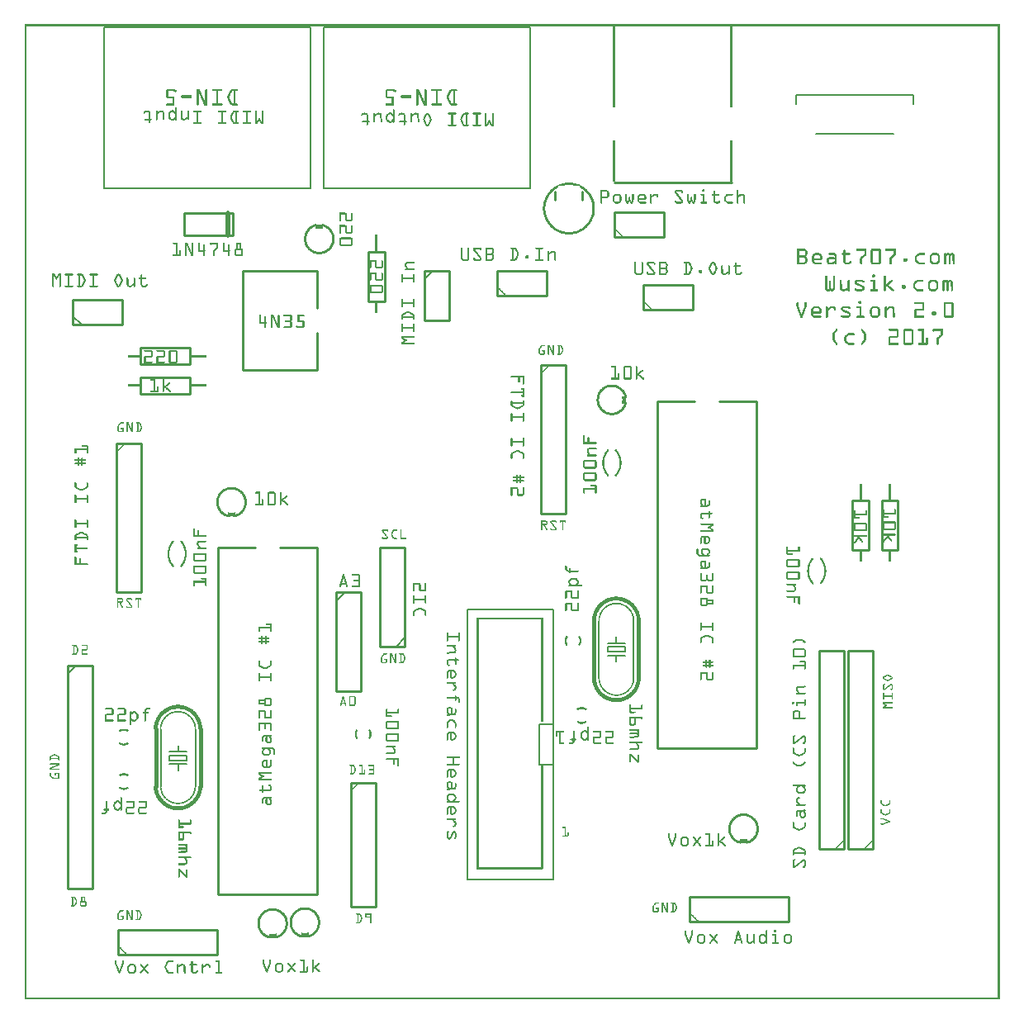
<source format=gto>
G04 MADE WITH FRITZING*
G04 WWW.FRITZING.ORG*
G04 DOUBLE SIDED*
G04 HOLES PLATED*
G04 CONTOUR ON CENTER OF CONTOUR VECTOR*
%ASAXBY*%
%FSLAX23Y23*%
%MOIN*%
%OFA0B0*%
%SFA1.0B1.0*%
%ADD10R,0.354200X1.095200X0.338200X1.079200*%
%ADD11C,0.008000*%
%ADD12R,0.063000X0.173200X0.047000X0.157200*%
%ADD13C,0.016000*%
%ADD14C,0.006000*%
%ADD15C,0.010000*%
%ADD16C,0.005000*%
%ADD17C,0.009722*%
%ADD18C,0.020000*%
%ADD19R,0.001000X0.001000*%
%LNSILK1*%
G90*
G70*
G54D11*
X1787Y1574D02*
X2133Y1574D01*
X2133Y487D01*
X1787Y487D01*
X1787Y1574D01*
D02*
X2078Y1113D02*
X2133Y1113D01*
X2133Y948D01*
X2078Y948D01*
X2078Y1113D01*
D02*
G54D13*
X2299Y1529D02*
X2299Y1299D01*
D02*
X2479Y1529D02*
X2479Y1299D01*
G54D14*
D02*
X2319Y1529D02*
X2319Y1299D01*
D02*
X2459Y1299D02*
X2459Y1529D01*
D02*
X2424Y1424D02*
X2424Y1404D01*
D02*
X2424Y1404D02*
X2354Y1404D01*
D02*
X2354Y1404D02*
X2354Y1424D01*
D02*
X2354Y1424D02*
X2424Y1424D01*
D02*
X2424Y1389D02*
X2389Y1389D01*
D02*
X2389Y1389D02*
X2354Y1389D01*
D02*
X2424Y1439D02*
X2389Y1439D01*
D02*
X2389Y1439D02*
X2354Y1439D01*
D02*
X2389Y1389D02*
X2389Y1364D01*
D02*
X2389Y1439D02*
X2389Y1464D01*
G54D13*
D02*
X530Y1092D02*
X530Y862D01*
D02*
X710Y1092D02*
X710Y862D01*
G54D14*
D02*
X550Y1092D02*
X550Y862D01*
D02*
X690Y862D02*
X690Y1092D01*
D02*
X655Y987D02*
X655Y967D01*
D02*
X655Y967D02*
X585Y967D01*
D02*
X585Y967D02*
X585Y987D01*
D02*
X585Y987D02*
X655Y987D01*
D02*
X655Y952D02*
X620Y952D01*
D02*
X620Y952D02*
X585Y952D01*
D02*
X655Y1002D02*
X620Y1002D01*
D02*
X620Y1002D02*
X585Y1002D01*
D02*
X620Y952D02*
X620Y927D01*
D02*
X620Y1002D02*
X620Y1027D01*
G54D15*
D02*
X173Y1349D02*
X173Y449D01*
D02*
X173Y449D02*
X273Y449D01*
D02*
X273Y449D02*
X273Y1349D01*
D02*
X273Y1349D02*
X173Y1349D01*
G54D16*
D02*
X173Y1314D02*
X208Y1349D01*
G54D15*
D02*
X1317Y876D02*
X1317Y376D01*
D02*
X1317Y376D02*
X1417Y376D01*
D02*
X1417Y376D02*
X1417Y876D01*
D02*
X1417Y876D02*
X1317Y876D01*
D02*
X2380Y3079D02*
X2580Y3079D01*
D02*
X2580Y3079D02*
X2580Y3179D01*
D02*
X2580Y3179D02*
X2380Y3179D01*
D02*
X2380Y3179D02*
X2380Y3079D01*
D02*
X379Y182D02*
X779Y182D01*
D02*
X779Y182D02*
X779Y282D01*
D02*
X779Y282D02*
X379Y282D01*
D02*
X379Y282D02*
X379Y182D01*
D02*
X2686Y315D02*
X3086Y315D01*
D02*
X3086Y315D02*
X3086Y415D01*
D02*
X3086Y415D02*
X2686Y415D01*
D02*
X2686Y415D02*
X2686Y315D01*
D02*
X1258Y1644D02*
X1258Y1244D01*
D02*
X1258Y1244D02*
X1358Y1244D01*
D02*
X1358Y1244D02*
X1358Y1644D01*
D02*
X1358Y1644D02*
X1258Y1644D01*
G54D16*
D02*
X1258Y1609D02*
X1293Y1644D01*
G54D15*
D02*
X2380Y3300D02*
X2854Y3300D01*
G54D11*
D02*
X3587Y3653D02*
X3114Y3653D01*
D02*
X3587Y3653D02*
X3587Y3614D01*
D02*
X3114Y3653D02*
X3114Y3614D01*
D02*
X3193Y3496D02*
X3508Y3496D01*
G54D15*
D02*
X1613Y2943D02*
X1613Y2743D01*
D02*
X1613Y2743D02*
X1713Y2743D01*
D02*
X1713Y2743D02*
X1713Y2943D01*
D02*
X1713Y2943D02*
X1613Y2943D01*
G54D16*
D02*
X1613Y2908D02*
X1648Y2943D01*
G54D15*
D02*
X195Y2725D02*
X395Y2725D01*
D02*
X395Y2725D02*
X395Y2825D01*
D02*
X395Y2825D02*
X195Y2825D01*
D02*
X195Y2825D02*
X195Y2725D01*
G54D16*
D02*
X230Y2725D02*
X195Y2760D01*
G54D17*
D02*
X1181Y2943D02*
X881Y2943D01*
D02*
X881Y2943D02*
X881Y2543D01*
D02*
X881Y2543D02*
X1181Y2543D01*
D02*
X1181Y2943D02*
X1181Y2793D01*
D02*
X1181Y2693D02*
X1181Y2543D01*
G54D15*
D02*
X841Y3084D02*
X646Y3084D01*
D02*
X646Y3174D02*
X841Y3174D01*
D02*
X841Y3174D02*
X841Y3084D01*
G54D18*
D02*
X821Y3174D02*
X821Y3084D01*
G54D15*
D02*
X1908Y2843D02*
X2108Y2843D01*
D02*
X2108Y2843D02*
X2108Y2943D01*
D02*
X2108Y2943D02*
X1908Y2943D01*
D02*
X1908Y2943D02*
X1908Y2843D01*
D02*
X2498Y2784D02*
X2698Y2784D01*
D02*
X2698Y2784D02*
X2698Y2884D01*
D02*
X2698Y2884D02*
X2498Y2884D01*
D02*
X2498Y2884D02*
X2498Y2784D01*
G54D11*
D02*
X1155Y3925D02*
X321Y3925D01*
D02*
X321Y3925D02*
X321Y3276D01*
D02*
X321Y3276D02*
X1155Y3276D01*
D02*
X1155Y3276D02*
X1155Y3925D01*
D02*
X2041Y3925D02*
X1207Y3925D01*
D02*
X1207Y3925D02*
X1207Y3276D01*
D02*
X1207Y3276D02*
X2041Y3276D01*
D02*
X2041Y3276D02*
X2041Y3925D01*
G54D15*
D02*
X1454Y3020D02*
X1454Y2820D01*
D02*
X1454Y2820D02*
X1388Y2820D01*
D02*
X1388Y2820D02*
X1388Y3020D01*
D02*
X1388Y3020D02*
X1454Y3020D01*
D02*
X372Y2246D02*
X372Y1646D01*
D02*
X372Y1646D02*
X472Y1646D01*
D02*
X472Y1646D02*
X472Y2246D01*
D02*
X472Y2246D02*
X372Y2246D01*
D02*
X2085Y2561D02*
X2085Y1961D01*
D02*
X2085Y1961D02*
X2185Y1961D01*
D02*
X2185Y1961D02*
X2185Y2561D01*
D02*
X2185Y2561D02*
X2085Y2561D01*
D02*
X3425Y608D02*
X3425Y1408D01*
D02*
X3425Y1408D02*
X3325Y1408D01*
D02*
X3325Y1408D02*
X3325Y608D01*
D02*
X3325Y608D02*
X3425Y608D01*
D02*
X3307Y608D02*
X3307Y1408D01*
D02*
X3307Y1408D02*
X3207Y1408D01*
D02*
X3207Y1408D02*
X3207Y608D01*
D02*
X3207Y608D02*
X3307Y608D01*
D02*
X1535Y1426D02*
X1535Y1826D01*
D02*
X1535Y1826D02*
X1435Y1826D01*
D02*
X1435Y1826D02*
X1435Y1426D01*
D02*
X1435Y1426D02*
X1535Y1426D01*
G54D16*
D02*
X1535Y1461D02*
X1500Y1426D01*
G54D15*
D02*
X781Y1824D02*
X781Y424D01*
D02*
X781Y424D02*
X1181Y424D01*
D02*
X1181Y424D02*
X1181Y1824D01*
D02*
X781Y1824D02*
X931Y1824D01*
D02*
X1031Y1824D02*
X1181Y1824D01*
D02*
X2553Y2416D02*
X2553Y1016D01*
D02*
X2553Y1016D02*
X2953Y1016D01*
D02*
X2953Y1016D02*
X2953Y2416D01*
D02*
X2553Y2416D02*
X2703Y2416D01*
D02*
X2803Y2416D02*
X2953Y2416D01*
D02*
X3526Y2016D02*
X3526Y1816D01*
D02*
X3526Y1816D02*
X3460Y1816D01*
D02*
X3460Y1816D02*
X3460Y2016D01*
D02*
X3460Y2016D02*
X3526Y2016D01*
D02*
X3408Y2016D02*
X3408Y1816D01*
D02*
X3408Y1816D02*
X3342Y1816D01*
D02*
X3342Y1816D02*
X3342Y2016D01*
D02*
X3342Y2016D02*
X3408Y2016D01*
D02*
X667Y2447D02*
X467Y2447D01*
D02*
X467Y2447D02*
X467Y2513D01*
D02*
X467Y2513D02*
X667Y2513D01*
D02*
X667Y2513D02*
X667Y2447D01*
D02*
X667Y2565D02*
X467Y2565D01*
D02*
X467Y2565D02*
X467Y2631D01*
D02*
X467Y2631D02*
X667Y2631D01*
D02*
X667Y2631D02*
X667Y2565D01*
G54D19*
X0Y3937D02*
X3936Y3937D01*
X0Y3936D02*
X3936Y3936D01*
X0Y3935D02*
X3936Y3935D01*
X0Y3934D02*
X3936Y3934D01*
X0Y3933D02*
X3936Y3933D01*
X0Y3932D02*
X3936Y3932D01*
X0Y3931D02*
X3936Y3931D01*
X0Y3930D02*
X3936Y3930D01*
X0Y3929D02*
X7Y3929D01*
X2375Y3929D02*
X2384Y3929D01*
X2849Y3929D02*
X2858Y3929D01*
X3929Y3929D02*
X3936Y3929D01*
X0Y3928D02*
X7Y3928D01*
X2375Y3928D02*
X2384Y3928D01*
X2849Y3928D02*
X2858Y3928D01*
X3929Y3928D02*
X3936Y3928D01*
X0Y3927D02*
X7Y3927D01*
X2375Y3927D02*
X2384Y3927D01*
X2849Y3927D02*
X2858Y3927D01*
X3929Y3927D02*
X3936Y3927D01*
X0Y3926D02*
X7Y3926D01*
X2375Y3926D02*
X2384Y3926D01*
X2849Y3926D02*
X2858Y3926D01*
X3929Y3926D02*
X3936Y3926D01*
X0Y3925D02*
X7Y3925D01*
X2375Y3925D02*
X2384Y3925D01*
X2849Y3925D02*
X2858Y3925D01*
X3929Y3925D02*
X3936Y3925D01*
X0Y3924D02*
X7Y3924D01*
X2375Y3924D02*
X2384Y3924D01*
X2849Y3924D02*
X2858Y3924D01*
X3929Y3924D02*
X3936Y3924D01*
X0Y3923D02*
X7Y3923D01*
X2375Y3923D02*
X2384Y3923D01*
X2849Y3923D02*
X2858Y3923D01*
X3929Y3923D02*
X3936Y3923D01*
X0Y3922D02*
X7Y3922D01*
X2375Y3922D02*
X2384Y3922D01*
X2849Y3922D02*
X2858Y3922D01*
X3929Y3922D02*
X3936Y3922D01*
X0Y3921D02*
X7Y3921D01*
X2375Y3921D02*
X2384Y3921D01*
X2849Y3921D02*
X2858Y3921D01*
X3929Y3921D02*
X3936Y3921D01*
X0Y3920D02*
X7Y3920D01*
X2375Y3920D02*
X2384Y3920D01*
X2849Y3920D02*
X2858Y3920D01*
X3929Y3920D02*
X3936Y3920D01*
X0Y3919D02*
X7Y3919D01*
X2375Y3919D02*
X2384Y3919D01*
X2849Y3919D02*
X2858Y3919D01*
X3929Y3919D02*
X3936Y3919D01*
X0Y3918D02*
X7Y3918D01*
X2375Y3918D02*
X2384Y3918D01*
X2849Y3918D02*
X2858Y3918D01*
X3929Y3918D02*
X3936Y3918D01*
X0Y3917D02*
X7Y3917D01*
X2375Y3917D02*
X2384Y3917D01*
X2849Y3917D02*
X2858Y3917D01*
X3929Y3917D02*
X3936Y3917D01*
X0Y3916D02*
X7Y3916D01*
X2375Y3916D02*
X2384Y3916D01*
X2849Y3916D02*
X2858Y3916D01*
X3929Y3916D02*
X3936Y3916D01*
X0Y3915D02*
X7Y3915D01*
X2375Y3915D02*
X2384Y3915D01*
X2849Y3915D02*
X2858Y3915D01*
X3929Y3915D02*
X3936Y3915D01*
X0Y3914D02*
X7Y3914D01*
X2375Y3914D02*
X2384Y3914D01*
X2849Y3914D02*
X2858Y3914D01*
X3929Y3914D02*
X3936Y3914D01*
X0Y3913D02*
X7Y3913D01*
X2375Y3913D02*
X2384Y3913D01*
X2849Y3913D02*
X2858Y3913D01*
X3929Y3913D02*
X3936Y3913D01*
X0Y3912D02*
X7Y3912D01*
X2375Y3912D02*
X2384Y3912D01*
X2849Y3912D02*
X2858Y3912D01*
X3929Y3912D02*
X3936Y3912D01*
X0Y3911D02*
X7Y3911D01*
X2375Y3911D02*
X2384Y3911D01*
X2849Y3911D02*
X2858Y3911D01*
X3929Y3911D02*
X3936Y3911D01*
X0Y3910D02*
X7Y3910D01*
X2375Y3910D02*
X2384Y3910D01*
X2849Y3910D02*
X2858Y3910D01*
X3929Y3910D02*
X3936Y3910D01*
X0Y3909D02*
X7Y3909D01*
X2375Y3909D02*
X2384Y3909D01*
X2849Y3909D02*
X2858Y3909D01*
X3929Y3909D02*
X3936Y3909D01*
X0Y3908D02*
X7Y3908D01*
X2375Y3908D02*
X2384Y3908D01*
X2849Y3908D02*
X2858Y3908D01*
X3929Y3908D02*
X3936Y3908D01*
X0Y3907D02*
X7Y3907D01*
X2375Y3907D02*
X2384Y3907D01*
X2849Y3907D02*
X2858Y3907D01*
X3929Y3907D02*
X3936Y3907D01*
X0Y3906D02*
X7Y3906D01*
X2375Y3906D02*
X2384Y3906D01*
X2849Y3906D02*
X2858Y3906D01*
X3929Y3906D02*
X3936Y3906D01*
X0Y3905D02*
X7Y3905D01*
X2375Y3905D02*
X2384Y3905D01*
X2849Y3905D02*
X2858Y3905D01*
X3929Y3905D02*
X3936Y3905D01*
X0Y3904D02*
X7Y3904D01*
X2375Y3904D02*
X2384Y3904D01*
X2849Y3904D02*
X2858Y3904D01*
X3929Y3904D02*
X3936Y3904D01*
X0Y3903D02*
X7Y3903D01*
X2375Y3903D02*
X2384Y3903D01*
X2849Y3903D02*
X2858Y3903D01*
X3929Y3903D02*
X3936Y3903D01*
X0Y3902D02*
X7Y3902D01*
X2375Y3902D02*
X2384Y3902D01*
X2849Y3902D02*
X2858Y3902D01*
X3929Y3902D02*
X3936Y3902D01*
X0Y3901D02*
X7Y3901D01*
X2375Y3901D02*
X2384Y3901D01*
X2849Y3901D02*
X2858Y3901D01*
X3929Y3901D02*
X3936Y3901D01*
X0Y3900D02*
X7Y3900D01*
X2375Y3900D02*
X2384Y3900D01*
X2849Y3900D02*
X2858Y3900D01*
X3929Y3900D02*
X3936Y3900D01*
X0Y3899D02*
X7Y3899D01*
X2375Y3899D02*
X2384Y3899D01*
X2849Y3899D02*
X2858Y3899D01*
X3929Y3899D02*
X3936Y3899D01*
X0Y3898D02*
X7Y3898D01*
X2375Y3898D02*
X2384Y3898D01*
X2849Y3898D02*
X2858Y3898D01*
X3929Y3898D02*
X3936Y3898D01*
X0Y3897D02*
X7Y3897D01*
X2375Y3897D02*
X2384Y3897D01*
X2849Y3897D02*
X2858Y3897D01*
X3929Y3897D02*
X3936Y3897D01*
X0Y3896D02*
X7Y3896D01*
X2375Y3896D02*
X2384Y3896D01*
X2849Y3896D02*
X2858Y3896D01*
X3929Y3896D02*
X3936Y3896D01*
X0Y3895D02*
X7Y3895D01*
X2375Y3895D02*
X2384Y3895D01*
X2849Y3895D02*
X2858Y3895D01*
X3929Y3895D02*
X3936Y3895D01*
X0Y3894D02*
X7Y3894D01*
X2375Y3894D02*
X2384Y3894D01*
X2849Y3894D02*
X2858Y3894D01*
X3929Y3894D02*
X3936Y3894D01*
X0Y3893D02*
X7Y3893D01*
X2375Y3893D02*
X2384Y3893D01*
X2849Y3893D02*
X2858Y3893D01*
X3929Y3893D02*
X3936Y3893D01*
X0Y3892D02*
X7Y3892D01*
X2375Y3892D02*
X2384Y3892D01*
X2849Y3892D02*
X2858Y3892D01*
X3929Y3892D02*
X3936Y3892D01*
X0Y3891D02*
X7Y3891D01*
X2375Y3891D02*
X2384Y3891D01*
X2849Y3891D02*
X2858Y3891D01*
X3929Y3891D02*
X3936Y3891D01*
X0Y3890D02*
X7Y3890D01*
X2375Y3890D02*
X2384Y3890D01*
X2849Y3890D02*
X2858Y3890D01*
X3929Y3890D02*
X3936Y3890D01*
X0Y3889D02*
X7Y3889D01*
X2375Y3889D02*
X2384Y3889D01*
X2849Y3889D02*
X2858Y3889D01*
X3929Y3889D02*
X3936Y3889D01*
X0Y3888D02*
X7Y3888D01*
X2375Y3888D02*
X2384Y3888D01*
X2849Y3888D02*
X2858Y3888D01*
X3929Y3888D02*
X3936Y3888D01*
X0Y3887D02*
X7Y3887D01*
X2375Y3887D02*
X2384Y3887D01*
X2849Y3887D02*
X2858Y3887D01*
X3929Y3887D02*
X3936Y3887D01*
X0Y3886D02*
X7Y3886D01*
X2375Y3886D02*
X2384Y3886D01*
X2849Y3886D02*
X2858Y3886D01*
X3929Y3886D02*
X3936Y3886D01*
X0Y3885D02*
X7Y3885D01*
X2375Y3885D02*
X2384Y3885D01*
X2849Y3885D02*
X2858Y3885D01*
X3929Y3885D02*
X3936Y3885D01*
X0Y3884D02*
X7Y3884D01*
X2375Y3884D02*
X2384Y3884D01*
X2849Y3884D02*
X2858Y3884D01*
X3929Y3884D02*
X3936Y3884D01*
X0Y3883D02*
X7Y3883D01*
X2375Y3883D02*
X2384Y3883D01*
X2849Y3883D02*
X2858Y3883D01*
X3929Y3883D02*
X3936Y3883D01*
X0Y3882D02*
X7Y3882D01*
X2375Y3882D02*
X2384Y3882D01*
X2849Y3882D02*
X2858Y3882D01*
X3929Y3882D02*
X3936Y3882D01*
X0Y3881D02*
X7Y3881D01*
X2375Y3881D02*
X2384Y3881D01*
X2849Y3881D02*
X2858Y3881D01*
X3929Y3881D02*
X3936Y3881D01*
X0Y3880D02*
X7Y3880D01*
X2375Y3880D02*
X2384Y3880D01*
X2849Y3880D02*
X2858Y3880D01*
X3929Y3880D02*
X3936Y3880D01*
X0Y3879D02*
X7Y3879D01*
X2375Y3879D02*
X2384Y3879D01*
X2849Y3879D02*
X2858Y3879D01*
X3929Y3879D02*
X3936Y3879D01*
X0Y3878D02*
X7Y3878D01*
X2375Y3878D02*
X2384Y3878D01*
X2849Y3878D02*
X2858Y3878D01*
X3929Y3878D02*
X3936Y3878D01*
X0Y3877D02*
X7Y3877D01*
X2375Y3877D02*
X2384Y3877D01*
X2849Y3877D02*
X2858Y3877D01*
X3929Y3877D02*
X3936Y3877D01*
X0Y3876D02*
X7Y3876D01*
X2375Y3876D02*
X2384Y3876D01*
X2849Y3876D02*
X2858Y3876D01*
X3929Y3876D02*
X3936Y3876D01*
X0Y3875D02*
X7Y3875D01*
X2375Y3875D02*
X2384Y3875D01*
X2849Y3875D02*
X2858Y3875D01*
X3929Y3875D02*
X3936Y3875D01*
X0Y3874D02*
X7Y3874D01*
X2375Y3874D02*
X2384Y3874D01*
X2849Y3874D02*
X2858Y3874D01*
X3929Y3874D02*
X3936Y3874D01*
X0Y3873D02*
X7Y3873D01*
X2375Y3873D02*
X2384Y3873D01*
X2849Y3873D02*
X2858Y3873D01*
X3929Y3873D02*
X3936Y3873D01*
X0Y3872D02*
X7Y3872D01*
X2375Y3872D02*
X2384Y3872D01*
X2849Y3872D02*
X2858Y3872D01*
X3929Y3872D02*
X3936Y3872D01*
X0Y3871D02*
X7Y3871D01*
X2375Y3871D02*
X2384Y3871D01*
X2849Y3871D02*
X2858Y3871D01*
X3929Y3871D02*
X3936Y3871D01*
X0Y3870D02*
X7Y3870D01*
X2375Y3870D02*
X2384Y3870D01*
X2849Y3870D02*
X2858Y3870D01*
X3929Y3870D02*
X3936Y3870D01*
X0Y3869D02*
X7Y3869D01*
X2375Y3869D02*
X2384Y3869D01*
X2849Y3869D02*
X2858Y3869D01*
X3929Y3869D02*
X3936Y3869D01*
X0Y3868D02*
X7Y3868D01*
X2375Y3868D02*
X2384Y3868D01*
X2849Y3868D02*
X2858Y3868D01*
X3929Y3868D02*
X3936Y3868D01*
X0Y3867D02*
X7Y3867D01*
X2375Y3867D02*
X2384Y3867D01*
X2849Y3867D02*
X2858Y3867D01*
X3929Y3867D02*
X3936Y3867D01*
X0Y3866D02*
X7Y3866D01*
X2375Y3866D02*
X2384Y3866D01*
X2849Y3866D02*
X2858Y3866D01*
X3929Y3866D02*
X3936Y3866D01*
X0Y3865D02*
X7Y3865D01*
X2375Y3865D02*
X2384Y3865D01*
X2849Y3865D02*
X2858Y3865D01*
X3929Y3865D02*
X3936Y3865D01*
X0Y3864D02*
X7Y3864D01*
X2375Y3864D02*
X2384Y3864D01*
X2849Y3864D02*
X2858Y3864D01*
X3929Y3864D02*
X3936Y3864D01*
X0Y3863D02*
X7Y3863D01*
X2375Y3863D02*
X2384Y3863D01*
X2849Y3863D02*
X2858Y3863D01*
X3929Y3863D02*
X3936Y3863D01*
X0Y3862D02*
X7Y3862D01*
X2375Y3862D02*
X2384Y3862D01*
X2849Y3862D02*
X2858Y3862D01*
X3929Y3862D02*
X3936Y3862D01*
X0Y3861D02*
X7Y3861D01*
X2375Y3861D02*
X2384Y3861D01*
X2849Y3861D02*
X2858Y3861D01*
X3929Y3861D02*
X3936Y3861D01*
X0Y3860D02*
X7Y3860D01*
X2375Y3860D02*
X2384Y3860D01*
X2849Y3860D02*
X2858Y3860D01*
X3929Y3860D02*
X3936Y3860D01*
X0Y3859D02*
X7Y3859D01*
X2375Y3859D02*
X2384Y3859D01*
X2849Y3859D02*
X2858Y3859D01*
X3929Y3859D02*
X3936Y3859D01*
X0Y3858D02*
X7Y3858D01*
X2375Y3858D02*
X2384Y3858D01*
X2849Y3858D02*
X2858Y3858D01*
X3929Y3858D02*
X3936Y3858D01*
X0Y3857D02*
X7Y3857D01*
X2375Y3857D02*
X2384Y3857D01*
X2849Y3857D02*
X2858Y3857D01*
X3929Y3857D02*
X3936Y3857D01*
X0Y3856D02*
X7Y3856D01*
X2375Y3856D02*
X2384Y3856D01*
X2849Y3856D02*
X2858Y3856D01*
X3929Y3856D02*
X3936Y3856D01*
X0Y3855D02*
X7Y3855D01*
X2375Y3855D02*
X2384Y3855D01*
X2849Y3855D02*
X2858Y3855D01*
X3929Y3855D02*
X3936Y3855D01*
X0Y3854D02*
X7Y3854D01*
X2375Y3854D02*
X2384Y3854D01*
X2849Y3854D02*
X2858Y3854D01*
X3929Y3854D02*
X3936Y3854D01*
X0Y3853D02*
X7Y3853D01*
X2375Y3853D02*
X2384Y3853D01*
X2849Y3853D02*
X2858Y3853D01*
X3929Y3853D02*
X3936Y3853D01*
X0Y3852D02*
X7Y3852D01*
X2375Y3852D02*
X2384Y3852D01*
X2849Y3852D02*
X2858Y3852D01*
X3929Y3852D02*
X3936Y3852D01*
X0Y3851D02*
X7Y3851D01*
X2375Y3851D02*
X2384Y3851D01*
X2849Y3851D02*
X2858Y3851D01*
X3929Y3851D02*
X3936Y3851D01*
X0Y3850D02*
X7Y3850D01*
X2375Y3850D02*
X2384Y3850D01*
X2849Y3850D02*
X2858Y3850D01*
X3929Y3850D02*
X3936Y3850D01*
X0Y3849D02*
X7Y3849D01*
X2375Y3849D02*
X2384Y3849D01*
X2849Y3849D02*
X2858Y3849D01*
X3929Y3849D02*
X3936Y3849D01*
X0Y3848D02*
X7Y3848D01*
X2375Y3848D02*
X2384Y3848D01*
X2849Y3848D02*
X2858Y3848D01*
X3929Y3848D02*
X3936Y3848D01*
X0Y3847D02*
X7Y3847D01*
X2375Y3847D02*
X2384Y3847D01*
X2849Y3847D02*
X2858Y3847D01*
X3929Y3847D02*
X3936Y3847D01*
X0Y3846D02*
X7Y3846D01*
X2375Y3846D02*
X2384Y3846D01*
X2849Y3846D02*
X2858Y3846D01*
X3929Y3846D02*
X3936Y3846D01*
X0Y3845D02*
X7Y3845D01*
X2375Y3845D02*
X2384Y3845D01*
X2849Y3845D02*
X2858Y3845D01*
X3929Y3845D02*
X3936Y3845D01*
X0Y3844D02*
X7Y3844D01*
X2375Y3844D02*
X2384Y3844D01*
X2849Y3844D02*
X2858Y3844D01*
X3929Y3844D02*
X3936Y3844D01*
X0Y3843D02*
X7Y3843D01*
X2375Y3843D02*
X2384Y3843D01*
X2849Y3843D02*
X2858Y3843D01*
X3929Y3843D02*
X3936Y3843D01*
X0Y3842D02*
X7Y3842D01*
X2375Y3842D02*
X2384Y3842D01*
X2849Y3842D02*
X2858Y3842D01*
X3929Y3842D02*
X3936Y3842D01*
X0Y3841D02*
X7Y3841D01*
X2375Y3841D02*
X2384Y3841D01*
X2849Y3841D02*
X2858Y3841D01*
X3929Y3841D02*
X3936Y3841D01*
X0Y3840D02*
X7Y3840D01*
X2375Y3840D02*
X2384Y3840D01*
X2849Y3840D02*
X2858Y3840D01*
X3929Y3840D02*
X3936Y3840D01*
X0Y3839D02*
X7Y3839D01*
X2375Y3839D02*
X2384Y3839D01*
X2849Y3839D02*
X2858Y3839D01*
X3929Y3839D02*
X3936Y3839D01*
X0Y3838D02*
X7Y3838D01*
X2375Y3838D02*
X2384Y3838D01*
X2849Y3838D02*
X2858Y3838D01*
X3929Y3838D02*
X3936Y3838D01*
X0Y3837D02*
X7Y3837D01*
X2375Y3837D02*
X2384Y3837D01*
X2849Y3837D02*
X2858Y3837D01*
X3929Y3837D02*
X3936Y3837D01*
X0Y3836D02*
X7Y3836D01*
X2375Y3836D02*
X2384Y3836D01*
X2849Y3836D02*
X2858Y3836D01*
X3929Y3836D02*
X3936Y3836D01*
X0Y3835D02*
X7Y3835D01*
X2375Y3835D02*
X2384Y3835D01*
X2849Y3835D02*
X2858Y3835D01*
X3929Y3835D02*
X3936Y3835D01*
X0Y3834D02*
X7Y3834D01*
X2375Y3834D02*
X2384Y3834D01*
X2849Y3834D02*
X2858Y3834D01*
X3929Y3834D02*
X3936Y3834D01*
X0Y3833D02*
X7Y3833D01*
X2375Y3833D02*
X2384Y3833D01*
X2849Y3833D02*
X2858Y3833D01*
X3929Y3833D02*
X3936Y3833D01*
X0Y3832D02*
X7Y3832D01*
X2375Y3832D02*
X2384Y3832D01*
X2849Y3832D02*
X2858Y3832D01*
X3929Y3832D02*
X3936Y3832D01*
X0Y3831D02*
X7Y3831D01*
X2375Y3831D02*
X2384Y3831D01*
X2849Y3831D02*
X2858Y3831D01*
X3929Y3831D02*
X3936Y3831D01*
X0Y3830D02*
X7Y3830D01*
X2375Y3830D02*
X2384Y3830D01*
X2849Y3830D02*
X2858Y3830D01*
X3929Y3830D02*
X3936Y3830D01*
X0Y3829D02*
X7Y3829D01*
X2375Y3829D02*
X2384Y3829D01*
X2849Y3829D02*
X2858Y3829D01*
X3929Y3829D02*
X3936Y3829D01*
X0Y3828D02*
X7Y3828D01*
X2375Y3828D02*
X2384Y3828D01*
X2849Y3828D02*
X2858Y3828D01*
X3929Y3828D02*
X3936Y3828D01*
X0Y3827D02*
X7Y3827D01*
X2375Y3827D02*
X2384Y3827D01*
X2849Y3827D02*
X2858Y3827D01*
X3929Y3827D02*
X3936Y3827D01*
X0Y3826D02*
X7Y3826D01*
X2375Y3826D02*
X2384Y3826D01*
X2849Y3826D02*
X2858Y3826D01*
X3929Y3826D02*
X3936Y3826D01*
X0Y3825D02*
X7Y3825D01*
X2375Y3825D02*
X2384Y3825D01*
X2849Y3825D02*
X2858Y3825D01*
X3929Y3825D02*
X3936Y3825D01*
X0Y3824D02*
X7Y3824D01*
X2375Y3824D02*
X2384Y3824D01*
X2849Y3824D02*
X2858Y3824D01*
X3929Y3824D02*
X3936Y3824D01*
X0Y3823D02*
X7Y3823D01*
X2375Y3823D02*
X2384Y3823D01*
X2849Y3823D02*
X2858Y3823D01*
X3929Y3823D02*
X3936Y3823D01*
X0Y3822D02*
X7Y3822D01*
X2375Y3822D02*
X2384Y3822D01*
X2849Y3822D02*
X2858Y3822D01*
X3929Y3822D02*
X3936Y3822D01*
X0Y3821D02*
X7Y3821D01*
X2375Y3821D02*
X2384Y3821D01*
X2849Y3821D02*
X2858Y3821D01*
X3929Y3821D02*
X3936Y3821D01*
X0Y3820D02*
X7Y3820D01*
X2375Y3820D02*
X2384Y3820D01*
X2849Y3820D02*
X2858Y3820D01*
X3929Y3820D02*
X3936Y3820D01*
X0Y3819D02*
X7Y3819D01*
X2375Y3819D02*
X2384Y3819D01*
X2849Y3819D02*
X2858Y3819D01*
X3929Y3819D02*
X3936Y3819D01*
X0Y3818D02*
X7Y3818D01*
X2375Y3818D02*
X2384Y3818D01*
X2849Y3818D02*
X2858Y3818D01*
X3929Y3818D02*
X3936Y3818D01*
X0Y3817D02*
X7Y3817D01*
X2375Y3817D02*
X2384Y3817D01*
X2849Y3817D02*
X2858Y3817D01*
X3929Y3817D02*
X3936Y3817D01*
X0Y3816D02*
X7Y3816D01*
X2375Y3816D02*
X2384Y3816D01*
X2849Y3816D02*
X2858Y3816D01*
X3929Y3816D02*
X3936Y3816D01*
X0Y3815D02*
X7Y3815D01*
X2375Y3815D02*
X2384Y3815D01*
X2849Y3815D02*
X2858Y3815D01*
X3929Y3815D02*
X3936Y3815D01*
X0Y3814D02*
X7Y3814D01*
X2375Y3814D02*
X2384Y3814D01*
X2849Y3814D02*
X2858Y3814D01*
X3929Y3814D02*
X3936Y3814D01*
X0Y3813D02*
X7Y3813D01*
X2375Y3813D02*
X2384Y3813D01*
X2849Y3813D02*
X2858Y3813D01*
X3929Y3813D02*
X3936Y3813D01*
X0Y3812D02*
X7Y3812D01*
X2375Y3812D02*
X2384Y3812D01*
X2849Y3812D02*
X2858Y3812D01*
X3929Y3812D02*
X3936Y3812D01*
X0Y3811D02*
X7Y3811D01*
X2375Y3811D02*
X2384Y3811D01*
X2849Y3811D02*
X2858Y3811D01*
X3929Y3811D02*
X3936Y3811D01*
X0Y3810D02*
X7Y3810D01*
X2375Y3810D02*
X2384Y3810D01*
X2849Y3810D02*
X2858Y3810D01*
X3929Y3810D02*
X3936Y3810D01*
X0Y3809D02*
X7Y3809D01*
X2375Y3809D02*
X2384Y3809D01*
X2849Y3809D02*
X2858Y3809D01*
X3929Y3809D02*
X3936Y3809D01*
X0Y3808D02*
X7Y3808D01*
X2375Y3808D02*
X2384Y3808D01*
X2849Y3808D02*
X2858Y3808D01*
X3929Y3808D02*
X3936Y3808D01*
X0Y3807D02*
X7Y3807D01*
X2375Y3807D02*
X2384Y3807D01*
X2849Y3807D02*
X2858Y3807D01*
X3929Y3807D02*
X3936Y3807D01*
X0Y3806D02*
X7Y3806D01*
X2375Y3806D02*
X2384Y3806D01*
X2849Y3806D02*
X2858Y3806D01*
X3929Y3806D02*
X3936Y3806D01*
X0Y3805D02*
X7Y3805D01*
X2375Y3805D02*
X2384Y3805D01*
X2849Y3805D02*
X2858Y3805D01*
X3929Y3805D02*
X3936Y3805D01*
X0Y3804D02*
X7Y3804D01*
X2375Y3804D02*
X2384Y3804D01*
X2849Y3804D02*
X2858Y3804D01*
X3929Y3804D02*
X3936Y3804D01*
X0Y3803D02*
X7Y3803D01*
X2375Y3803D02*
X2384Y3803D01*
X2849Y3803D02*
X2858Y3803D01*
X3929Y3803D02*
X3936Y3803D01*
X0Y3802D02*
X7Y3802D01*
X2375Y3802D02*
X2384Y3802D01*
X2849Y3802D02*
X2858Y3802D01*
X3929Y3802D02*
X3936Y3802D01*
X0Y3801D02*
X7Y3801D01*
X2375Y3801D02*
X2384Y3801D01*
X2849Y3801D02*
X2858Y3801D01*
X3929Y3801D02*
X3936Y3801D01*
X0Y3800D02*
X7Y3800D01*
X2375Y3800D02*
X2384Y3800D01*
X2849Y3800D02*
X2858Y3800D01*
X3929Y3800D02*
X3936Y3800D01*
X0Y3799D02*
X7Y3799D01*
X2375Y3799D02*
X2384Y3799D01*
X2849Y3799D02*
X2858Y3799D01*
X3929Y3799D02*
X3936Y3799D01*
X0Y3798D02*
X7Y3798D01*
X2375Y3798D02*
X2384Y3798D01*
X2849Y3798D02*
X2858Y3798D01*
X3929Y3798D02*
X3936Y3798D01*
X0Y3797D02*
X7Y3797D01*
X2375Y3797D02*
X2384Y3797D01*
X2849Y3797D02*
X2858Y3797D01*
X3929Y3797D02*
X3936Y3797D01*
X0Y3796D02*
X7Y3796D01*
X2375Y3796D02*
X2384Y3796D01*
X2849Y3796D02*
X2858Y3796D01*
X3929Y3796D02*
X3936Y3796D01*
X0Y3795D02*
X7Y3795D01*
X2375Y3795D02*
X2384Y3795D01*
X2849Y3795D02*
X2858Y3795D01*
X3929Y3795D02*
X3936Y3795D01*
X0Y3794D02*
X7Y3794D01*
X2375Y3794D02*
X2384Y3794D01*
X2849Y3794D02*
X2858Y3794D01*
X3929Y3794D02*
X3936Y3794D01*
X0Y3793D02*
X7Y3793D01*
X2375Y3793D02*
X2384Y3793D01*
X2849Y3793D02*
X2858Y3793D01*
X3929Y3793D02*
X3936Y3793D01*
X0Y3792D02*
X7Y3792D01*
X2375Y3792D02*
X2384Y3792D01*
X2849Y3792D02*
X2858Y3792D01*
X3929Y3792D02*
X3936Y3792D01*
X0Y3791D02*
X7Y3791D01*
X2375Y3791D02*
X2384Y3791D01*
X2849Y3791D02*
X2858Y3791D01*
X3929Y3791D02*
X3936Y3791D01*
X0Y3790D02*
X7Y3790D01*
X2375Y3790D02*
X2384Y3790D01*
X2849Y3790D02*
X2858Y3790D01*
X3929Y3790D02*
X3936Y3790D01*
X0Y3789D02*
X7Y3789D01*
X2375Y3789D02*
X2384Y3789D01*
X2849Y3789D02*
X2858Y3789D01*
X3929Y3789D02*
X3936Y3789D01*
X0Y3788D02*
X7Y3788D01*
X2375Y3788D02*
X2384Y3788D01*
X2849Y3788D02*
X2858Y3788D01*
X3929Y3788D02*
X3936Y3788D01*
X0Y3787D02*
X7Y3787D01*
X2375Y3787D02*
X2384Y3787D01*
X2849Y3787D02*
X2858Y3787D01*
X3929Y3787D02*
X3936Y3787D01*
X0Y3786D02*
X7Y3786D01*
X2375Y3786D02*
X2384Y3786D01*
X2849Y3786D02*
X2858Y3786D01*
X3929Y3786D02*
X3936Y3786D01*
X0Y3785D02*
X7Y3785D01*
X2375Y3785D02*
X2384Y3785D01*
X2849Y3785D02*
X2858Y3785D01*
X3929Y3785D02*
X3936Y3785D01*
X0Y3784D02*
X7Y3784D01*
X2375Y3784D02*
X2384Y3784D01*
X2849Y3784D02*
X2858Y3784D01*
X3929Y3784D02*
X3936Y3784D01*
X0Y3783D02*
X7Y3783D01*
X2375Y3783D02*
X2384Y3783D01*
X2849Y3783D02*
X2858Y3783D01*
X3929Y3783D02*
X3936Y3783D01*
X0Y3782D02*
X7Y3782D01*
X2375Y3782D02*
X2384Y3782D01*
X2849Y3782D02*
X2858Y3782D01*
X3929Y3782D02*
X3936Y3782D01*
X0Y3781D02*
X7Y3781D01*
X2375Y3781D02*
X2384Y3781D01*
X2849Y3781D02*
X2858Y3781D01*
X3929Y3781D02*
X3936Y3781D01*
X0Y3780D02*
X7Y3780D01*
X2375Y3780D02*
X2384Y3780D01*
X2849Y3780D02*
X2858Y3780D01*
X3929Y3780D02*
X3936Y3780D01*
X0Y3779D02*
X7Y3779D01*
X2375Y3779D02*
X2384Y3779D01*
X2849Y3779D02*
X2858Y3779D01*
X3929Y3779D02*
X3936Y3779D01*
X0Y3778D02*
X7Y3778D01*
X2375Y3778D02*
X2384Y3778D01*
X2849Y3778D02*
X2858Y3778D01*
X3929Y3778D02*
X3936Y3778D01*
X0Y3777D02*
X7Y3777D01*
X2375Y3777D02*
X2384Y3777D01*
X2849Y3777D02*
X2858Y3777D01*
X3929Y3777D02*
X3936Y3777D01*
X0Y3776D02*
X7Y3776D01*
X2375Y3776D02*
X2384Y3776D01*
X2849Y3776D02*
X2858Y3776D01*
X3929Y3776D02*
X3936Y3776D01*
X0Y3775D02*
X7Y3775D01*
X2375Y3775D02*
X2384Y3775D01*
X2849Y3775D02*
X2858Y3775D01*
X3929Y3775D02*
X3936Y3775D01*
X0Y3774D02*
X7Y3774D01*
X2375Y3774D02*
X2384Y3774D01*
X2849Y3774D02*
X2858Y3774D01*
X3929Y3774D02*
X3936Y3774D01*
X0Y3773D02*
X7Y3773D01*
X2375Y3773D02*
X2384Y3773D01*
X2849Y3773D02*
X2858Y3773D01*
X3929Y3773D02*
X3936Y3773D01*
X0Y3772D02*
X7Y3772D01*
X2375Y3772D02*
X2384Y3772D01*
X2849Y3772D02*
X2858Y3772D01*
X3929Y3772D02*
X3936Y3772D01*
X0Y3771D02*
X7Y3771D01*
X2375Y3771D02*
X2384Y3771D01*
X2849Y3771D02*
X2858Y3771D01*
X3929Y3771D02*
X3936Y3771D01*
X0Y3770D02*
X7Y3770D01*
X2375Y3770D02*
X2384Y3770D01*
X2849Y3770D02*
X2858Y3770D01*
X3929Y3770D02*
X3936Y3770D01*
X0Y3769D02*
X7Y3769D01*
X2375Y3769D02*
X2384Y3769D01*
X2849Y3769D02*
X2858Y3769D01*
X3929Y3769D02*
X3936Y3769D01*
X0Y3768D02*
X7Y3768D01*
X2375Y3768D02*
X2384Y3768D01*
X2849Y3768D02*
X2858Y3768D01*
X3929Y3768D02*
X3936Y3768D01*
X0Y3767D02*
X7Y3767D01*
X2375Y3767D02*
X2384Y3767D01*
X2849Y3767D02*
X2858Y3767D01*
X3929Y3767D02*
X3936Y3767D01*
X0Y3766D02*
X7Y3766D01*
X2375Y3766D02*
X2384Y3766D01*
X2849Y3766D02*
X2858Y3766D01*
X3929Y3766D02*
X3936Y3766D01*
X0Y3765D02*
X7Y3765D01*
X2375Y3765D02*
X2384Y3765D01*
X2849Y3765D02*
X2858Y3765D01*
X3929Y3765D02*
X3936Y3765D01*
X0Y3764D02*
X7Y3764D01*
X2375Y3764D02*
X2384Y3764D01*
X2849Y3764D02*
X2858Y3764D01*
X3929Y3764D02*
X3936Y3764D01*
X0Y3763D02*
X7Y3763D01*
X2375Y3763D02*
X2384Y3763D01*
X2849Y3763D02*
X2858Y3763D01*
X3929Y3763D02*
X3936Y3763D01*
X0Y3762D02*
X7Y3762D01*
X2375Y3762D02*
X2384Y3762D01*
X2849Y3762D02*
X2858Y3762D01*
X3929Y3762D02*
X3936Y3762D01*
X0Y3761D02*
X7Y3761D01*
X2375Y3761D02*
X2384Y3761D01*
X2849Y3761D02*
X2858Y3761D01*
X3929Y3761D02*
X3936Y3761D01*
X0Y3760D02*
X7Y3760D01*
X2375Y3760D02*
X2384Y3760D01*
X2849Y3760D02*
X2858Y3760D01*
X3929Y3760D02*
X3936Y3760D01*
X0Y3759D02*
X7Y3759D01*
X2375Y3759D02*
X2384Y3759D01*
X2849Y3759D02*
X2858Y3759D01*
X3929Y3759D02*
X3936Y3759D01*
X0Y3758D02*
X7Y3758D01*
X2375Y3758D02*
X2384Y3758D01*
X2849Y3758D02*
X2858Y3758D01*
X3929Y3758D02*
X3936Y3758D01*
X0Y3757D02*
X7Y3757D01*
X2375Y3757D02*
X2384Y3757D01*
X2849Y3757D02*
X2858Y3757D01*
X3929Y3757D02*
X3936Y3757D01*
X0Y3756D02*
X7Y3756D01*
X2375Y3756D02*
X2384Y3756D01*
X2849Y3756D02*
X2858Y3756D01*
X3929Y3756D02*
X3936Y3756D01*
X0Y3755D02*
X7Y3755D01*
X2375Y3755D02*
X2384Y3755D01*
X2849Y3755D02*
X2858Y3755D01*
X3929Y3755D02*
X3936Y3755D01*
X0Y3754D02*
X7Y3754D01*
X2375Y3754D02*
X2384Y3754D01*
X2849Y3754D02*
X2858Y3754D01*
X3929Y3754D02*
X3936Y3754D01*
X0Y3753D02*
X7Y3753D01*
X2375Y3753D02*
X2384Y3753D01*
X2849Y3753D02*
X2858Y3753D01*
X3929Y3753D02*
X3936Y3753D01*
X0Y3752D02*
X7Y3752D01*
X2375Y3752D02*
X2384Y3752D01*
X2849Y3752D02*
X2858Y3752D01*
X3929Y3752D02*
X3936Y3752D01*
X0Y3751D02*
X7Y3751D01*
X2375Y3751D02*
X2384Y3751D01*
X2849Y3751D02*
X2858Y3751D01*
X3929Y3751D02*
X3936Y3751D01*
X0Y3750D02*
X7Y3750D01*
X2375Y3750D02*
X2384Y3750D01*
X2849Y3750D02*
X2858Y3750D01*
X3929Y3750D02*
X3936Y3750D01*
X0Y3749D02*
X7Y3749D01*
X2375Y3749D02*
X2384Y3749D01*
X2849Y3749D02*
X2858Y3749D01*
X3929Y3749D02*
X3936Y3749D01*
X0Y3748D02*
X7Y3748D01*
X2375Y3748D02*
X2384Y3748D01*
X2849Y3748D02*
X2858Y3748D01*
X3929Y3748D02*
X3936Y3748D01*
X0Y3747D02*
X7Y3747D01*
X2375Y3747D02*
X2384Y3747D01*
X2849Y3747D02*
X2858Y3747D01*
X3929Y3747D02*
X3936Y3747D01*
X0Y3746D02*
X7Y3746D01*
X2375Y3746D02*
X2384Y3746D01*
X2849Y3746D02*
X2858Y3746D01*
X3929Y3746D02*
X3936Y3746D01*
X0Y3745D02*
X7Y3745D01*
X2375Y3745D02*
X2384Y3745D01*
X2849Y3745D02*
X2858Y3745D01*
X3929Y3745D02*
X3936Y3745D01*
X0Y3744D02*
X7Y3744D01*
X2375Y3744D02*
X2384Y3744D01*
X2849Y3744D02*
X2858Y3744D01*
X3929Y3744D02*
X3936Y3744D01*
X0Y3743D02*
X7Y3743D01*
X2375Y3743D02*
X2384Y3743D01*
X2849Y3743D02*
X2858Y3743D01*
X3929Y3743D02*
X3936Y3743D01*
X0Y3742D02*
X7Y3742D01*
X2375Y3742D02*
X2384Y3742D01*
X2849Y3742D02*
X2858Y3742D01*
X3929Y3742D02*
X3936Y3742D01*
X0Y3741D02*
X7Y3741D01*
X2375Y3741D02*
X2384Y3741D01*
X2849Y3741D02*
X2858Y3741D01*
X3929Y3741D02*
X3936Y3741D01*
X0Y3740D02*
X7Y3740D01*
X2375Y3740D02*
X2384Y3740D01*
X2849Y3740D02*
X2858Y3740D01*
X3929Y3740D02*
X3936Y3740D01*
X0Y3739D02*
X7Y3739D01*
X2375Y3739D02*
X2384Y3739D01*
X2849Y3739D02*
X2858Y3739D01*
X3929Y3739D02*
X3936Y3739D01*
X0Y3738D02*
X7Y3738D01*
X2375Y3738D02*
X2384Y3738D01*
X2849Y3738D02*
X2858Y3738D01*
X3929Y3738D02*
X3936Y3738D01*
X0Y3737D02*
X7Y3737D01*
X2375Y3737D02*
X2384Y3737D01*
X2849Y3737D02*
X2858Y3737D01*
X3929Y3737D02*
X3936Y3737D01*
X0Y3736D02*
X7Y3736D01*
X2375Y3736D02*
X2384Y3736D01*
X2849Y3736D02*
X2858Y3736D01*
X3929Y3736D02*
X3936Y3736D01*
X0Y3735D02*
X7Y3735D01*
X2375Y3735D02*
X2384Y3735D01*
X2849Y3735D02*
X2858Y3735D01*
X3929Y3735D02*
X3936Y3735D01*
X0Y3734D02*
X7Y3734D01*
X2375Y3734D02*
X2384Y3734D01*
X2849Y3734D02*
X2858Y3734D01*
X3929Y3734D02*
X3936Y3734D01*
X0Y3733D02*
X7Y3733D01*
X2375Y3733D02*
X2384Y3733D01*
X2849Y3733D02*
X2858Y3733D01*
X3929Y3733D02*
X3936Y3733D01*
X0Y3732D02*
X7Y3732D01*
X2375Y3732D02*
X2384Y3732D01*
X2849Y3732D02*
X2858Y3732D01*
X3929Y3732D02*
X3936Y3732D01*
X0Y3731D02*
X7Y3731D01*
X2375Y3731D02*
X2384Y3731D01*
X2849Y3731D02*
X2858Y3731D01*
X3929Y3731D02*
X3936Y3731D01*
X0Y3730D02*
X7Y3730D01*
X2375Y3730D02*
X2384Y3730D01*
X2849Y3730D02*
X2858Y3730D01*
X3929Y3730D02*
X3936Y3730D01*
X0Y3729D02*
X7Y3729D01*
X2375Y3729D02*
X2384Y3729D01*
X2849Y3729D02*
X2858Y3729D01*
X3929Y3729D02*
X3936Y3729D01*
X0Y3728D02*
X7Y3728D01*
X2375Y3728D02*
X2384Y3728D01*
X2849Y3728D02*
X2858Y3728D01*
X3929Y3728D02*
X3936Y3728D01*
X0Y3727D02*
X7Y3727D01*
X2375Y3727D02*
X2384Y3727D01*
X2849Y3727D02*
X2858Y3727D01*
X3929Y3727D02*
X3936Y3727D01*
X0Y3726D02*
X7Y3726D01*
X2375Y3726D02*
X2384Y3726D01*
X2849Y3726D02*
X2858Y3726D01*
X3929Y3726D02*
X3936Y3726D01*
X0Y3725D02*
X7Y3725D01*
X2375Y3725D02*
X2384Y3725D01*
X2849Y3725D02*
X2858Y3725D01*
X3929Y3725D02*
X3936Y3725D01*
X0Y3724D02*
X7Y3724D01*
X2375Y3724D02*
X2384Y3724D01*
X2849Y3724D02*
X2858Y3724D01*
X3929Y3724D02*
X3936Y3724D01*
X0Y3723D02*
X7Y3723D01*
X2375Y3723D02*
X2384Y3723D01*
X2849Y3723D02*
X2858Y3723D01*
X3929Y3723D02*
X3936Y3723D01*
X0Y3722D02*
X7Y3722D01*
X2375Y3722D02*
X2384Y3722D01*
X2849Y3722D02*
X2858Y3722D01*
X3929Y3722D02*
X3936Y3722D01*
X0Y3721D02*
X7Y3721D01*
X2375Y3721D02*
X2384Y3721D01*
X2849Y3721D02*
X2858Y3721D01*
X3929Y3721D02*
X3936Y3721D01*
X0Y3720D02*
X7Y3720D01*
X2375Y3720D02*
X2384Y3720D01*
X2849Y3720D02*
X2858Y3720D01*
X3929Y3720D02*
X3936Y3720D01*
X0Y3719D02*
X7Y3719D01*
X2375Y3719D02*
X2384Y3719D01*
X2849Y3719D02*
X2858Y3719D01*
X3929Y3719D02*
X3936Y3719D01*
X0Y3718D02*
X7Y3718D01*
X2375Y3718D02*
X2384Y3718D01*
X2849Y3718D02*
X2858Y3718D01*
X3929Y3718D02*
X3936Y3718D01*
X0Y3717D02*
X7Y3717D01*
X2375Y3717D02*
X2384Y3717D01*
X2849Y3717D02*
X2858Y3717D01*
X3929Y3717D02*
X3936Y3717D01*
X0Y3716D02*
X7Y3716D01*
X2375Y3716D02*
X2384Y3716D01*
X2849Y3716D02*
X2858Y3716D01*
X3929Y3716D02*
X3936Y3716D01*
X0Y3715D02*
X7Y3715D01*
X2375Y3715D02*
X2384Y3715D01*
X2849Y3715D02*
X2858Y3715D01*
X3929Y3715D02*
X3936Y3715D01*
X0Y3714D02*
X7Y3714D01*
X2375Y3714D02*
X2384Y3714D01*
X2849Y3714D02*
X2858Y3714D01*
X3929Y3714D02*
X3936Y3714D01*
X0Y3713D02*
X7Y3713D01*
X2375Y3713D02*
X2384Y3713D01*
X2849Y3713D02*
X2858Y3713D01*
X3929Y3713D02*
X3936Y3713D01*
X0Y3712D02*
X7Y3712D01*
X2375Y3712D02*
X2384Y3712D01*
X2849Y3712D02*
X2858Y3712D01*
X3929Y3712D02*
X3936Y3712D01*
X0Y3711D02*
X7Y3711D01*
X2375Y3711D02*
X2384Y3711D01*
X2849Y3711D02*
X2858Y3711D01*
X3929Y3711D02*
X3936Y3711D01*
X0Y3710D02*
X7Y3710D01*
X2375Y3710D02*
X2384Y3710D01*
X2849Y3710D02*
X2858Y3710D01*
X3929Y3710D02*
X3936Y3710D01*
X0Y3709D02*
X7Y3709D01*
X2375Y3709D02*
X2384Y3709D01*
X2849Y3709D02*
X2858Y3709D01*
X3929Y3709D02*
X3936Y3709D01*
X0Y3708D02*
X7Y3708D01*
X2375Y3708D02*
X2384Y3708D01*
X2849Y3708D02*
X2858Y3708D01*
X3929Y3708D02*
X3936Y3708D01*
X0Y3707D02*
X7Y3707D01*
X2375Y3707D02*
X2384Y3707D01*
X2849Y3707D02*
X2858Y3707D01*
X3929Y3707D02*
X3936Y3707D01*
X0Y3706D02*
X7Y3706D01*
X2375Y3706D02*
X2384Y3706D01*
X2849Y3706D02*
X2858Y3706D01*
X3929Y3706D02*
X3936Y3706D01*
X0Y3705D02*
X7Y3705D01*
X2375Y3705D02*
X2384Y3705D01*
X2849Y3705D02*
X2858Y3705D01*
X3929Y3705D02*
X3936Y3705D01*
X0Y3704D02*
X7Y3704D01*
X2375Y3704D02*
X2384Y3704D01*
X2849Y3704D02*
X2858Y3704D01*
X3929Y3704D02*
X3936Y3704D01*
X0Y3703D02*
X7Y3703D01*
X2375Y3703D02*
X2384Y3703D01*
X2849Y3703D02*
X2858Y3703D01*
X3929Y3703D02*
X3936Y3703D01*
X0Y3702D02*
X7Y3702D01*
X2375Y3702D02*
X2384Y3702D01*
X2849Y3702D02*
X2858Y3702D01*
X3929Y3702D02*
X3936Y3702D01*
X0Y3701D02*
X7Y3701D01*
X2375Y3701D02*
X2384Y3701D01*
X2849Y3701D02*
X2858Y3701D01*
X3929Y3701D02*
X3936Y3701D01*
X0Y3700D02*
X7Y3700D01*
X2375Y3700D02*
X2384Y3700D01*
X2849Y3700D02*
X2858Y3700D01*
X3929Y3700D02*
X3936Y3700D01*
X0Y3699D02*
X7Y3699D01*
X2375Y3699D02*
X2384Y3699D01*
X2849Y3699D02*
X2858Y3699D01*
X3929Y3699D02*
X3936Y3699D01*
X0Y3698D02*
X7Y3698D01*
X2375Y3698D02*
X2384Y3698D01*
X2849Y3698D02*
X2858Y3698D01*
X3929Y3698D02*
X3936Y3698D01*
X0Y3697D02*
X7Y3697D01*
X2375Y3697D02*
X2384Y3697D01*
X2849Y3697D02*
X2858Y3697D01*
X3929Y3697D02*
X3936Y3697D01*
X0Y3696D02*
X7Y3696D01*
X2375Y3696D02*
X2384Y3696D01*
X2849Y3696D02*
X2858Y3696D01*
X3929Y3696D02*
X3936Y3696D01*
X0Y3695D02*
X7Y3695D01*
X2375Y3695D02*
X2384Y3695D01*
X2849Y3695D02*
X2858Y3695D01*
X3929Y3695D02*
X3936Y3695D01*
X0Y3694D02*
X7Y3694D01*
X2375Y3694D02*
X2384Y3694D01*
X2849Y3694D02*
X2858Y3694D01*
X3929Y3694D02*
X3936Y3694D01*
X0Y3693D02*
X7Y3693D01*
X2375Y3693D02*
X2384Y3693D01*
X2849Y3693D02*
X2858Y3693D01*
X3929Y3693D02*
X3936Y3693D01*
X0Y3692D02*
X7Y3692D01*
X2375Y3692D02*
X2384Y3692D01*
X2849Y3692D02*
X2858Y3692D01*
X3929Y3692D02*
X3936Y3692D01*
X0Y3691D02*
X7Y3691D01*
X2375Y3691D02*
X2384Y3691D01*
X2849Y3691D02*
X2858Y3691D01*
X3929Y3691D02*
X3936Y3691D01*
X0Y3690D02*
X7Y3690D01*
X2375Y3690D02*
X2384Y3690D01*
X2849Y3690D02*
X2858Y3690D01*
X3929Y3690D02*
X3936Y3690D01*
X0Y3689D02*
X7Y3689D01*
X2375Y3689D02*
X2384Y3689D01*
X2849Y3689D02*
X2858Y3689D01*
X3929Y3689D02*
X3936Y3689D01*
X0Y3688D02*
X7Y3688D01*
X2375Y3688D02*
X2384Y3688D01*
X2849Y3688D02*
X2858Y3688D01*
X3929Y3688D02*
X3936Y3688D01*
X0Y3687D02*
X7Y3687D01*
X2375Y3687D02*
X2384Y3687D01*
X2849Y3687D02*
X2858Y3687D01*
X3929Y3687D02*
X3936Y3687D01*
X0Y3686D02*
X7Y3686D01*
X2375Y3686D02*
X2384Y3686D01*
X2849Y3686D02*
X2858Y3686D01*
X3929Y3686D02*
X3936Y3686D01*
X0Y3685D02*
X7Y3685D01*
X2375Y3685D02*
X2384Y3685D01*
X2849Y3685D02*
X2858Y3685D01*
X3929Y3685D02*
X3936Y3685D01*
X0Y3684D02*
X7Y3684D01*
X2375Y3684D02*
X2384Y3684D01*
X2849Y3684D02*
X2858Y3684D01*
X3929Y3684D02*
X3936Y3684D01*
X0Y3683D02*
X7Y3683D01*
X2375Y3683D02*
X2384Y3683D01*
X2849Y3683D02*
X2858Y3683D01*
X3929Y3683D02*
X3936Y3683D01*
X0Y3682D02*
X7Y3682D01*
X2375Y3682D02*
X2384Y3682D01*
X2849Y3682D02*
X2858Y3682D01*
X3929Y3682D02*
X3936Y3682D01*
X0Y3681D02*
X7Y3681D01*
X2375Y3681D02*
X2384Y3681D01*
X2849Y3681D02*
X2858Y3681D01*
X3929Y3681D02*
X3936Y3681D01*
X0Y3680D02*
X7Y3680D01*
X2375Y3680D02*
X2384Y3680D01*
X2849Y3680D02*
X2858Y3680D01*
X3929Y3680D02*
X3936Y3680D01*
X0Y3679D02*
X7Y3679D01*
X2375Y3679D02*
X2384Y3679D01*
X2849Y3679D02*
X2858Y3679D01*
X3929Y3679D02*
X3936Y3679D01*
X0Y3678D02*
X7Y3678D01*
X2375Y3678D02*
X2384Y3678D01*
X2849Y3678D02*
X2858Y3678D01*
X3929Y3678D02*
X3936Y3678D01*
X0Y3677D02*
X7Y3677D01*
X2375Y3677D02*
X2384Y3677D01*
X2849Y3677D02*
X2858Y3677D01*
X3929Y3677D02*
X3936Y3677D01*
X0Y3676D02*
X7Y3676D01*
X580Y3676D02*
X600Y3676D01*
X696Y3676D02*
X705Y3676D01*
X733Y3676D02*
X733Y3676D01*
X761Y3676D02*
X795Y3676D01*
X840Y3676D02*
X856Y3676D01*
X1465Y3676D02*
X1486Y3676D01*
X1581Y3676D02*
X1591Y3676D01*
X1619Y3676D02*
X1619Y3676D01*
X1647Y3676D02*
X1680Y3676D01*
X1726Y3676D02*
X1742Y3676D01*
X2375Y3676D02*
X2384Y3676D01*
X2849Y3676D02*
X2858Y3676D01*
X3929Y3676D02*
X3936Y3676D01*
X0Y3675D02*
X7Y3675D01*
X576Y3675D02*
X604Y3675D01*
X695Y3675D02*
X706Y3675D01*
X731Y3675D02*
X735Y3675D01*
X759Y3675D02*
X797Y3675D01*
X836Y3675D02*
X859Y3675D01*
X1462Y3675D02*
X1490Y3675D01*
X1581Y3675D02*
X1592Y3675D01*
X1617Y3675D02*
X1621Y3675D01*
X1644Y3675D02*
X1683Y3675D01*
X1722Y3675D02*
X1745Y3675D01*
X2375Y3675D02*
X2384Y3675D01*
X2849Y3675D02*
X2858Y3675D01*
X3929Y3675D02*
X3936Y3675D01*
X0Y3674D02*
X7Y3674D01*
X575Y3674D02*
X607Y3674D01*
X695Y3674D02*
X707Y3674D01*
X730Y3674D02*
X736Y3674D01*
X758Y3674D02*
X798Y3674D01*
X834Y3674D02*
X860Y3674D01*
X1461Y3674D02*
X1493Y3674D01*
X1581Y3674D02*
X1592Y3674D01*
X1616Y3674D02*
X1622Y3674D01*
X1643Y3674D02*
X1684Y3674D01*
X1720Y3674D02*
X1745Y3674D01*
X2375Y3674D02*
X2384Y3674D01*
X2849Y3674D02*
X2858Y3674D01*
X3929Y3674D02*
X3936Y3674D01*
X0Y3673D02*
X7Y3673D01*
X574Y3673D02*
X609Y3673D01*
X695Y3673D02*
X707Y3673D01*
X729Y3673D02*
X737Y3673D01*
X757Y3673D02*
X798Y3673D01*
X833Y3673D02*
X860Y3673D01*
X1460Y3673D02*
X1495Y3673D01*
X1581Y3673D02*
X1593Y3673D01*
X1615Y3673D02*
X1622Y3673D01*
X1643Y3673D02*
X1684Y3673D01*
X1719Y3673D02*
X1746Y3673D01*
X2375Y3673D02*
X2384Y3673D01*
X2849Y3673D02*
X2858Y3673D01*
X3929Y3673D02*
X3936Y3673D01*
X0Y3672D02*
X7Y3672D01*
X573Y3672D02*
X611Y3672D01*
X695Y3672D02*
X707Y3672D01*
X729Y3672D02*
X737Y3672D01*
X757Y3672D02*
X799Y3672D01*
X832Y3672D02*
X860Y3672D01*
X1459Y3672D02*
X1497Y3672D01*
X1581Y3672D02*
X1593Y3672D01*
X1615Y3672D02*
X1623Y3672D01*
X1643Y3672D02*
X1684Y3672D01*
X1717Y3672D02*
X1746Y3672D01*
X2375Y3672D02*
X2384Y3672D01*
X2849Y3672D02*
X2858Y3672D01*
X3929Y3672D02*
X3936Y3672D01*
X0Y3671D02*
X7Y3671D01*
X572Y3671D02*
X612Y3671D01*
X695Y3671D02*
X708Y3671D01*
X729Y3671D02*
X737Y3671D01*
X757Y3671D02*
X798Y3671D01*
X831Y3671D02*
X860Y3671D01*
X1458Y3671D02*
X1498Y3671D01*
X1581Y3671D02*
X1594Y3671D01*
X1615Y3671D02*
X1623Y3671D01*
X1643Y3671D02*
X1684Y3671D01*
X1717Y3671D02*
X1746Y3671D01*
X2375Y3671D02*
X2384Y3671D01*
X2849Y3671D02*
X2858Y3671D01*
X3929Y3671D02*
X3936Y3671D01*
X0Y3670D02*
X7Y3670D01*
X572Y3670D02*
X613Y3670D01*
X695Y3670D02*
X708Y3670D01*
X729Y3670D02*
X737Y3670D01*
X757Y3670D02*
X798Y3670D01*
X830Y3670D02*
X860Y3670D01*
X1458Y3670D02*
X1499Y3670D01*
X1581Y3670D02*
X1594Y3670D01*
X1615Y3670D02*
X1623Y3670D01*
X1643Y3670D02*
X1684Y3670D01*
X1716Y3670D02*
X1746Y3670D01*
X2375Y3670D02*
X2384Y3670D01*
X2849Y3670D02*
X2858Y3670D01*
X3929Y3670D02*
X3936Y3670D01*
X0Y3669D02*
X7Y3669D01*
X572Y3669D02*
X613Y3669D01*
X695Y3669D02*
X709Y3669D01*
X729Y3669D02*
X737Y3669D01*
X758Y3669D02*
X798Y3669D01*
X830Y3669D02*
X859Y3669D01*
X1458Y3669D02*
X1499Y3669D01*
X1581Y3669D02*
X1595Y3669D01*
X1615Y3669D02*
X1623Y3669D01*
X1644Y3669D02*
X1683Y3669D01*
X1715Y3669D02*
X1745Y3669D01*
X2375Y3669D02*
X2384Y3669D01*
X2849Y3669D02*
X2858Y3669D01*
X3929Y3669D02*
X3936Y3669D01*
X0Y3668D02*
X7Y3668D01*
X572Y3668D02*
X613Y3668D01*
X695Y3668D02*
X709Y3668D01*
X729Y3668D02*
X737Y3668D01*
X759Y3668D02*
X796Y3668D01*
X829Y3668D02*
X858Y3668D01*
X1457Y3668D02*
X1499Y3668D01*
X1581Y3668D02*
X1595Y3668D01*
X1615Y3668D02*
X1623Y3668D01*
X1645Y3668D02*
X1682Y3668D01*
X1715Y3668D02*
X1744Y3668D01*
X2375Y3668D02*
X2384Y3668D01*
X2849Y3668D02*
X2858Y3668D01*
X3929Y3668D02*
X3936Y3668D01*
X0Y3667D02*
X7Y3667D01*
X572Y3667D02*
X579Y3667D01*
X602Y3667D02*
X613Y3667D01*
X695Y3667D02*
X710Y3667D01*
X729Y3667D02*
X737Y3667D01*
X774Y3667D02*
X782Y3667D01*
X829Y3667D02*
X838Y3667D01*
X844Y3667D02*
X852Y3667D01*
X1457Y3667D02*
X1465Y3667D01*
X1487Y3667D02*
X1499Y3667D01*
X1581Y3667D02*
X1595Y3667D01*
X1615Y3667D02*
X1623Y3667D01*
X1660Y3667D02*
X1668Y3667D01*
X1714Y3667D02*
X1724Y3667D01*
X1730Y3667D02*
X1738Y3667D01*
X2375Y3667D02*
X2384Y3667D01*
X2849Y3667D02*
X2858Y3667D01*
X3929Y3667D02*
X3936Y3667D01*
X0Y3666D02*
X7Y3666D01*
X572Y3666D02*
X579Y3666D01*
X604Y3666D02*
X613Y3666D01*
X695Y3666D02*
X710Y3666D01*
X729Y3666D02*
X737Y3666D01*
X774Y3666D02*
X782Y3666D01*
X828Y3666D02*
X837Y3666D01*
X844Y3666D02*
X852Y3666D01*
X1457Y3666D02*
X1465Y3666D01*
X1490Y3666D02*
X1499Y3666D01*
X1581Y3666D02*
X1596Y3666D01*
X1615Y3666D02*
X1623Y3666D01*
X1660Y3666D02*
X1667Y3666D01*
X1714Y3666D02*
X1723Y3666D01*
X1730Y3666D02*
X1738Y3666D01*
X2375Y3666D02*
X2384Y3666D01*
X2849Y3666D02*
X2858Y3666D01*
X3929Y3666D02*
X3936Y3666D01*
X0Y3665D02*
X7Y3665D01*
X572Y3665D02*
X579Y3665D01*
X606Y3665D02*
X612Y3665D01*
X695Y3665D02*
X710Y3665D01*
X729Y3665D02*
X737Y3665D01*
X774Y3665D02*
X782Y3665D01*
X828Y3665D02*
X836Y3665D01*
X844Y3665D02*
X852Y3665D01*
X1457Y3665D02*
X1465Y3665D01*
X1492Y3665D02*
X1498Y3665D01*
X1581Y3665D02*
X1596Y3665D01*
X1615Y3665D02*
X1623Y3665D01*
X1660Y3665D02*
X1667Y3665D01*
X1713Y3665D02*
X1722Y3665D01*
X1730Y3665D02*
X1738Y3665D01*
X2375Y3665D02*
X2384Y3665D01*
X2849Y3665D02*
X2858Y3665D01*
X3929Y3665D02*
X3936Y3665D01*
X0Y3664D02*
X7Y3664D01*
X572Y3664D02*
X579Y3664D01*
X609Y3664D02*
X610Y3664D01*
X695Y3664D02*
X711Y3664D01*
X729Y3664D02*
X737Y3664D01*
X774Y3664D02*
X782Y3664D01*
X827Y3664D02*
X836Y3664D01*
X844Y3664D02*
X852Y3664D01*
X1457Y3664D02*
X1465Y3664D01*
X1495Y3664D02*
X1496Y3664D01*
X1581Y3664D02*
X1597Y3664D01*
X1615Y3664D02*
X1623Y3664D01*
X1660Y3664D02*
X1667Y3664D01*
X1713Y3664D02*
X1722Y3664D01*
X1730Y3664D02*
X1738Y3664D01*
X2375Y3664D02*
X2384Y3664D01*
X2849Y3664D02*
X2858Y3664D01*
X3929Y3664D02*
X3936Y3664D01*
X0Y3663D02*
X7Y3663D01*
X572Y3663D02*
X579Y3663D01*
X695Y3663D02*
X711Y3663D01*
X729Y3663D02*
X737Y3663D01*
X774Y3663D02*
X782Y3663D01*
X827Y3663D02*
X835Y3663D01*
X844Y3663D02*
X852Y3663D01*
X1457Y3663D02*
X1465Y3663D01*
X1581Y3663D02*
X1597Y3663D01*
X1615Y3663D02*
X1623Y3663D01*
X1660Y3663D02*
X1667Y3663D01*
X1712Y3663D02*
X1721Y3663D01*
X1730Y3663D02*
X1738Y3663D01*
X2375Y3663D02*
X2384Y3663D01*
X2849Y3663D02*
X2858Y3663D01*
X3929Y3663D02*
X3936Y3663D01*
X0Y3662D02*
X7Y3662D01*
X572Y3662D02*
X579Y3662D01*
X695Y3662D02*
X712Y3662D01*
X729Y3662D02*
X737Y3662D01*
X774Y3662D02*
X782Y3662D01*
X826Y3662D02*
X835Y3662D01*
X844Y3662D02*
X852Y3662D01*
X1457Y3662D02*
X1465Y3662D01*
X1581Y3662D02*
X1598Y3662D01*
X1615Y3662D02*
X1623Y3662D01*
X1660Y3662D02*
X1667Y3662D01*
X1712Y3662D02*
X1721Y3662D01*
X1730Y3662D02*
X1738Y3662D01*
X2375Y3662D02*
X2384Y3662D01*
X2849Y3662D02*
X2858Y3662D01*
X3929Y3662D02*
X3936Y3662D01*
X0Y3661D02*
X7Y3661D01*
X572Y3661D02*
X579Y3661D01*
X695Y3661D02*
X712Y3661D01*
X729Y3661D02*
X737Y3661D01*
X774Y3661D02*
X782Y3661D01*
X826Y3661D02*
X834Y3661D01*
X844Y3661D02*
X852Y3661D01*
X1457Y3661D02*
X1465Y3661D01*
X1581Y3661D02*
X1598Y3661D01*
X1615Y3661D02*
X1623Y3661D01*
X1660Y3661D02*
X1667Y3661D01*
X1711Y3661D02*
X1720Y3661D01*
X1730Y3661D02*
X1738Y3661D01*
X2375Y3661D02*
X2384Y3661D01*
X2849Y3661D02*
X2858Y3661D01*
X3929Y3661D02*
X3936Y3661D01*
X0Y3660D02*
X7Y3660D01*
X572Y3660D02*
X579Y3660D01*
X695Y3660D02*
X713Y3660D01*
X729Y3660D02*
X737Y3660D01*
X774Y3660D02*
X782Y3660D01*
X825Y3660D02*
X834Y3660D01*
X844Y3660D02*
X852Y3660D01*
X1457Y3660D02*
X1465Y3660D01*
X1581Y3660D02*
X1598Y3660D01*
X1615Y3660D02*
X1623Y3660D01*
X1660Y3660D02*
X1667Y3660D01*
X1711Y3660D02*
X1720Y3660D01*
X1730Y3660D02*
X1738Y3660D01*
X2375Y3660D02*
X2384Y3660D01*
X2849Y3660D02*
X2858Y3660D01*
X3929Y3660D02*
X3936Y3660D01*
X0Y3659D02*
X7Y3659D01*
X572Y3659D02*
X579Y3659D01*
X695Y3659D02*
X703Y3659D01*
X705Y3659D02*
X713Y3659D01*
X729Y3659D02*
X737Y3659D01*
X774Y3659D02*
X782Y3659D01*
X825Y3659D02*
X833Y3659D01*
X844Y3659D02*
X852Y3659D01*
X1457Y3659D02*
X1465Y3659D01*
X1581Y3659D02*
X1599Y3659D01*
X1615Y3659D02*
X1623Y3659D01*
X1660Y3659D02*
X1667Y3659D01*
X1710Y3659D02*
X1719Y3659D01*
X1730Y3659D02*
X1738Y3659D01*
X2375Y3659D02*
X2384Y3659D01*
X2849Y3659D02*
X2858Y3659D01*
X3929Y3659D02*
X3936Y3659D01*
X0Y3658D02*
X7Y3658D01*
X572Y3658D02*
X579Y3658D01*
X695Y3658D02*
X703Y3658D01*
X705Y3658D02*
X714Y3658D01*
X729Y3658D02*
X737Y3658D01*
X774Y3658D02*
X782Y3658D01*
X824Y3658D02*
X833Y3658D01*
X844Y3658D02*
X852Y3658D01*
X1457Y3658D02*
X1465Y3658D01*
X1581Y3658D02*
X1589Y3658D01*
X1591Y3658D02*
X1599Y3658D01*
X1615Y3658D02*
X1623Y3658D01*
X1660Y3658D02*
X1667Y3658D01*
X1710Y3658D02*
X1719Y3658D01*
X1730Y3658D02*
X1738Y3658D01*
X2375Y3658D02*
X2384Y3658D01*
X2849Y3658D02*
X2858Y3658D01*
X3929Y3658D02*
X3936Y3658D01*
X0Y3657D02*
X7Y3657D01*
X572Y3657D02*
X579Y3657D01*
X695Y3657D02*
X703Y3657D01*
X705Y3657D02*
X714Y3657D01*
X729Y3657D02*
X737Y3657D01*
X774Y3657D02*
X782Y3657D01*
X824Y3657D02*
X832Y3657D01*
X844Y3657D02*
X852Y3657D01*
X1457Y3657D02*
X1465Y3657D01*
X1581Y3657D02*
X1589Y3657D01*
X1591Y3657D02*
X1600Y3657D01*
X1615Y3657D02*
X1623Y3657D01*
X1660Y3657D02*
X1667Y3657D01*
X1709Y3657D02*
X1718Y3657D01*
X1730Y3657D02*
X1738Y3657D01*
X2375Y3657D02*
X2384Y3657D01*
X2849Y3657D02*
X2858Y3657D01*
X3929Y3657D02*
X3936Y3657D01*
X0Y3656D02*
X7Y3656D01*
X572Y3656D02*
X579Y3656D01*
X695Y3656D02*
X703Y3656D01*
X706Y3656D02*
X714Y3656D01*
X729Y3656D02*
X737Y3656D01*
X774Y3656D02*
X782Y3656D01*
X823Y3656D02*
X832Y3656D01*
X844Y3656D02*
X852Y3656D01*
X1457Y3656D02*
X1465Y3656D01*
X1581Y3656D02*
X1589Y3656D01*
X1592Y3656D02*
X1600Y3656D01*
X1615Y3656D02*
X1623Y3656D01*
X1660Y3656D02*
X1667Y3656D01*
X1709Y3656D02*
X1718Y3656D01*
X1730Y3656D02*
X1738Y3656D01*
X2375Y3656D02*
X2384Y3656D01*
X2849Y3656D02*
X2858Y3656D01*
X3929Y3656D02*
X3936Y3656D01*
X0Y3655D02*
X7Y3655D01*
X572Y3655D02*
X579Y3655D01*
X695Y3655D02*
X703Y3655D01*
X706Y3655D02*
X715Y3655D01*
X729Y3655D02*
X737Y3655D01*
X774Y3655D02*
X782Y3655D01*
X823Y3655D02*
X831Y3655D01*
X844Y3655D02*
X852Y3655D01*
X1457Y3655D02*
X1465Y3655D01*
X1581Y3655D02*
X1589Y3655D01*
X1592Y3655D02*
X1601Y3655D01*
X1615Y3655D02*
X1623Y3655D01*
X1660Y3655D02*
X1667Y3655D01*
X1708Y3655D02*
X1717Y3655D01*
X1730Y3655D02*
X1738Y3655D01*
X2375Y3655D02*
X2384Y3655D01*
X2849Y3655D02*
X2858Y3655D01*
X3929Y3655D02*
X3936Y3655D01*
X0Y3654D02*
X7Y3654D01*
X572Y3654D02*
X579Y3654D01*
X695Y3654D02*
X703Y3654D01*
X707Y3654D02*
X715Y3654D01*
X729Y3654D02*
X737Y3654D01*
X774Y3654D02*
X782Y3654D01*
X822Y3654D02*
X831Y3654D01*
X844Y3654D02*
X852Y3654D01*
X1457Y3654D02*
X1465Y3654D01*
X1581Y3654D02*
X1589Y3654D01*
X1593Y3654D02*
X1601Y3654D01*
X1615Y3654D02*
X1623Y3654D01*
X1660Y3654D02*
X1667Y3654D01*
X1708Y3654D02*
X1717Y3654D01*
X1730Y3654D02*
X1738Y3654D01*
X2375Y3654D02*
X2384Y3654D01*
X2849Y3654D02*
X2858Y3654D01*
X3929Y3654D02*
X3936Y3654D01*
X0Y3653D02*
X7Y3653D01*
X572Y3653D02*
X579Y3653D01*
X695Y3653D02*
X703Y3653D01*
X707Y3653D02*
X716Y3653D01*
X729Y3653D02*
X737Y3653D01*
X774Y3653D02*
X782Y3653D01*
X822Y3653D02*
X830Y3653D01*
X844Y3653D02*
X852Y3653D01*
X1457Y3653D02*
X1465Y3653D01*
X1581Y3653D02*
X1589Y3653D01*
X1593Y3653D02*
X1602Y3653D01*
X1615Y3653D02*
X1623Y3653D01*
X1660Y3653D02*
X1667Y3653D01*
X1707Y3653D02*
X1716Y3653D01*
X1730Y3653D02*
X1738Y3653D01*
X2375Y3653D02*
X2384Y3653D01*
X2849Y3653D02*
X2858Y3653D01*
X3929Y3653D02*
X3936Y3653D01*
X0Y3652D02*
X7Y3652D01*
X572Y3652D02*
X579Y3652D01*
X695Y3652D02*
X703Y3652D01*
X708Y3652D02*
X716Y3652D01*
X729Y3652D02*
X737Y3652D01*
X774Y3652D02*
X782Y3652D01*
X821Y3652D02*
X830Y3652D01*
X844Y3652D02*
X852Y3652D01*
X1457Y3652D02*
X1465Y3652D01*
X1581Y3652D02*
X1589Y3652D01*
X1593Y3652D02*
X1602Y3652D01*
X1615Y3652D02*
X1623Y3652D01*
X1660Y3652D02*
X1667Y3652D01*
X1707Y3652D02*
X1716Y3652D01*
X1730Y3652D02*
X1738Y3652D01*
X2375Y3652D02*
X2384Y3652D01*
X2849Y3652D02*
X2858Y3652D01*
X3929Y3652D02*
X3936Y3652D01*
X0Y3651D02*
X7Y3651D01*
X572Y3651D02*
X579Y3651D01*
X695Y3651D02*
X703Y3651D01*
X708Y3651D02*
X717Y3651D01*
X729Y3651D02*
X737Y3651D01*
X774Y3651D02*
X782Y3651D01*
X821Y3651D02*
X829Y3651D01*
X844Y3651D02*
X852Y3651D01*
X1457Y3651D02*
X1465Y3651D01*
X1581Y3651D02*
X1589Y3651D01*
X1594Y3651D02*
X1602Y3651D01*
X1615Y3651D02*
X1623Y3651D01*
X1660Y3651D02*
X1667Y3651D01*
X1706Y3651D02*
X1715Y3651D01*
X1730Y3651D02*
X1738Y3651D01*
X2375Y3651D02*
X2384Y3651D01*
X2849Y3651D02*
X2858Y3651D01*
X3929Y3651D02*
X3936Y3651D01*
X0Y3650D02*
X7Y3650D01*
X572Y3650D02*
X579Y3650D01*
X636Y3650D02*
X673Y3650D01*
X695Y3650D02*
X703Y3650D01*
X709Y3650D02*
X717Y3650D01*
X729Y3650D02*
X737Y3650D01*
X774Y3650D02*
X782Y3650D01*
X820Y3650D02*
X829Y3650D01*
X844Y3650D02*
X852Y3650D01*
X1457Y3650D02*
X1465Y3650D01*
X1521Y3650D02*
X1559Y3650D01*
X1581Y3650D02*
X1589Y3650D01*
X1594Y3650D02*
X1603Y3650D01*
X1615Y3650D02*
X1623Y3650D01*
X1660Y3650D02*
X1667Y3650D01*
X1706Y3650D02*
X1715Y3650D01*
X1730Y3650D02*
X1738Y3650D01*
X2375Y3650D02*
X2384Y3650D01*
X2849Y3650D02*
X2858Y3650D01*
X3929Y3650D02*
X3936Y3650D01*
X0Y3649D02*
X7Y3649D01*
X572Y3649D02*
X579Y3649D01*
X634Y3649D02*
X674Y3649D01*
X695Y3649D02*
X703Y3649D01*
X709Y3649D02*
X717Y3649D01*
X729Y3649D02*
X737Y3649D01*
X774Y3649D02*
X782Y3649D01*
X820Y3649D02*
X828Y3649D01*
X844Y3649D02*
X852Y3649D01*
X1457Y3649D02*
X1465Y3649D01*
X1520Y3649D02*
X1560Y3649D01*
X1581Y3649D02*
X1589Y3649D01*
X1595Y3649D02*
X1603Y3649D01*
X1615Y3649D02*
X1623Y3649D01*
X1660Y3649D02*
X1667Y3649D01*
X1706Y3649D02*
X1714Y3649D01*
X1730Y3649D02*
X1738Y3649D01*
X2375Y3649D02*
X2384Y3649D01*
X2849Y3649D02*
X2858Y3649D01*
X3929Y3649D02*
X3936Y3649D01*
X0Y3648D02*
X7Y3648D01*
X572Y3648D02*
X579Y3648D01*
X634Y3648D02*
X675Y3648D01*
X695Y3648D02*
X703Y3648D01*
X709Y3648D02*
X718Y3648D01*
X729Y3648D02*
X737Y3648D01*
X774Y3648D02*
X782Y3648D01*
X820Y3648D02*
X828Y3648D01*
X844Y3648D02*
X852Y3648D01*
X1457Y3648D02*
X1465Y3648D01*
X1520Y3648D02*
X1560Y3648D01*
X1581Y3648D02*
X1589Y3648D01*
X1595Y3648D02*
X1604Y3648D01*
X1615Y3648D02*
X1623Y3648D01*
X1660Y3648D02*
X1667Y3648D01*
X1705Y3648D02*
X1714Y3648D01*
X1730Y3648D02*
X1738Y3648D01*
X2375Y3648D02*
X2384Y3648D01*
X2849Y3648D02*
X2858Y3648D01*
X3929Y3648D02*
X3936Y3648D01*
X0Y3647D02*
X7Y3647D01*
X572Y3647D02*
X580Y3647D01*
X633Y3647D02*
X675Y3647D01*
X695Y3647D02*
X703Y3647D01*
X710Y3647D02*
X718Y3647D01*
X729Y3647D02*
X737Y3647D01*
X774Y3647D02*
X782Y3647D01*
X819Y3647D02*
X827Y3647D01*
X844Y3647D02*
X852Y3647D01*
X1457Y3647D02*
X1465Y3647D01*
X1519Y3647D02*
X1561Y3647D01*
X1581Y3647D02*
X1589Y3647D01*
X1596Y3647D02*
X1604Y3647D01*
X1615Y3647D02*
X1623Y3647D01*
X1660Y3647D02*
X1667Y3647D01*
X1705Y3647D02*
X1713Y3647D01*
X1730Y3647D02*
X1738Y3647D01*
X2375Y3647D02*
X2384Y3647D01*
X2849Y3647D02*
X2858Y3647D01*
X3929Y3647D02*
X3936Y3647D01*
X0Y3646D02*
X7Y3646D01*
X572Y3646D02*
X605Y3646D01*
X633Y3646D02*
X675Y3646D01*
X695Y3646D02*
X703Y3646D01*
X710Y3646D02*
X719Y3646D01*
X729Y3646D02*
X737Y3646D01*
X774Y3646D02*
X782Y3646D01*
X819Y3646D02*
X827Y3646D01*
X844Y3646D02*
X852Y3646D01*
X1457Y3646D02*
X1491Y3646D01*
X1519Y3646D02*
X1561Y3646D01*
X1581Y3646D02*
X1589Y3646D01*
X1596Y3646D02*
X1605Y3646D01*
X1615Y3646D02*
X1623Y3646D01*
X1660Y3646D02*
X1667Y3646D01*
X1705Y3646D02*
X1713Y3646D01*
X1730Y3646D02*
X1738Y3646D01*
X2375Y3646D02*
X2384Y3646D01*
X2849Y3646D02*
X2858Y3646D01*
X3929Y3646D02*
X3936Y3646D01*
X0Y3645D02*
X7Y3645D01*
X572Y3645D02*
X605Y3645D01*
X633Y3645D02*
X675Y3645D01*
X695Y3645D02*
X703Y3645D01*
X711Y3645D02*
X719Y3645D01*
X729Y3645D02*
X737Y3645D01*
X774Y3645D02*
X782Y3645D01*
X819Y3645D02*
X827Y3645D01*
X844Y3645D02*
X852Y3645D01*
X1458Y3645D02*
X1491Y3645D01*
X1519Y3645D02*
X1561Y3645D01*
X1581Y3645D02*
X1589Y3645D01*
X1597Y3645D02*
X1605Y3645D01*
X1615Y3645D02*
X1623Y3645D01*
X1660Y3645D02*
X1667Y3645D01*
X1705Y3645D02*
X1713Y3645D01*
X1730Y3645D02*
X1738Y3645D01*
X2375Y3645D02*
X2384Y3645D01*
X2849Y3645D02*
X2858Y3645D01*
X3929Y3645D02*
X3936Y3645D01*
X0Y3644D02*
X7Y3644D01*
X572Y3644D02*
X605Y3644D01*
X633Y3644D02*
X675Y3644D01*
X695Y3644D02*
X703Y3644D01*
X711Y3644D02*
X720Y3644D01*
X729Y3644D02*
X737Y3644D01*
X774Y3644D02*
X782Y3644D01*
X819Y3644D02*
X827Y3644D01*
X844Y3644D02*
X852Y3644D01*
X1458Y3644D02*
X1491Y3644D01*
X1519Y3644D02*
X1561Y3644D01*
X1581Y3644D02*
X1589Y3644D01*
X1597Y3644D02*
X1605Y3644D01*
X1615Y3644D02*
X1623Y3644D01*
X1660Y3644D02*
X1667Y3644D01*
X1705Y3644D02*
X1712Y3644D01*
X1730Y3644D02*
X1738Y3644D01*
X2375Y3644D02*
X2384Y3644D01*
X2849Y3644D02*
X2858Y3644D01*
X3929Y3644D02*
X3936Y3644D01*
X0Y3643D02*
X7Y3643D01*
X573Y3643D02*
X605Y3643D01*
X633Y3643D02*
X675Y3643D01*
X695Y3643D02*
X703Y3643D01*
X712Y3643D02*
X720Y3643D01*
X729Y3643D02*
X737Y3643D01*
X774Y3643D02*
X782Y3643D01*
X819Y3643D02*
X826Y3643D01*
X844Y3643D02*
X852Y3643D01*
X1458Y3643D02*
X1491Y3643D01*
X1519Y3643D02*
X1561Y3643D01*
X1581Y3643D02*
X1589Y3643D01*
X1597Y3643D02*
X1606Y3643D01*
X1615Y3643D02*
X1623Y3643D01*
X1660Y3643D02*
X1667Y3643D01*
X1705Y3643D02*
X1712Y3643D01*
X1730Y3643D02*
X1738Y3643D01*
X2375Y3643D02*
X2384Y3643D01*
X2849Y3643D02*
X2858Y3643D01*
X3929Y3643D02*
X3936Y3643D01*
X0Y3642D02*
X7Y3642D01*
X573Y3642D02*
X605Y3642D01*
X633Y3642D02*
X675Y3642D01*
X695Y3642D02*
X703Y3642D01*
X712Y3642D02*
X721Y3642D01*
X729Y3642D02*
X737Y3642D01*
X774Y3642D02*
X782Y3642D01*
X819Y3642D02*
X826Y3642D01*
X844Y3642D02*
X852Y3642D01*
X1459Y3642D02*
X1491Y3642D01*
X1519Y3642D02*
X1561Y3642D01*
X1581Y3642D02*
X1589Y3642D01*
X1598Y3642D02*
X1606Y3642D01*
X1615Y3642D02*
X1623Y3642D01*
X1660Y3642D02*
X1667Y3642D01*
X1705Y3642D02*
X1712Y3642D01*
X1730Y3642D02*
X1738Y3642D01*
X2375Y3642D02*
X2384Y3642D01*
X2849Y3642D02*
X2858Y3642D01*
X3929Y3642D02*
X3936Y3642D01*
X0Y3641D02*
X7Y3641D01*
X574Y3641D02*
X605Y3641D01*
X634Y3641D02*
X675Y3641D01*
X695Y3641D02*
X703Y3641D01*
X712Y3641D02*
X721Y3641D01*
X729Y3641D02*
X737Y3641D01*
X774Y3641D02*
X782Y3641D01*
X819Y3641D02*
X827Y3641D01*
X844Y3641D02*
X852Y3641D01*
X1460Y3641D02*
X1491Y3641D01*
X1520Y3641D02*
X1561Y3641D01*
X1581Y3641D02*
X1589Y3641D01*
X1598Y3641D02*
X1607Y3641D01*
X1615Y3641D02*
X1623Y3641D01*
X1660Y3641D02*
X1667Y3641D01*
X1705Y3641D02*
X1712Y3641D01*
X1730Y3641D02*
X1738Y3641D01*
X2375Y3641D02*
X2384Y3641D01*
X2849Y3641D02*
X2858Y3641D01*
X3929Y3641D02*
X3936Y3641D01*
X0Y3640D02*
X7Y3640D01*
X575Y3640D02*
X605Y3640D01*
X634Y3640D02*
X674Y3640D01*
X695Y3640D02*
X703Y3640D01*
X713Y3640D02*
X721Y3640D01*
X729Y3640D02*
X737Y3640D01*
X774Y3640D02*
X782Y3640D01*
X819Y3640D02*
X827Y3640D01*
X844Y3640D02*
X852Y3640D01*
X1461Y3640D02*
X1491Y3640D01*
X1520Y3640D02*
X1560Y3640D01*
X1581Y3640D02*
X1589Y3640D01*
X1599Y3640D02*
X1607Y3640D01*
X1615Y3640D02*
X1623Y3640D01*
X1660Y3640D02*
X1667Y3640D01*
X1705Y3640D02*
X1713Y3640D01*
X1730Y3640D02*
X1738Y3640D01*
X2375Y3640D02*
X2384Y3640D01*
X2849Y3640D02*
X2858Y3640D01*
X3929Y3640D02*
X3936Y3640D01*
X0Y3639D02*
X7Y3639D01*
X577Y3639D02*
X605Y3639D01*
X635Y3639D02*
X673Y3639D01*
X695Y3639D02*
X703Y3639D01*
X713Y3639D02*
X722Y3639D01*
X729Y3639D02*
X737Y3639D01*
X774Y3639D02*
X782Y3639D01*
X819Y3639D02*
X827Y3639D01*
X844Y3639D02*
X852Y3639D01*
X1463Y3639D02*
X1491Y3639D01*
X1521Y3639D02*
X1559Y3639D01*
X1581Y3639D02*
X1589Y3639D01*
X1599Y3639D02*
X1608Y3639D01*
X1615Y3639D02*
X1623Y3639D01*
X1660Y3639D02*
X1667Y3639D01*
X1705Y3639D02*
X1713Y3639D01*
X1730Y3639D02*
X1738Y3639D01*
X2375Y3639D02*
X2384Y3639D01*
X2849Y3639D02*
X2858Y3639D01*
X3929Y3639D02*
X3936Y3639D01*
X0Y3638D02*
X7Y3638D01*
X597Y3638D02*
X605Y3638D01*
X695Y3638D02*
X703Y3638D01*
X714Y3638D02*
X722Y3638D01*
X729Y3638D02*
X737Y3638D01*
X774Y3638D02*
X782Y3638D01*
X819Y3638D02*
X827Y3638D01*
X844Y3638D02*
X852Y3638D01*
X1483Y3638D02*
X1491Y3638D01*
X1581Y3638D02*
X1589Y3638D01*
X1600Y3638D02*
X1608Y3638D01*
X1615Y3638D02*
X1623Y3638D01*
X1660Y3638D02*
X1667Y3638D01*
X1705Y3638D02*
X1713Y3638D01*
X1730Y3638D02*
X1738Y3638D01*
X2375Y3638D02*
X2384Y3638D01*
X2849Y3638D02*
X2858Y3638D01*
X3929Y3638D02*
X3936Y3638D01*
X0Y3637D02*
X7Y3637D01*
X597Y3637D02*
X605Y3637D01*
X695Y3637D02*
X703Y3637D01*
X714Y3637D02*
X723Y3637D01*
X729Y3637D02*
X737Y3637D01*
X774Y3637D02*
X782Y3637D01*
X820Y3637D02*
X828Y3637D01*
X844Y3637D02*
X852Y3637D01*
X1483Y3637D02*
X1491Y3637D01*
X1581Y3637D02*
X1589Y3637D01*
X1600Y3637D02*
X1609Y3637D01*
X1615Y3637D02*
X1623Y3637D01*
X1660Y3637D02*
X1667Y3637D01*
X1705Y3637D02*
X1714Y3637D01*
X1730Y3637D02*
X1738Y3637D01*
X2375Y3637D02*
X2384Y3637D01*
X2849Y3637D02*
X2858Y3637D01*
X3929Y3637D02*
X3936Y3637D01*
X0Y3636D02*
X7Y3636D01*
X597Y3636D02*
X605Y3636D01*
X695Y3636D02*
X703Y3636D01*
X715Y3636D02*
X723Y3636D01*
X729Y3636D02*
X737Y3636D01*
X774Y3636D02*
X782Y3636D01*
X820Y3636D02*
X828Y3636D01*
X844Y3636D02*
X852Y3636D01*
X1483Y3636D02*
X1491Y3636D01*
X1581Y3636D02*
X1589Y3636D01*
X1600Y3636D02*
X1609Y3636D01*
X1615Y3636D02*
X1623Y3636D01*
X1660Y3636D02*
X1667Y3636D01*
X1706Y3636D02*
X1714Y3636D01*
X1730Y3636D02*
X1738Y3636D01*
X2375Y3636D02*
X2384Y3636D01*
X2849Y3636D02*
X2858Y3636D01*
X3929Y3636D02*
X3936Y3636D01*
X0Y3635D02*
X7Y3635D01*
X597Y3635D02*
X605Y3635D01*
X695Y3635D02*
X703Y3635D01*
X715Y3635D02*
X724Y3635D01*
X729Y3635D02*
X737Y3635D01*
X774Y3635D02*
X782Y3635D01*
X820Y3635D02*
X829Y3635D01*
X844Y3635D02*
X852Y3635D01*
X1483Y3635D02*
X1491Y3635D01*
X1581Y3635D02*
X1589Y3635D01*
X1601Y3635D02*
X1609Y3635D01*
X1615Y3635D02*
X1623Y3635D01*
X1660Y3635D02*
X1667Y3635D01*
X1706Y3635D02*
X1715Y3635D01*
X1730Y3635D02*
X1738Y3635D01*
X2375Y3635D02*
X2384Y3635D01*
X2849Y3635D02*
X2858Y3635D01*
X3929Y3635D02*
X3936Y3635D01*
X0Y3634D02*
X7Y3634D01*
X597Y3634D02*
X605Y3634D01*
X695Y3634D02*
X703Y3634D01*
X716Y3634D02*
X724Y3634D01*
X729Y3634D02*
X737Y3634D01*
X774Y3634D02*
X782Y3634D01*
X821Y3634D02*
X829Y3634D01*
X844Y3634D02*
X852Y3634D01*
X1483Y3634D02*
X1491Y3634D01*
X1581Y3634D02*
X1589Y3634D01*
X1601Y3634D02*
X1610Y3634D01*
X1615Y3634D02*
X1623Y3634D01*
X1660Y3634D02*
X1667Y3634D01*
X1707Y3634D02*
X1715Y3634D01*
X1730Y3634D02*
X1738Y3634D01*
X2375Y3634D02*
X2384Y3634D01*
X2849Y3634D02*
X2858Y3634D01*
X3929Y3634D02*
X3936Y3634D01*
X0Y3633D02*
X7Y3633D01*
X597Y3633D02*
X605Y3633D01*
X695Y3633D02*
X703Y3633D01*
X716Y3633D02*
X724Y3633D01*
X729Y3633D02*
X737Y3633D01*
X774Y3633D02*
X782Y3633D01*
X821Y3633D02*
X830Y3633D01*
X844Y3633D02*
X852Y3633D01*
X1483Y3633D02*
X1491Y3633D01*
X1581Y3633D02*
X1589Y3633D01*
X1602Y3633D02*
X1610Y3633D01*
X1615Y3633D02*
X1623Y3633D01*
X1660Y3633D02*
X1667Y3633D01*
X1707Y3633D02*
X1716Y3633D01*
X1730Y3633D02*
X1738Y3633D01*
X2375Y3633D02*
X2384Y3633D01*
X2849Y3633D02*
X2858Y3633D01*
X3929Y3633D02*
X3936Y3633D01*
X0Y3632D02*
X7Y3632D01*
X597Y3632D02*
X605Y3632D01*
X695Y3632D02*
X703Y3632D01*
X716Y3632D02*
X725Y3632D01*
X729Y3632D02*
X737Y3632D01*
X774Y3632D02*
X782Y3632D01*
X822Y3632D02*
X830Y3632D01*
X844Y3632D02*
X852Y3632D01*
X1483Y3632D02*
X1491Y3632D01*
X1581Y3632D02*
X1589Y3632D01*
X1602Y3632D02*
X1611Y3632D01*
X1615Y3632D02*
X1623Y3632D01*
X1660Y3632D02*
X1667Y3632D01*
X1708Y3632D02*
X1716Y3632D01*
X1730Y3632D02*
X1738Y3632D01*
X2375Y3632D02*
X2384Y3632D01*
X2849Y3632D02*
X2858Y3632D01*
X3929Y3632D02*
X3936Y3632D01*
X0Y3631D02*
X7Y3631D01*
X597Y3631D02*
X605Y3631D01*
X695Y3631D02*
X703Y3631D01*
X717Y3631D02*
X725Y3631D01*
X729Y3631D02*
X737Y3631D01*
X774Y3631D02*
X782Y3631D01*
X822Y3631D02*
X831Y3631D01*
X844Y3631D02*
X852Y3631D01*
X1483Y3631D02*
X1491Y3631D01*
X1581Y3631D02*
X1589Y3631D01*
X1603Y3631D02*
X1611Y3631D01*
X1615Y3631D02*
X1623Y3631D01*
X1660Y3631D02*
X1667Y3631D01*
X1708Y3631D02*
X1717Y3631D01*
X1730Y3631D02*
X1738Y3631D01*
X2375Y3631D02*
X2384Y3631D01*
X2849Y3631D02*
X2858Y3631D01*
X3929Y3631D02*
X3936Y3631D01*
X0Y3630D02*
X7Y3630D01*
X597Y3630D02*
X605Y3630D01*
X695Y3630D02*
X703Y3630D01*
X717Y3630D02*
X726Y3630D01*
X729Y3630D02*
X737Y3630D01*
X774Y3630D02*
X782Y3630D01*
X823Y3630D02*
X831Y3630D01*
X844Y3630D02*
X852Y3630D01*
X1483Y3630D02*
X1491Y3630D01*
X1581Y3630D02*
X1589Y3630D01*
X1603Y3630D02*
X1612Y3630D01*
X1615Y3630D02*
X1623Y3630D01*
X1660Y3630D02*
X1667Y3630D01*
X1709Y3630D02*
X1717Y3630D01*
X1730Y3630D02*
X1738Y3630D01*
X2375Y3630D02*
X2384Y3630D01*
X2849Y3630D02*
X2858Y3630D01*
X3929Y3630D02*
X3936Y3630D01*
X0Y3629D02*
X7Y3629D01*
X597Y3629D02*
X605Y3629D01*
X695Y3629D02*
X703Y3629D01*
X718Y3629D02*
X726Y3629D01*
X729Y3629D02*
X737Y3629D01*
X774Y3629D02*
X782Y3629D01*
X823Y3629D02*
X832Y3629D01*
X844Y3629D02*
X852Y3629D01*
X1483Y3629D02*
X1491Y3629D01*
X1581Y3629D02*
X1589Y3629D01*
X1604Y3629D02*
X1612Y3629D01*
X1615Y3629D02*
X1623Y3629D01*
X1660Y3629D02*
X1667Y3629D01*
X1709Y3629D02*
X1718Y3629D01*
X1730Y3629D02*
X1738Y3629D01*
X2375Y3629D02*
X2384Y3629D01*
X2849Y3629D02*
X2858Y3629D01*
X3929Y3629D02*
X3936Y3629D01*
X0Y3628D02*
X7Y3628D01*
X597Y3628D02*
X605Y3628D01*
X695Y3628D02*
X703Y3628D01*
X718Y3628D02*
X727Y3628D01*
X729Y3628D02*
X737Y3628D01*
X774Y3628D02*
X782Y3628D01*
X824Y3628D02*
X832Y3628D01*
X844Y3628D02*
X852Y3628D01*
X1483Y3628D02*
X1491Y3628D01*
X1581Y3628D02*
X1589Y3628D01*
X1604Y3628D02*
X1613Y3628D01*
X1615Y3628D02*
X1623Y3628D01*
X1660Y3628D02*
X1667Y3628D01*
X1710Y3628D02*
X1718Y3628D01*
X1730Y3628D02*
X1738Y3628D01*
X2375Y3628D02*
X2384Y3628D01*
X2849Y3628D02*
X2858Y3628D01*
X3929Y3628D02*
X3936Y3628D01*
X0Y3627D02*
X7Y3627D01*
X597Y3627D02*
X605Y3627D01*
X695Y3627D02*
X703Y3627D01*
X719Y3627D02*
X727Y3627D01*
X729Y3627D02*
X737Y3627D01*
X774Y3627D02*
X782Y3627D01*
X824Y3627D02*
X833Y3627D01*
X844Y3627D02*
X852Y3627D01*
X1483Y3627D02*
X1491Y3627D01*
X1581Y3627D02*
X1589Y3627D01*
X1604Y3627D02*
X1613Y3627D01*
X1615Y3627D02*
X1623Y3627D01*
X1660Y3627D02*
X1667Y3627D01*
X1710Y3627D02*
X1719Y3627D01*
X1730Y3627D02*
X1738Y3627D01*
X2375Y3627D02*
X2384Y3627D01*
X2849Y3627D02*
X2858Y3627D01*
X3929Y3627D02*
X3936Y3627D01*
X0Y3626D02*
X7Y3626D01*
X597Y3626D02*
X605Y3626D01*
X695Y3626D02*
X703Y3626D01*
X719Y3626D02*
X737Y3626D01*
X774Y3626D02*
X782Y3626D01*
X825Y3626D02*
X833Y3626D01*
X844Y3626D02*
X852Y3626D01*
X1483Y3626D02*
X1491Y3626D01*
X1581Y3626D02*
X1589Y3626D01*
X1605Y3626D02*
X1613Y3626D01*
X1615Y3626D02*
X1623Y3626D01*
X1660Y3626D02*
X1667Y3626D01*
X1711Y3626D02*
X1719Y3626D01*
X1730Y3626D02*
X1738Y3626D01*
X2375Y3626D02*
X2384Y3626D01*
X2849Y3626D02*
X2858Y3626D01*
X3929Y3626D02*
X3936Y3626D01*
X0Y3625D02*
X7Y3625D01*
X597Y3625D02*
X605Y3625D01*
X695Y3625D02*
X703Y3625D01*
X719Y3625D02*
X737Y3625D01*
X774Y3625D02*
X782Y3625D01*
X825Y3625D02*
X834Y3625D01*
X844Y3625D02*
X852Y3625D01*
X1483Y3625D02*
X1491Y3625D01*
X1581Y3625D02*
X1589Y3625D01*
X1605Y3625D02*
X1623Y3625D01*
X1660Y3625D02*
X1667Y3625D01*
X1711Y3625D02*
X1720Y3625D01*
X1730Y3625D02*
X1738Y3625D01*
X2375Y3625D02*
X2384Y3625D01*
X2849Y3625D02*
X2858Y3625D01*
X3929Y3625D02*
X3936Y3625D01*
X0Y3624D02*
X7Y3624D01*
X597Y3624D02*
X605Y3624D01*
X695Y3624D02*
X703Y3624D01*
X720Y3624D02*
X737Y3624D01*
X774Y3624D02*
X782Y3624D01*
X826Y3624D02*
X834Y3624D01*
X844Y3624D02*
X852Y3624D01*
X1483Y3624D02*
X1491Y3624D01*
X1581Y3624D02*
X1589Y3624D01*
X1606Y3624D02*
X1623Y3624D01*
X1660Y3624D02*
X1667Y3624D01*
X1712Y3624D02*
X1720Y3624D01*
X1730Y3624D02*
X1738Y3624D01*
X2375Y3624D02*
X2384Y3624D01*
X2849Y3624D02*
X2858Y3624D01*
X3929Y3624D02*
X3936Y3624D01*
X0Y3623D02*
X7Y3623D01*
X597Y3623D02*
X605Y3623D01*
X695Y3623D02*
X703Y3623D01*
X720Y3623D02*
X737Y3623D01*
X774Y3623D02*
X782Y3623D01*
X826Y3623D02*
X835Y3623D01*
X844Y3623D02*
X852Y3623D01*
X1483Y3623D02*
X1491Y3623D01*
X1581Y3623D02*
X1589Y3623D01*
X1606Y3623D02*
X1623Y3623D01*
X1660Y3623D02*
X1667Y3623D01*
X1712Y3623D02*
X1721Y3623D01*
X1730Y3623D02*
X1738Y3623D01*
X2375Y3623D02*
X2384Y3623D01*
X2849Y3623D02*
X2858Y3623D01*
X3929Y3623D02*
X3936Y3623D01*
X0Y3622D02*
X7Y3622D01*
X597Y3622D02*
X605Y3622D01*
X695Y3622D02*
X703Y3622D01*
X721Y3622D02*
X737Y3622D01*
X774Y3622D02*
X782Y3622D01*
X827Y3622D02*
X835Y3622D01*
X844Y3622D02*
X852Y3622D01*
X1483Y3622D02*
X1491Y3622D01*
X1581Y3622D02*
X1589Y3622D01*
X1607Y3622D02*
X1623Y3622D01*
X1660Y3622D02*
X1667Y3622D01*
X1713Y3622D02*
X1721Y3622D01*
X1730Y3622D02*
X1738Y3622D01*
X2375Y3622D02*
X2384Y3622D01*
X2849Y3622D02*
X2858Y3622D01*
X3929Y3622D02*
X3936Y3622D01*
X0Y3621D02*
X7Y3621D01*
X597Y3621D02*
X605Y3621D01*
X695Y3621D02*
X703Y3621D01*
X721Y3621D02*
X737Y3621D01*
X774Y3621D02*
X782Y3621D01*
X827Y3621D02*
X836Y3621D01*
X844Y3621D02*
X852Y3621D01*
X1483Y3621D02*
X1491Y3621D01*
X1581Y3621D02*
X1589Y3621D01*
X1607Y3621D02*
X1623Y3621D01*
X1660Y3621D02*
X1667Y3621D01*
X1713Y3621D02*
X1722Y3621D01*
X1730Y3621D02*
X1738Y3621D01*
X2375Y3621D02*
X2384Y3621D01*
X2849Y3621D02*
X2858Y3621D01*
X3929Y3621D02*
X3936Y3621D01*
X0Y3620D02*
X7Y3620D01*
X597Y3620D02*
X605Y3620D01*
X695Y3620D02*
X703Y3620D01*
X722Y3620D02*
X737Y3620D01*
X774Y3620D02*
X782Y3620D01*
X828Y3620D02*
X837Y3620D01*
X844Y3620D02*
X852Y3620D01*
X1483Y3620D02*
X1491Y3620D01*
X1581Y3620D02*
X1589Y3620D01*
X1607Y3620D02*
X1623Y3620D01*
X1660Y3620D02*
X1667Y3620D01*
X1714Y3620D02*
X1722Y3620D01*
X1730Y3620D02*
X1738Y3620D01*
X2375Y3620D02*
X2384Y3620D01*
X2849Y3620D02*
X2858Y3620D01*
X3929Y3620D02*
X3936Y3620D01*
X0Y3619D02*
X7Y3619D01*
X597Y3619D02*
X605Y3619D01*
X695Y3619D02*
X703Y3619D01*
X722Y3619D02*
X737Y3619D01*
X774Y3619D02*
X782Y3619D01*
X828Y3619D02*
X837Y3619D01*
X844Y3619D02*
X852Y3619D01*
X1483Y3619D02*
X1491Y3619D01*
X1581Y3619D02*
X1589Y3619D01*
X1608Y3619D02*
X1623Y3619D01*
X1660Y3619D02*
X1667Y3619D01*
X1714Y3619D02*
X1723Y3619D01*
X1730Y3619D02*
X1738Y3619D01*
X2375Y3619D02*
X2384Y3619D01*
X2849Y3619D02*
X2858Y3619D01*
X3929Y3619D02*
X3936Y3619D01*
X0Y3618D02*
X7Y3618D01*
X597Y3618D02*
X605Y3618D01*
X695Y3618D02*
X703Y3618D01*
X723Y3618D02*
X737Y3618D01*
X774Y3618D02*
X782Y3618D01*
X829Y3618D02*
X839Y3618D01*
X844Y3618D02*
X852Y3618D01*
X1483Y3618D02*
X1491Y3618D01*
X1581Y3618D02*
X1589Y3618D01*
X1608Y3618D02*
X1623Y3618D01*
X1660Y3618D02*
X1668Y3618D01*
X1715Y3618D02*
X1725Y3618D01*
X1730Y3618D02*
X1738Y3618D01*
X2375Y3618D02*
X2384Y3618D01*
X2849Y3618D02*
X2858Y3618D01*
X3929Y3618D02*
X3936Y3618D01*
X0Y3617D02*
X7Y3617D01*
X574Y3617D02*
X605Y3617D01*
X695Y3617D02*
X703Y3617D01*
X723Y3617D02*
X737Y3617D01*
X759Y3617D02*
X797Y3617D01*
X829Y3617D02*
X858Y3617D01*
X1459Y3617D02*
X1491Y3617D01*
X1581Y3617D02*
X1589Y3617D01*
X1609Y3617D02*
X1623Y3617D01*
X1645Y3617D02*
X1683Y3617D01*
X1715Y3617D02*
X1744Y3617D01*
X2375Y3617D02*
X2384Y3617D01*
X2849Y3617D02*
X2858Y3617D01*
X3929Y3617D02*
X3936Y3617D01*
X0Y3616D02*
X7Y3616D01*
X572Y3616D02*
X605Y3616D01*
X695Y3616D02*
X703Y3616D01*
X723Y3616D02*
X737Y3616D01*
X758Y3616D02*
X798Y3616D01*
X830Y3616D02*
X860Y3616D01*
X1458Y3616D02*
X1491Y3616D01*
X1581Y3616D02*
X1589Y3616D01*
X1609Y3616D02*
X1623Y3616D01*
X1644Y3616D02*
X1684Y3616D01*
X1716Y3616D02*
X1745Y3616D01*
X2375Y3616D02*
X2384Y3616D01*
X2849Y3616D02*
X2858Y3616D01*
X3929Y3616D02*
X3936Y3616D01*
X0Y3615D02*
X7Y3615D01*
X572Y3615D02*
X605Y3615D01*
X695Y3615D02*
X703Y3615D01*
X724Y3615D02*
X737Y3615D01*
X757Y3615D02*
X798Y3615D01*
X830Y3615D02*
X860Y3615D01*
X1458Y3615D02*
X1491Y3615D01*
X1581Y3615D02*
X1589Y3615D01*
X1610Y3615D02*
X1623Y3615D01*
X1643Y3615D02*
X1684Y3615D01*
X1716Y3615D02*
X1746Y3615D01*
X2375Y3615D02*
X2384Y3615D01*
X2849Y3615D02*
X2858Y3615D01*
X3929Y3615D02*
X3936Y3615D01*
X0Y3614D02*
X7Y3614D01*
X572Y3614D02*
X605Y3614D01*
X695Y3614D02*
X703Y3614D01*
X724Y3614D02*
X737Y3614D01*
X757Y3614D02*
X799Y3614D01*
X831Y3614D02*
X860Y3614D01*
X1457Y3614D02*
X1491Y3614D01*
X1581Y3614D02*
X1589Y3614D01*
X1610Y3614D02*
X1623Y3614D01*
X1643Y3614D02*
X1684Y3614D01*
X1717Y3614D02*
X1746Y3614D01*
X2375Y3614D02*
X2384Y3614D01*
X2849Y3614D02*
X2858Y3614D01*
X3929Y3614D02*
X3936Y3614D01*
X0Y3613D02*
X7Y3613D01*
X572Y3613D02*
X605Y3613D01*
X695Y3613D02*
X703Y3613D01*
X725Y3613D02*
X737Y3613D01*
X757Y3613D02*
X799Y3613D01*
X832Y3613D02*
X860Y3613D01*
X1457Y3613D02*
X1491Y3613D01*
X1581Y3613D02*
X1589Y3613D01*
X1611Y3613D02*
X1623Y3613D01*
X1643Y3613D02*
X1684Y3613D01*
X1718Y3613D02*
X1746Y3613D01*
X2375Y3613D02*
X2384Y3613D01*
X2849Y3613D02*
X2858Y3613D01*
X3929Y3613D02*
X3936Y3613D01*
X0Y3612D02*
X7Y3612D01*
X572Y3612D02*
X605Y3612D01*
X695Y3612D02*
X702Y3612D01*
X725Y3612D02*
X737Y3612D01*
X757Y3612D02*
X798Y3612D01*
X833Y3612D02*
X860Y3612D01*
X1458Y3612D02*
X1491Y3612D01*
X1581Y3612D02*
X1588Y3612D01*
X1611Y3612D02*
X1623Y3612D01*
X1643Y3612D02*
X1684Y3612D01*
X1719Y3612D02*
X1746Y3612D01*
X2375Y3612D02*
X2384Y3612D01*
X2849Y3612D02*
X2858Y3612D01*
X3929Y3612D02*
X3936Y3612D01*
X0Y3611D02*
X7Y3611D01*
X572Y3611D02*
X605Y3611D01*
X696Y3611D02*
X702Y3611D01*
X726Y3611D02*
X737Y3611D01*
X758Y3611D02*
X798Y3611D01*
X835Y3611D02*
X860Y3611D01*
X1458Y3611D02*
X1491Y3611D01*
X1582Y3611D02*
X1588Y3611D01*
X1611Y3611D02*
X1623Y3611D01*
X1644Y3611D02*
X1684Y3611D01*
X1720Y3611D02*
X1745Y3611D01*
X2375Y3611D02*
X2384Y3611D01*
X2849Y3611D02*
X2858Y3611D01*
X3929Y3611D02*
X3936Y3611D01*
X0Y3610D02*
X7Y3610D01*
X573Y3610D02*
X605Y3610D01*
X697Y3610D02*
X701Y3610D01*
X726Y3610D02*
X737Y3610D01*
X759Y3610D02*
X797Y3610D01*
X837Y3610D02*
X859Y3610D01*
X1459Y3610D02*
X1491Y3610D01*
X1583Y3610D02*
X1587Y3610D01*
X1612Y3610D02*
X1623Y3610D01*
X1645Y3610D02*
X1683Y3610D01*
X1722Y3610D02*
X1744Y3610D01*
X2375Y3610D02*
X2384Y3610D01*
X2849Y3610D02*
X2858Y3610D01*
X3929Y3610D02*
X3936Y3610D01*
X0Y3609D02*
X7Y3609D01*
X2375Y3609D02*
X2384Y3609D01*
X2849Y3609D02*
X2858Y3609D01*
X3929Y3609D02*
X3936Y3609D01*
X0Y3608D02*
X7Y3608D01*
X2375Y3608D02*
X2384Y3608D01*
X2849Y3608D02*
X2858Y3608D01*
X3929Y3608D02*
X3936Y3608D01*
X0Y3607D02*
X7Y3607D01*
X2375Y3607D02*
X2384Y3607D01*
X2849Y3607D02*
X2858Y3607D01*
X3929Y3607D02*
X3936Y3607D01*
X0Y3606D02*
X7Y3606D01*
X2375Y3606D02*
X2384Y3606D01*
X2849Y3606D02*
X2858Y3606D01*
X3929Y3606D02*
X3936Y3606D01*
X0Y3605D02*
X7Y3605D01*
X2375Y3605D02*
X2384Y3605D01*
X2849Y3605D02*
X2858Y3605D01*
X3929Y3605D02*
X3936Y3605D01*
X0Y3604D02*
X7Y3604D01*
X2375Y3604D02*
X2384Y3604D01*
X2849Y3604D02*
X2858Y3604D01*
X3929Y3604D02*
X3936Y3604D01*
X0Y3603D02*
X7Y3603D01*
X610Y3603D02*
X613Y3603D01*
X2375Y3603D02*
X2384Y3603D01*
X2849Y3603D02*
X2858Y3603D01*
X3929Y3603D02*
X3936Y3603D01*
X0Y3602D02*
X7Y3602D01*
X609Y3602D02*
X614Y3602D01*
X3929Y3602D02*
X3936Y3602D01*
X0Y3601D02*
X7Y3601D01*
X608Y3601D02*
X614Y3601D01*
X3929Y3601D02*
X3936Y3601D01*
X0Y3600D02*
X7Y3600D01*
X608Y3600D02*
X614Y3600D01*
X3929Y3600D02*
X3936Y3600D01*
X0Y3599D02*
X7Y3599D01*
X608Y3599D02*
X614Y3599D01*
X3929Y3599D02*
X3936Y3599D01*
X0Y3598D02*
X7Y3598D01*
X608Y3598D02*
X614Y3598D01*
X3929Y3598D02*
X3936Y3598D01*
X0Y3597D02*
X7Y3597D01*
X608Y3597D02*
X614Y3597D01*
X3929Y3597D02*
X3936Y3597D01*
X0Y3596D02*
X7Y3596D01*
X608Y3596D02*
X614Y3596D01*
X3929Y3596D02*
X3936Y3596D01*
X0Y3595D02*
X7Y3595D01*
X608Y3595D02*
X614Y3595D01*
X3929Y3595D02*
X3936Y3595D01*
X0Y3594D02*
X7Y3594D01*
X608Y3594D02*
X614Y3594D01*
X1488Y3594D02*
X1491Y3594D01*
X3929Y3594D02*
X3936Y3594D01*
X0Y3593D02*
X7Y3593D01*
X608Y3593D02*
X614Y3593D01*
X1487Y3593D02*
X1492Y3593D01*
X3929Y3593D02*
X3936Y3593D01*
X0Y3592D02*
X7Y3592D01*
X608Y3592D02*
X614Y3592D01*
X1487Y3592D02*
X1493Y3592D01*
X3929Y3592D02*
X3936Y3592D01*
X0Y3591D02*
X7Y3591D01*
X608Y3591D02*
X614Y3591D01*
X1487Y3591D02*
X1493Y3591D01*
X3929Y3591D02*
X3936Y3591D01*
X0Y3590D02*
X7Y3590D01*
X594Y3590D02*
X600Y3590D01*
X608Y3590D02*
X614Y3590D01*
X1487Y3590D02*
X1493Y3590D01*
X3929Y3590D02*
X3936Y3590D01*
X0Y3589D02*
X7Y3589D01*
X592Y3589D02*
X603Y3589D01*
X608Y3589D02*
X614Y3589D01*
X1487Y3589D02*
X1493Y3589D01*
X3929Y3589D02*
X3936Y3589D01*
X0Y3588D02*
X7Y3588D01*
X487Y3588D02*
X501Y3588D01*
X532Y3588D02*
X535Y3588D01*
X546Y3588D02*
X557Y3588D01*
X590Y3588D02*
X604Y3588D01*
X608Y3588D02*
X614Y3588D01*
X632Y3588D02*
X635Y3588D01*
X659Y3588D02*
X663Y3588D01*
X682Y3588D02*
X713Y3588D01*
X782Y3588D02*
X813Y3588D01*
X845Y3588D02*
X863Y3588D01*
X882Y3588D02*
X913Y3588D01*
X932Y3588D02*
X935Y3588D01*
X959Y3588D02*
X963Y3588D01*
X1487Y3588D02*
X1493Y3588D01*
X3929Y3588D02*
X3936Y3588D01*
X0Y3587D02*
X7Y3587D01*
X485Y3587D02*
X503Y3587D01*
X531Y3587D02*
X536Y3587D01*
X544Y3587D02*
X559Y3587D01*
X589Y3587D02*
X605Y3587D01*
X608Y3587D02*
X614Y3587D01*
X631Y3587D02*
X636Y3587D01*
X659Y3587D02*
X664Y3587D01*
X681Y3587D02*
X714Y3587D01*
X781Y3587D02*
X814Y3587D01*
X843Y3587D02*
X864Y3587D01*
X881Y3587D02*
X914Y3587D01*
X931Y3587D02*
X936Y3587D01*
X959Y3587D02*
X964Y3587D01*
X1487Y3587D02*
X1493Y3587D01*
X3929Y3587D02*
X3936Y3587D01*
X0Y3586D02*
X7Y3586D01*
X484Y3586D02*
X504Y3586D01*
X531Y3586D02*
X536Y3586D01*
X542Y3586D02*
X560Y3586D01*
X588Y3586D02*
X606Y3586D01*
X608Y3586D02*
X614Y3586D01*
X631Y3586D02*
X636Y3586D01*
X658Y3586D02*
X664Y3586D01*
X681Y3586D02*
X714Y3586D01*
X781Y3586D02*
X814Y3586D01*
X841Y3586D02*
X864Y3586D01*
X881Y3586D02*
X914Y3586D01*
X931Y3586D02*
X936Y3586D01*
X958Y3586D02*
X964Y3586D01*
X1487Y3586D02*
X1493Y3586D01*
X3929Y3586D02*
X3936Y3586D01*
X0Y3585D02*
X7Y3585D01*
X483Y3585D02*
X505Y3585D01*
X531Y3585D02*
X537Y3585D01*
X541Y3585D02*
X561Y3585D01*
X587Y3585D02*
X614Y3585D01*
X631Y3585D02*
X637Y3585D01*
X658Y3585D02*
X664Y3585D01*
X681Y3585D02*
X714Y3585D01*
X781Y3585D02*
X814Y3585D01*
X840Y3585D02*
X864Y3585D01*
X881Y3585D02*
X914Y3585D01*
X931Y3585D02*
X937Y3585D01*
X958Y3585D02*
X964Y3585D01*
X1487Y3585D02*
X1493Y3585D01*
X3929Y3585D02*
X3936Y3585D01*
X0Y3584D02*
X7Y3584D01*
X482Y3584D02*
X506Y3584D01*
X531Y3584D02*
X537Y3584D01*
X539Y3584D02*
X562Y3584D01*
X586Y3584D02*
X614Y3584D01*
X631Y3584D02*
X637Y3584D01*
X658Y3584D02*
X664Y3584D01*
X681Y3584D02*
X714Y3584D01*
X781Y3584D02*
X814Y3584D01*
X840Y3584D02*
X864Y3584D01*
X881Y3584D02*
X914Y3584D01*
X931Y3584D02*
X937Y3584D01*
X958Y3584D02*
X964Y3584D01*
X1487Y3584D02*
X1493Y3584D01*
X3929Y3584D02*
X3936Y3584D01*
X0Y3583D02*
X7Y3583D01*
X482Y3583D02*
X506Y3583D01*
X531Y3583D02*
X562Y3583D01*
X585Y3583D02*
X595Y3583D01*
X600Y3583D02*
X614Y3583D01*
X631Y3583D02*
X637Y3583D01*
X658Y3583D02*
X664Y3583D01*
X682Y3583D02*
X713Y3583D01*
X782Y3583D02*
X813Y3583D01*
X839Y3583D02*
X863Y3583D01*
X882Y3583D02*
X913Y3583D01*
X931Y3583D02*
X937Y3583D01*
X958Y3583D02*
X964Y3583D01*
X1487Y3583D02*
X1493Y3583D01*
X3929Y3583D02*
X3936Y3583D01*
X0Y3582D02*
X7Y3582D01*
X481Y3582D02*
X507Y3582D01*
X531Y3582D02*
X563Y3582D01*
X583Y3582D02*
X593Y3582D01*
X601Y3582D02*
X614Y3582D01*
X631Y3582D02*
X637Y3582D01*
X658Y3582D02*
X664Y3582D01*
X684Y3582D02*
X711Y3582D01*
X784Y3582D02*
X811Y3582D01*
X839Y3582D02*
X861Y3582D01*
X884Y3582D02*
X911Y3582D01*
X931Y3582D02*
X937Y3582D01*
X958Y3582D02*
X964Y3582D01*
X1487Y3582D02*
X1493Y3582D01*
X3929Y3582D02*
X3936Y3582D01*
X0Y3581D02*
X7Y3581D01*
X481Y3581D02*
X488Y3581D01*
X500Y3581D02*
X507Y3581D01*
X531Y3581D02*
X546Y3581D01*
X556Y3581D02*
X563Y3581D01*
X583Y3581D02*
X592Y3581D01*
X602Y3581D02*
X614Y3581D01*
X631Y3581D02*
X637Y3581D01*
X658Y3581D02*
X664Y3581D01*
X694Y3581D02*
X700Y3581D01*
X794Y3581D02*
X800Y3581D01*
X838Y3581D02*
X845Y3581D01*
X851Y3581D02*
X857Y3581D01*
X894Y3581D02*
X900Y3581D01*
X931Y3581D02*
X937Y3581D01*
X958Y3581D02*
X964Y3581D01*
X1473Y3581D02*
X1479Y3581D01*
X1487Y3581D02*
X1493Y3581D01*
X3929Y3581D02*
X3936Y3581D01*
X0Y3580D02*
X7Y3580D01*
X481Y3580D02*
X487Y3580D01*
X501Y3580D02*
X507Y3580D01*
X531Y3580D02*
X545Y3580D01*
X557Y3580D02*
X563Y3580D01*
X582Y3580D02*
X591Y3580D01*
X603Y3580D02*
X614Y3580D01*
X631Y3580D02*
X637Y3580D01*
X658Y3580D02*
X664Y3580D01*
X694Y3580D02*
X700Y3580D01*
X794Y3580D02*
X800Y3580D01*
X838Y3580D02*
X845Y3580D01*
X851Y3580D02*
X857Y3580D01*
X894Y3580D02*
X900Y3580D01*
X931Y3580D02*
X937Y3580D01*
X958Y3580D02*
X964Y3580D01*
X1370Y3580D02*
X1375Y3580D01*
X1429Y3580D02*
X1431Y3580D01*
X1470Y3580D02*
X1482Y3580D01*
X1487Y3580D02*
X1493Y3580D01*
X1520Y3580D02*
X1525Y3580D01*
X1579Y3580D02*
X1581Y3580D01*
X1713Y3580D02*
X1739Y3580D01*
X1778Y3580D02*
X1789Y3580D01*
X1813Y3580D02*
X1839Y3580D01*
X3929Y3580D02*
X3936Y3580D01*
X0Y3579D02*
X7Y3579D01*
X481Y3579D02*
X487Y3579D01*
X501Y3579D02*
X507Y3579D01*
X531Y3579D02*
X543Y3579D01*
X557Y3579D02*
X563Y3579D01*
X581Y3579D02*
X590Y3579D01*
X604Y3579D02*
X614Y3579D01*
X631Y3579D02*
X637Y3579D01*
X658Y3579D02*
X664Y3579D01*
X694Y3579D02*
X700Y3579D01*
X794Y3579D02*
X800Y3579D01*
X837Y3579D02*
X844Y3579D01*
X851Y3579D02*
X857Y3579D01*
X894Y3579D02*
X900Y3579D01*
X931Y3579D02*
X937Y3579D01*
X958Y3579D02*
X964Y3579D01*
X1365Y3579D02*
X1380Y3579D01*
X1411Y3579D02*
X1414Y3579D01*
X1425Y3579D02*
X1436Y3579D01*
X1469Y3579D02*
X1483Y3579D01*
X1487Y3579D02*
X1493Y3579D01*
X1515Y3579D02*
X1530Y3579D01*
X1561Y3579D02*
X1564Y3579D01*
X1575Y3579D02*
X1586Y3579D01*
X1623Y3579D02*
X1630Y3579D01*
X1710Y3579D02*
X1742Y3579D01*
X1773Y3579D02*
X1792Y3579D01*
X1810Y3579D02*
X1842Y3579D01*
X1860Y3579D02*
X1864Y3579D01*
X1888Y3579D02*
X1892Y3579D01*
X3929Y3579D02*
X3936Y3579D01*
X0Y3578D02*
X7Y3578D01*
X481Y3578D02*
X486Y3578D01*
X501Y3578D02*
X507Y3578D01*
X531Y3578D02*
X542Y3578D01*
X557Y3578D02*
X563Y3578D01*
X581Y3578D02*
X588Y3578D01*
X605Y3578D02*
X614Y3578D01*
X631Y3578D02*
X637Y3578D01*
X658Y3578D02*
X664Y3578D01*
X694Y3578D02*
X700Y3578D01*
X794Y3578D02*
X800Y3578D01*
X837Y3578D02*
X844Y3578D01*
X851Y3578D02*
X857Y3578D01*
X894Y3578D02*
X900Y3578D01*
X931Y3578D02*
X937Y3578D01*
X958Y3578D02*
X964Y3578D01*
X1364Y3578D02*
X1382Y3578D01*
X1410Y3578D02*
X1415Y3578D01*
X1423Y3578D02*
X1438Y3578D01*
X1468Y3578D02*
X1484Y3578D01*
X1487Y3578D02*
X1493Y3578D01*
X1514Y3578D02*
X1532Y3578D01*
X1560Y3578D02*
X1565Y3578D01*
X1573Y3578D02*
X1588Y3578D01*
X1621Y3578D02*
X1631Y3578D01*
X1710Y3578D02*
X1743Y3578D01*
X1771Y3578D02*
X1793Y3578D01*
X1810Y3578D02*
X1843Y3578D01*
X1860Y3578D02*
X1865Y3578D01*
X1887Y3578D02*
X1893Y3578D01*
X3929Y3578D02*
X3936Y3578D01*
X0Y3577D02*
X7Y3577D01*
X482Y3577D02*
X485Y3577D01*
X501Y3577D02*
X507Y3577D01*
X531Y3577D02*
X540Y3577D01*
X557Y3577D02*
X563Y3577D01*
X581Y3577D02*
X587Y3577D01*
X606Y3577D02*
X614Y3577D01*
X631Y3577D02*
X637Y3577D01*
X658Y3577D02*
X664Y3577D01*
X694Y3577D02*
X700Y3577D01*
X794Y3577D02*
X800Y3577D01*
X836Y3577D02*
X843Y3577D01*
X851Y3577D02*
X857Y3577D01*
X894Y3577D02*
X900Y3577D01*
X931Y3577D02*
X937Y3577D01*
X958Y3577D02*
X964Y3577D01*
X1363Y3577D02*
X1383Y3577D01*
X1409Y3577D02*
X1415Y3577D01*
X1421Y3577D02*
X1439Y3577D01*
X1467Y3577D02*
X1485Y3577D01*
X1487Y3577D02*
X1493Y3577D01*
X1513Y3577D02*
X1533Y3577D01*
X1559Y3577D02*
X1565Y3577D01*
X1571Y3577D02*
X1589Y3577D01*
X1620Y3577D02*
X1632Y3577D01*
X1709Y3577D02*
X1743Y3577D01*
X1770Y3577D02*
X1793Y3577D01*
X1809Y3577D02*
X1843Y3577D01*
X1859Y3577D02*
X1865Y3577D01*
X1887Y3577D02*
X1893Y3577D01*
X3929Y3577D02*
X3936Y3577D01*
X0Y3576D02*
X7Y3576D01*
X501Y3576D02*
X507Y3576D01*
X531Y3576D02*
X539Y3576D01*
X557Y3576D02*
X563Y3576D01*
X581Y3576D02*
X587Y3576D01*
X607Y3576D02*
X614Y3576D01*
X631Y3576D02*
X637Y3576D01*
X658Y3576D02*
X664Y3576D01*
X694Y3576D02*
X700Y3576D01*
X794Y3576D02*
X800Y3576D01*
X836Y3576D02*
X843Y3576D01*
X851Y3576D02*
X857Y3576D01*
X894Y3576D02*
X900Y3576D01*
X931Y3576D02*
X937Y3576D01*
X958Y3576D02*
X964Y3576D01*
X1362Y3576D02*
X1384Y3576D01*
X1409Y3576D02*
X1415Y3576D01*
X1419Y3576D02*
X1440Y3576D01*
X1466Y3576D02*
X1493Y3576D01*
X1512Y3576D02*
X1534Y3576D01*
X1559Y3576D02*
X1565Y3576D01*
X1569Y3576D02*
X1590Y3576D01*
X1619Y3576D02*
X1633Y3576D01*
X1709Y3576D02*
X1743Y3576D01*
X1769Y3576D02*
X1793Y3576D01*
X1809Y3576D02*
X1843Y3576D01*
X1859Y3576D02*
X1865Y3576D01*
X1887Y3576D02*
X1893Y3576D01*
X3929Y3576D02*
X3936Y3576D01*
X0Y3575D02*
X7Y3575D01*
X501Y3575D02*
X507Y3575D01*
X531Y3575D02*
X537Y3575D01*
X557Y3575D02*
X563Y3575D01*
X581Y3575D02*
X587Y3575D01*
X608Y3575D02*
X614Y3575D01*
X631Y3575D02*
X637Y3575D01*
X658Y3575D02*
X664Y3575D01*
X694Y3575D02*
X700Y3575D01*
X794Y3575D02*
X800Y3575D01*
X835Y3575D02*
X842Y3575D01*
X851Y3575D02*
X857Y3575D01*
X894Y3575D02*
X900Y3575D01*
X931Y3575D02*
X937Y3575D01*
X958Y3575D02*
X964Y3575D01*
X1361Y3575D02*
X1384Y3575D01*
X1409Y3575D02*
X1415Y3575D01*
X1418Y3575D02*
X1441Y3575D01*
X1464Y3575D02*
X1493Y3575D01*
X1511Y3575D02*
X1534Y3575D01*
X1559Y3575D02*
X1565Y3575D01*
X1568Y3575D02*
X1591Y3575D01*
X1619Y3575D02*
X1634Y3575D01*
X1710Y3575D02*
X1743Y3575D01*
X1769Y3575D02*
X1793Y3575D01*
X1810Y3575D02*
X1843Y3575D01*
X1859Y3575D02*
X1865Y3575D01*
X1887Y3575D02*
X1893Y3575D01*
X3929Y3575D02*
X3936Y3575D01*
X0Y3574D02*
X7Y3574D01*
X501Y3574D02*
X507Y3574D01*
X531Y3574D02*
X537Y3574D01*
X557Y3574D02*
X563Y3574D01*
X581Y3574D02*
X587Y3574D01*
X608Y3574D02*
X614Y3574D01*
X631Y3574D02*
X637Y3574D01*
X658Y3574D02*
X664Y3574D01*
X694Y3574D02*
X700Y3574D01*
X794Y3574D02*
X800Y3574D01*
X835Y3574D02*
X842Y3574D01*
X851Y3574D02*
X857Y3574D01*
X894Y3574D02*
X900Y3574D01*
X931Y3574D02*
X937Y3574D01*
X958Y3574D02*
X964Y3574D01*
X1360Y3574D02*
X1385Y3574D01*
X1409Y3574D02*
X1441Y3574D01*
X1463Y3574D02*
X1473Y3574D01*
X1479Y3574D02*
X1493Y3574D01*
X1510Y3574D02*
X1535Y3574D01*
X1559Y3574D02*
X1591Y3574D01*
X1618Y3574D02*
X1634Y3574D01*
X1710Y3574D02*
X1742Y3574D01*
X1768Y3574D02*
X1792Y3574D01*
X1810Y3574D02*
X1842Y3574D01*
X1859Y3574D02*
X1865Y3574D01*
X1887Y3574D02*
X1893Y3574D01*
X3929Y3574D02*
X3936Y3574D01*
X0Y3573D02*
X7Y3573D01*
X501Y3573D02*
X507Y3573D01*
X531Y3573D02*
X537Y3573D01*
X557Y3573D02*
X563Y3573D01*
X581Y3573D02*
X587Y3573D01*
X608Y3573D02*
X614Y3573D01*
X631Y3573D02*
X637Y3573D01*
X658Y3573D02*
X664Y3573D01*
X694Y3573D02*
X700Y3573D01*
X794Y3573D02*
X800Y3573D01*
X834Y3573D02*
X841Y3573D01*
X851Y3573D02*
X857Y3573D01*
X894Y3573D02*
X900Y3573D01*
X931Y3573D02*
X937Y3573D01*
X958Y3573D02*
X964Y3573D01*
X1360Y3573D02*
X1385Y3573D01*
X1409Y3573D02*
X1441Y3573D01*
X1462Y3573D02*
X1472Y3573D01*
X1480Y3573D02*
X1493Y3573D01*
X1510Y3573D02*
X1535Y3573D01*
X1559Y3573D02*
X1591Y3573D01*
X1617Y3573D02*
X1635Y3573D01*
X1713Y3573D02*
X1739Y3573D01*
X1767Y3573D02*
X1789Y3573D01*
X1813Y3573D02*
X1839Y3573D01*
X1859Y3573D02*
X1865Y3573D01*
X1887Y3573D02*
X1893Y3573D01*
X3929Y3573D02*
X3936Y3573D01*
X0Y3572D02*
X7Y3572D01*
X501Y3572D02*
X507Y3572D01*
X531Y3572D02*
X537Y3572D01*
X557Y3572D02*
X564Y3572D01*
X581Y3572D02*
X587Y3572D01*
X608Y3572D02*
X614Y3572D01*
X631Y3572D02*
X637Y3572D01*
X658Y3572D02*
X664Y3572D01*
X694Y3572D02*
X700Y3572D01*
X794Y3572D02*
X800Y3572D01*
X834Y3572D02*
X841Y3572D01*
X851Y3572D02*
X857Y3572D01*
X894Y3572D02*
X900Y3572D01*
X931Y3572D02*
X937Y3572D01*
X958Y3572D02*
X964Y3572D01*
X1360Y3572D02*
X1367Y3572D01*
X1379Y3572D02*
X1386Y3572D01*
X1409Y3572D02*
X1425Y3572D01*
X1435Y3572D02*
X1442Y3572D01*
X1461Y3572D02*
X1471Y3572D01*
X1481Y3572D02*
X1493Y3572D01*
X1510Y3572D02*
X1517Y3572D01*
X1529Y3572D02*
X1536Y3572D01*
X1559Y3572D02*
X1575Y3572D01*
X1585Y3572D02*
X1592Y3572D01*
X1617Y3572D02*
X1624Y3572D01*
X1628Y3572D02*
X1635Y3572D01*
X1723Y3572D02*
X1729Y3572D01*
X1767Y3572D02*
X1774Y3572D01*
X1780Y3572D02*
X1786Y3572D01*
X1823Y3572D02*
X1829Y3572D01*
X1859Y3572D02*
X1865Y3572D01*
X1887Y3572D02*
X1893Y3572D01*
X3929Y3572D02*
X3936Y3572D01*
X0Y3571D02*
X7Y3571D01*
X501Y3571D02*
X507Y3571D01*
X531Y3571D02*
X537Y3571D01*
X558Y3571D02*
X564Y3571D01*
X581Y3571D02*
X587Y3571D01*
X608Y3571D02*
X614Y3571D01*
X631Y3571D02*
X637Y3571D01*
X658Y3571D02*
X664Y3571D01*
X694Y3571D02*
X700Y3571D01*
X794Y3571D02*
X800Y3571D01*
X833Y3571D02*
X840Y3571D01*
X851Y3571D02*
X857Y3571D01*
X894Y3571D02*
X900Y3571D01*
X931Y3571D02*
X937Y3571D01*
X958Y3571D02*
X964Y3571D01*
X1359Y3571D02*
X1366Y3571D01*
X1380Y3571D02*
X1386Y3571D01*
X1409Y3571D02*
X1424Y3571D01*
X1436Y3571D02*
X1442Y3571D01*
X1461Y3571D02*
X1469Y3571D01*
X1482Y3571D02*
X1493Y3571D01*
X1509Y3571D02*
X1516Y3571D01*
X1530Y3571D02*
X1536Y3571D01*
X1559Y3571D02*
X1574Y3571D01*
X1586Y3571D02*
X1592Y3571D01*
X1616Y3571D02*
X1623Y3571D01*
X1629Y3571D02*
X1636Y3571D01*
X1723Y3571D02*
X1729Y3571D01*
X1766Y3571D02*
X1773Y3571D01*
X1780Y3571D02*
X1786Y3571D01*
X1823Y3571D02*
X1829Y3571D01*
X1859Y3571D02*
X1865Y3571D01*
X1887Y3571D02*
X1893Y3571D01*
X3929Y3571D02*
X3936Y3571D01*
X0Y3570D02*
X7Y3570D01*
X501Y3570D02*
X507Y3570D01*
X531Y3570D02*
X537Y3570D01*
X558Y3570D02*
X564Y3570D01*
X581Y3570D02*
X587Y3570D01*
X608Y3570D02*
X614Y3570D01*
X631Y3570D02*
X637Y3570D01*
X658Y3570D02*
X664Y3570D01*
X694Y3570D02*
X700Y3570D01*
X794Y3570D02*
X800Y3570D01*
X833Y3570D02*
X840Y3570D01*
X851Y3570D02*
X857Y3570D01*
X894Y3570D02*
X900Y3570D01*
X931Y3570D02*
X937Y3570D01*
X958Y3570D02*
X964Y3570D01*
X1359Y3570D02*
X1365Y3570D01*
X1380Y3570D02*
X1386Y3570D01*
X1409Y3570D02*
X1422Y3570D01*
X1436Y3570D02*
X1442Y3570D01*
X1460Y3570D02*
X1468Y3570D01*
X1483Y3570D02*
X1493Y3570D01*
X1509Y3570D02*
X1515Y3570D01*
X1530Y3570D02*
X1536Y3570D01*
X1559Y3570D02*
X1572Y3570D01*
X1586Y3570D02*
X1592Y3570D01*
X1616Y3570D02*
X1623Y3570D01*
X1629Y3570D02*
X1636Y3570D01*
X1723Y3570D02*
X1729Y3570D01*
X1766Y3570D02*
X1773Y3570D01*
X1780Y3570D02*
X1786Y3570D01*
X1823Y3570D02*
X1829Y3570D01*
X1859Y3570D02*
X1865Y3570D01*
X1887Y3570D02*
X1893Y3570D01*
X3929Y3570D02*
X3936Y3570D01*
X0Y3569D02*
X7Y3569D01*
X501Y3569D02*
X507Y3569D01*
X531Y3569D02*
X537Y3569D01*
X558Y3569D02*
X564Y3569D01*
X581Y3569D02*
X587Y3569D01*
X608Y3569D02*
X614Y3569D01*
X631Y3569D02*
X637Y3569D01*
X658Y3569D02*
X664Y3569D01*
X694Y3569D02*
X700Y3569D01*
X794Y3569D02*
X800Y3569D01*
X832Y3569D02*
X839Y3569D01*
X851Y3569D02*
X857Y3569D01*
X894Y3569D02*
X900Y3569D01*
X931Y3569D02*
X937Y3569D01*
X958Y3569D02*
X964Y3569D01*
X1360Y3569D02*
X1365Y3569D01*
X1380Y3569D02*
X1386Y3569D01*
X1409Y3569D02*
X1420Y3569D01*
X1436Y3569D02*
X1442Y3569D01*
X1460Y3569D02*
X1467Y3569D01*
X1484Y3569D02*
X1493Y3569D01*
X1510Y3569D02*
X1515Y3569D01*
X1530Y3569D02*
X1536Y3569D01*
X1559Y3569D02*
X1570Y3569D01*
X1586Y3569D02*
X1592Y3569D01*
X1615Y3569D02*
X1622Y3569D01*
X1630Y3569D02*
X1637Y3569D01*
X1723Y3569D02*
X1729Y3569D01*
X1765Y3569D02*
X1772Y3569D01*
X1780Y3569D02*
X1786Y3569D01*
X1823Y3569D02*
X1829Y3569D01*
X1859Y3569D02*
X1865Y3569D01*
X1887Y3569D02*
X1893Y3569D01*
X3929Y3569D02*
X3936Y3569D01*
X0Y3568D02*
X7Y3568D01*
X501Y3568D02*
X507Y3568D01*
X531Y3568D02*
X537Y3568D01*
X558Y3568D02*
X564Y3568D01*
X581Y3568D02*
X587Y3568D01*
X608Y3568D02*
X614Y3568D01*
X631Y3568D02*
X637Y3568D01*
X658Y3568D02*
X664Y3568D01*
X694Y3568D02*
X700Y3568D01*
X794Y3568D02*
X800Y3568D01*
X832Y3568D02*
X839Y3568D01*
X851Y3568D02*
X857Y3568D01*
X894Y3568D02*
X900Y3568D01*
X931Y3568D02*
X937Y3568D01*
X958Y3568D02*
X964Y3568D01*
X1361Y3568D02*
X1364Y3568D01*
X1380Y3568D02*
X1386Y3568D01*
X1409Y3568D02*
X1419Y3568D01*
X1436Y3568D02*
X1442Y3568D01*
X1460Y3568D02*
X1466Y3568D01*
X1485Y3568D02*
X1493Y3568D01*
X1511Y3568D02*
X1514Y3568D01*
X1530Y3568D02*
X1536Y3568D01*
X1559Y3568D02*
X1569Y3568D01*
X1586Y3568D02*
X1592Y3568D01*
X1615Y3568D02*
X1622Y3568D01*
X1630Y3568D02*
X1637Y3568D01*
X1723Y3568D02*
X1729Y3568D01*
X1765Y3568D02*
X1772Y3568D01*
X1780Y3568D02*
X1786Y3568D01*
X1823Y3568D02*
X1829Y3568D01*
X1859Y3568D02*
X1865Y3568D01*
X1887Y3568D02*
X1893Y3568D01*
X3929Y3568D02*
X3936Y3568D01*
X0Y3567D02*
X7Y3567D01*
X501Y3567D02*
X507Y3567D01*
X531Y3567D02*
X537Y3567D01*
X558Y3567D02*
X564Y3567D01*
X581Y3567D02*
X587Y3567D01*
X608Y3567D02*
X614Y3567D01*
X631Y3567D02*
X637Y3567D01*
X658Y3567D02*
X664Y3567D01*
X694Y3567D02*
X700Y3567D01*
X794Y3567D02*
X800Y3567D01*
X832Y3567D02*
X838Y3567D01*
X851Y3567D02*
X857Y3567D01*
X894Y3567D02*
X900Y3567D01*
X931Y3567D02*
X937Y3567D01*
X958Y3567D02*
X964Y3567D01*
X1380Y3567D02*
X1386Y3567D01*
X1409Y3567D02*
X1417Y3567D01*
X1436Y3567D02*
X1442Y3567D01*
X1459Y3567D02*
X1466Y3567D01*
X1486Y3567D02*
X1493Y3567D01*
X1530Y3567D02*
X1536Y3567D01*
X1559Y3567D02*
X1567Y3567D01*
X1586Y3567D02*
X1592Y3567D01*
X1615Y3567D02*
X1621Y3567D01*
X1631Y3567D02*
X1638Y3567D01*
X1723Y3567D02*
X1729Y3567D01*
X1764Y3567D02*
X1771Y3567D01*
X1780Y3567D02*
X1786Y3567D01*
X1823Y3567D02*
X1829Y3567D01*
X1859Y3567D02*
X1865Y3567D01*
X1887Y3567D02*
X1893Y3567D01*
X3929Y3567D02*
X3936Y3567D01*
X0Y3566D02*
X7Y3566D01*
X501Y3566D02*
X507Y3566D01*
X531Y3566D02*
X537Y3566D01*
X558Y3566D02*
X564Y3566D01*
X581Y3566D02*
X587Y3566D01*
X608Y3566D02*
X614Y3566D01*
X631Y3566D02*
X637Y3566D01*
X658Y3566D02*
X664Y3566D01*
X694Y3566D02*
X700Y3566D01*
X794Y3566D02*
X800Y3566D01*
X831Y3566D02*
X838Y3566D01*
X851Y3566D02*
X857Y3566D01*
X894Y3566D02*
X900Y3566D01*
X931Y3566D02*
X937Y3566D01*
X958Y3566D02*
X964Y3566D01*
X1380Y3566D02*
X1386Y3566D01*
X1409Y3566D02*
X1416Y3566D01*
X1436Y3566D02*
X1442Y3566D01*
X1459Y3566D02*
X1465Y3566D01*
X1487Y3566D02*
X1493Y3566D01*
X1530Y3566D02*
X1536Y3566D01*
X1559Y3566D02*
X1566Y3566D01*
X1586Y3566D02*
X1592Y3566D01*
X1614Y3566D02*
X1621Y3566D01*
X1631Y3566D02*
X1638Y3566D01*
X1723Y3566D02*
X1729Y3566D01*
X1764Y3566D02*
X1771Y3566D01*
X1780Y3566D02*
X1786Y3566D01*
X1823Y3566D02*
X1829Y3566D01*
X1859Y3566D02*
X1865Y3566D01*
X1887Y3566D02*
X1893Y3566D01*
X3929Y3566D02*
X3936Y3566D01*
X0Y3565D02*
X7Y3565D01*
X501Y3565D02*
X507Y3565D01*
X531Y3565D02*
X537Y3565D01*
X558Y3565D02*
X564Y3565D01*
X581Y3565D02*
X587Y3565D01*
X608Y3565D02*
X614Y3565D01*
X631Y3565D02*
X637Y3565D01*
X658Y3565D02*
X664Y3565D01*
X694Y3565D02*
X700Y3565D01*
X794Y3565D02*
X800Y3565D01*
X831Y3565D02*
X837Y3565D01*
X851Y3565D02*
X857Y3565D01*
X894Y3565D02*
X900Y3565D01*
X931Y3565D02*
X937Y3565D01*
X958Y3565D02*
X964Y3565D01*
X1380Y3565D02*
X1386Y3565D01*
X1409Y3565D02*
X1415Y3565D01*
X1436Y3565D02*
X1442Y3565D01*
X1459Y3565D02*
X1465Y3565D01*
X1487Y3565D02*
X1493Y3565D01*
X1530Y3565D02*
X1536Y3565D01*
X1559Y3565D02*
X1565Y3565D01*
X1586Y3565D02*
X1592Y3565D01*
X1614Y3565D02*
X1620Y3565D01*
X1632Y3565D02*
X1639Y3565D01*
X1723Y3565D02*
X1729Y3565D01*
X1764Y3565D02*
X1770Y3565D01*
X1780Y3565D02*
X1786Y3565D01*
X1823Y3565D02*
X1829Y3565D01*
X1859Y3565D02*
X1865Y3565D01*
X1887Y3565D02*
X1893Y3565D01*
X3929Y3565D02*
X3936Y3565D01*
X0Y3564D02*
X7Y3564D01*
X501Y3564D02*
X507Y3564D01*
X531Y3564D02*
X537Y3564D01*
X558Y3564D02*
X564Y3564D01*
X581Y3564D02*
X587Y3564D01*
X608Y3564D02*
X614Y3564D01*
X631Y3564D02*
X637Y3564D01*
X658Y3564D02*
X664Y3564D01*
X694Y3564D02*
X700Y3564D01*
X794Y3564D02*
X800Y3564D01*
X831Y3564D02*
X837Y3564D01*
X851Y3564D02*
X857Y3564D01*
X894Y3564D02*
X900Y3564D01*
X931Y3564D02*
X937Y3564D01*
X958Y3564D02*
X964Y3564D01*
X1380Y3564D02*
X1386Y3564D01*
X1409Y3564D02*
X1415Y3564D01*
X1436Y3564D02*
X1442Y3564D01*
X1459Y3564D02*
X1465Y3564D01*
X1487Y3564D02*
X1493Y3564D01*
X1530Y3564D02*
X1536Y3564D01*
X1559Y3564D02*
X1565Y3564D01*
X1586Y3564D02*
X1592Y3564D01*
X1613Y3564D02*
X1620Y3564D01*
X1632Y3564D02*
X1639Y3564D01*
X1723Y3564D02*
X1729Y3564D01*
X1763Y3564D02*
X1770Y3564D01*
X1780Y3564D02*
X1786Y3564D01*
X1823Y3564D02*
X1829Y3564D01*
X1859Y3564D02*
X1865Y3564D01*
X1887Y3564D02*
X1893Y3564D01*
X3929Y3564D02*
X3936Y3564D01*
X0Y3563D02*
X7Y3563D01*
X501Y3563D02*
X507Y3563D01*
X531Y3563D02*
X537Y3563D01*
X558Y3563D02*
X564Y3563D01*
X581Y3563D02*
X587Y3563D01*
X608Y3563D02*
X614Y3563D01*
X631Y3563D02*
X637Y3563D01*
X657Y3563D02*
X664Y3563D01*
X694Y3563D02*
X700Y3563D01*
X794Y3563D02*
X800Y3563D01*
X831Y3563D02*
X837Y3563D01*
X851Y3563D02*
X857Y3563D01*
X894Y3563D02*
X900Y3563D01*
X931Y3563D02*
X937Y3563D01*
X958Y3563D02*
X964Y3563D01*
X1380Y3563D02*
X1386Y3563D01*
X1409Y3563D02*
X1415Y3563D01*
X1436Y3563D02*
X1442Y3563D01*
X1459Y3563D02*
X1465Y3563D01*
X1487Y3563D02*
X1493Y3563D01*
X1530Y3563D02*
X1536Y3563D01*
X1559Y3563D02*
X1565Y3563D01*
X1586Y3563D02*
X1592Y3563D01*
X1613Y3563D02*
X1619Y3563D01*
X1633Y3563D02*
X1640Y3563D01*
X1723Y3563D02*
X1729Y3563D01*
X1763Y3563D02*
X1769Y3563D01*
X1780Y3563D02*
X1786Y3563D01*
X1823Y3563D02*
X1829Y3563D01*
X1859Y3563D02*
X1865Y3563D01*
X1887Y3563D02*
X1893Y3563D01*
X3929Y3563D02*
X3936Y3563D01*
X0Y3562D02*
X7Y3562D01*
X501Y3562D02*
X507Y3562D01*
X531Y3562D02*
X537Y3562D01*
X558Y3562D02*
X564Y3562D01*
X581Y3562D02*
X587Y3562D01*
X607Y3562D02*
X614Y3562D01*
X631Y3562D02*
X637Y3562D01*
X655Y3562D02*
X664Y3562D01*
X694Y3562D02*
X700Y3562D01*
X794Y3562D02*
X800Y3562D01*
X831Y3562D02*
X837Y3562D01*
X851Y3562D02*
X857Y3562D01*
X894Y3562D02*
X900Y3562D01*
X931Y3562D02*
X937Y3562D01*
X958Y3562D02*
X964Y3562D01*
X1380Y3562D02*
X1386Y3562D01*
X1409Y3562D02*
X1415Y3562D01*
X1436Y3562D02*
X1442Y3562D01*
X1459Y3562D02*
X1465Y3562D01*
X1487Y3562D02*
X1493Y3562D01*
X1530Y3562D02*
X1536Y3562D01*
X1559Y3562D02*
X1565Y3562D01*
X1586Y3562D02*
X1592Y3562D01*
X1612Y3562D02*
X1619Y3562D01*
X1633Y3562D02*
X1640Y3562D01*
X1723Y3562D02*
X1729Y3562D01*
X1762Y3562D02*
X1769Y3562D01*
X1780Y3562D02*
X1786Y3562D01*
X1823Y3562D02*
X1829Y3562D01*
X1859Y3562D02*
X1865Y3562D01*
X1887Y3562D02*
X1893Y3562D01*
X3929Y3562D02*
X3936Y3562D01*
X0Y3561D02*
X7Y3561D01*
X501Y3561D02*
X507Y3561D01*
X531Y3561D02*
X537Y3561D01*
X558Y3561D02*
X564Y3561D01*
X581Y3561D02*
X588Y3561D01*
X606Y3561D02*
X614Y3561D01*
X631Y3561D02*
X637Y3561D01*
X654Y3561D02*
X664Y3561D01*
X694Y3561D02*
X700Y3561D01*
X794Y3561D02*
X800Y3561D01*
X831Y3561D02*
X837Y3561D01*
X851Y3561D02*
X857Y3561D01*
X894Y3561D02*
X900Y3561D01*
X931Y3561D02*
X937Y3561D01*
X958Y3561D02*
X964Y3561D01*
X1380Y3561D02*
X1386Y3561D01*
X1409Y3561D02*
X1415Y3561D01*
X1436Y3561D02*
X1442Y3561D01*
X1459Y3561D02*
X1465Y3561D01*
X1487Y3561D02*
X1493Y3561D01*
X1530Y3561D02*
X1536Y3561D01*
X1559Y3561D02*
X1565Y3561D01*
X1586Y3561D02*
X1592Y3561D01*
X1612Y3561D02*
X1618Y3561D01*
X1634Y3561D02*
X1641Y3561D01*
X1723Y3561D02*
X1729Y3561D01*
X1762Y3561D02*
X1768Y3561D01*
X1780Y3561D02*
X1786Y3561D01*
X1823Y3561D02*
X1829Y3561D01*
X1859Y3561D02*
X1865Y3561D01*
X1887Y3561D02*
X1893Y3561D01*
X3929Y3561D02*
X3936Y3561D01*
X0Y3560D02*
X7Y3560D01*
X501Y3560D02*
X507Y3560D01*
X531Y3560D02*
X537Y3560D01*
X558Y3560D02*
X564Y3560D01*
X581Y3560D02*
X589Y3560D01*
X605Y3560D02*
X614Y3560D01*
X631Y3560D02*
X637Y3560D01*
X652Y3560D02*
X664Y3560D01*
X694Y3560D02*
X700Y3560D01*
X794Y3560D02*
X800Y3560D01*
X831Y3560D02*
X837Y3560D01*
X851Y3560D02*
X857Y3560D01*
X894Y3560D02*
X900Y3560D01*
X931Y3560D02*
X937Y3560D01*
X958Y3560D02*
X964Y3560D01*
X1380Y3560D02*
X1386Y3560D01*
X1409Y3560D02*
X1415Y3560D01*
X1436Y3560D02*
X1442Y3560D01*
X1459Y3560D02*
X1465Y3560D01*
X1487Y3560D02*
X1493Y3560D01*
X1530Y3560D02*
X1536Y3560D01*
X1559Y3560D02*
X1565Y3560D01*
X1586Y3560D02*
X1592Y3560D01*
X1611Y3560D02*
X1618Y3560D01*
X1634Y3560D02*
X1641Y3560D01*
X1723Y3560D02*
X1729Y3560D01*
X1761Y3560D02*
X1768Y3560D01*
X1780Y3560D02*
X1786Y3560D01*
X1823Y3560D02*
X1829Y3560D01*
X1859Y3560D02*
X1865Y3560D01*
X1887Y3560D02*
X1893Y3560D01*
X3929Y3560D02*
X3936Y3560D01*
X0Y3559D02*
X7Y3559D01*
X501Y3559D02*
X507Y3559D01*
X531Y3559D02*
X537Y3559D01*
X558Y3559D02*
X564Y3559D01*
X582Y3559D02*
X590Y3559D01*
X604Y3559D02*
X614Y3559D01*
X632Y3559D02*
X638Y3559D01*
X651Y3559D02*
X664Y3559D01*
X694Y3559D02*
X700Y3559D01*
X794Y3559D02*
X800Y3559D01*
X831Y3559D02*
X837Y3559D01*
X851Y3559D02*
X857Y3559D01*
X894Y3559D02*
X900Y3559D01*
X931Y3559D02*
X937Y3559D01*
X946Y3559D02*
X949Y3559D01*
X958Y3559D02*
X964Y3559D01*
X1380Y3559D02*
X1386Y3559D01*
X1409Y3559D02*
X1415Y3559D01*
X1436Y3559D02*
X1442Y3559D01*
X1459Y3559D02*
X1465Y3559D01*
X1487Y3559D02*
X1493Y3559D01*
X1530Y3559D02*
X1536Y3559D01*
X1559Y3559D02*
X1565Y3559D01*
X1586Y3559D02*
X1592Y3559D01*
X1611Y3559D02*
X1617Y3559D01*
X1635Y3559D02*
X1642Y3559D01*
X1723Y3559D02*
X1729Y3559D01*
X1761Y3559D02*
X1767Y3559D01*
X1780Y3559D02*
X1786Y3559D01*
X1823Y3559D02*
X1829Y3559D01*
X1859Y3559D02*
X1865Y3559D01*
X1887Y3559D02*
X1893Y3559D01*
X3929Y3559D02*
X3936Y3559D01*
X0Y3558D02*
X7Y3558D01*
X501Y3558D02*
X507Y3558D01*
X531Y3558D02*
X537Y3558D01*
X558Y3558D02*
X564Y3558D01*
X582Y3558D02*
X591Y3558D01*
X603Y3558D02*
X614Y3558D01*
X632Y3558D02*
X638Y3558D01*
X649Y3558D02*
X664Y3558D01*
X694Y3558D02*
X700Y3558D01*
X794Y3558D02*
X800Y3558D01*
X831Y3558D02*
X837Y3558D01*
X851Y3558D02*
X857Y3558D01*
X894Y3558D02*
X900Y3558D01*
X931Y3558D02*
X937Y3558D01*
X945Y3558D02*
X950Y3558D01*
X958Y3558D02*
X964Y3558D01*
X1380Y3558D02*
X1386Y3558D01*
X1409Y3558D02*
X1415Y3558D01*
X1436Y3558D02*
X1442Y3558D01*
X1459Y3558D02*
X1465Y3558D01*
X1487Y3558D02*
X1493Y3558D01*
X1530Y3558D02*
X1536Y3558D01*
X1559Y3558D02*
X1565Y3558D01*
X1586Y3558D02*
X1592Y3558D01*
X1610Y3558D02*
X1617Y3558D01*
X1635Y3558D02*
X1642Y3558D01*
X1723Y3558D02*
X1729Y3558D01*
X1760Y3558D02*
X1767Y3558D01*
X1780Y3558D02*
X1786Y3558D01*
X1823Y3558D02*
X1829Y3558D01*
X1859Y3558D02*
X1865Y3558D01*
X1887Y3558D02*
X1893Y3558D01*
X3929Y3558D02*
X3936Y3558D01*
X0Y3557D02*
X7Y3557D01*
X501Y3557D02*
X507Y3557D01*
X531Y3557D02*
X537Y3557D01*
X558Y3557D02*
X564Y3557D01*
X583Y3557D02*
X592Y3557D01*
X602Y3557D02*
X614Y3557D01*
X632Y3557D02*
X639Y3557D01*
X648Y3557D02*
X664Y3557D01*
X694Y3557D02*
X700Y3557D01*
X794Y3557D02*
X800Y3557D01*
X831Y3557D02*
X838Y3557D01*
X851Y3557D02*
X857Y3557D01*
X894Y3557D02*
X900Y3557D01*
X931Y3557D02*
X937Y3557D01*
X945Y3557D02*
X950Y3557D01*
X958Y3557D02*
X964Y3557D01*
X1380Y3557D02*
X1386Y3557D01*
X1409Y3557D02*
X1415Y3557D01*
X1437Y3557D02*
X1442Y3557D01*
X1459Y3557D02*
X1465Y3557D01*
X1487Y3557D02*
X1493Y3557D01*
X1530Y3557D02*
X1536Y3557D01*
X1559Y3557D02*
X1565Y3557D01*
X1587Y3557D02*
X1592Y3557D01*
X1610Y3557D02*
X1616Y3557D01*
X1636Y3557D02*
X1642Y3557D01*
X1723Y3557D02*
X1729Y3557D01*
X1760Y3557D02*
X1766Y3557D01*
X1780Y3557D02*
X1786Y3557D01*
X1823Y3557D02*
X1829Y3557D01*
X1859Y3557D02*
X1865Y3557D01*
X1887Y3557D02*
X1893Y3557D01*
X3929Y3557D02*
X3936Y3557D01*
X0Y3556D02*
X7Y3556D01*
X486Y3556D02*
X512Y3556D01*
X531Y3556D02*
X537Y3556D01*
X558Y3556D02*
X564Y3556D01*
X584Y3556D02*
X594Y3556D01*
X601Y3556D02*
X614Y3556D01*
X632Y3556D02*
X664Y3556D01*
X694Y3556D02*
X700Y3556D01*
X794Y3556D02*
X800Y3556D01*
X832Y3556D02*
X838Y3556D01*
X851Y3556D02*
X857Y3556D01*
X894Y3556D02*
X900Y3556D01*
X931Y3556D02*
X937Y3556D01*
X944Y3556D02*
X950Y3556D01*
X958Y3556D02*
X964Y3556D01*
X1380Y3556D02*
X1386Y3556D01*
X1409Y3556D02*
X1415Y3556D01*
X1437Y3556D02*
X1443Y3556D01*
X1459Y3556D02*
X1465Y3556D01*
X1487Y3556D02*
X1493Y3556D01*
X1530Y3556D02*
X1536Y3556D01*
X1559Y3556D02*
X1565Y3556D01*
X1587Y3556D02*
X1593Y3556D01*
X1610Y3556D02*
X1616Y3556D01*
X1636Y3556D02*
X1643Y3556D01*
X1723Y3556D02*
X1729Y3556D01*
X1760Y3556D02*
X1766Y3556D01*
X1780Y3556D02*
X1786Y3556D01*
X1823Y3556D02*
X1829Y3556D01*
X1859Y3556D02*
X1865Y3556D01*
X1887Y3556D02*
X1893Y3556D01*
X3929Y3556D02*
X3936Y3556D01*
X0Y3555D02*
X7Y3555D01*
X485Y3555D02*
X513Y3555D01*
X531Y3555D02*
X537Y3555D01*
X558Y3555D02*
X564Y3555D01*
X585Y3555D02*
X614Y3555D01*
X633Y3555D02*
X656Y3555D01*
X658Y3555D02*
X664Y3555D01*
X694Y3555D02*
X700Y3555D01*
X794Y3555D02*
X800Y3555D01*
X832Y3555D02*
X839Y3555D01*
X851Y3555D02*
X857Y3555D01*
X894Y3555D02*
X900Y3555D01*
X931Y3555D02*
X937Y3555D01*
X944Y3555D02*
X950Y3555D01*
X958Y3555D02*
X964Y3555D01*
X1380Y3555D02*
X1386Y3555D01*
X1409Y3555D02*
X1415Y3555D01*
X1437Y3555D02*
X1443Y3555D01*
X1459Y3555D02*
X1465Y3555D01*
X1487Y3555D02*
X1493Y3555D01*
X1530Y3555D02*
X1536Y3555D01*
X1559Y3555D02*
X1565Y3555D01*
X1587Y3555D02*
X1593Y3555D01*
X1609Y3555D02*
X1616Y3555D01*
X1637Y3555D02*
X1643Y3555D01*
X1723Y3555D02*
X1729Y3555D01*
X1759Y3555D02*
X1766Y3555D01*
X1780Y3555D02*
X1786Y3555D01*
X1823Y3555D02*
X1829Y3555D01*
X1859Y3555D02*
X1865Y3555D01*
X1887Y3555D02*
X1893Y3555D01*
X3929Y3555D02*
X3936Y3555D01*
X0Y3554D02*
X7Y3554D01*
X484Y3554D02*
X514Y3554D01*
X531Y3554D02*
X537Y3554D01*
X558Y3554D02*
X564Y3554D01*
X586Y3554D02*
X614Y3554D01*
X633Y3554D02*
X655Y3554D01*
X658Y3554D02*
X664Y3554D01*
X694Y3554D02*
X700Y3554D01*
X794Y3554D02*
X800Y3554D01*
X833Y3554D02*
X839Y3554D01*
X851Y3554D02*
X857Y3554D01*
X894Y3554D02*
X900Y3554D01*
X931Y3554D02*
X937Y3554D01*
X944Y3554D02*
X951Y3554D01*
X958Y3554D02*
X964Y3554D01*
X1380Y3554D02*
X1386Y3554D01*
X1409Y3554D02*
X1415Y3554D01*
X1437Y3554D02*
X1443Y3554D01*
X1459Y3554D02*
X1465Y3554D01*
X1486Y3554D02*
X1493Y3554D01*
X1530Y3554D02*
X1536Y3554D01*
X1559Y3554D02*
X1565Y3554D01*
X1587Y3554D02*
X1593Y3554D01*
X1609Y3554D02*
X1615Y3554D01*
X1637Y3554D02*
X1643Y3554D01*
X1723Y3554D02*
X1729Y3554D01*
X1759Y3554D02*
X1765Y3554D01*
X1780Y3554D02*
X1786Y3554D01*
X1823Y3554D02*
X1829Y3554D01*
X1859Y3554D02*
X1865Y3554D01*
X1887Y3554D02*
X1893Y3554D01*
X3929Y3554D02*
X3936Y3554D01*
X0Y3553D02*
X7Y3553D01*
X484Y3553D02*
X514Y3553D01*
X531Y3553D02*
X537Y3553D01*
X558Y3553D02*
X564Y3553D01*
X587Y3553D02*
X614Y3553D01*
X634Y3553D02*
X653Y3553D01*
X658Y3553D02*
X664Y3553D01*
X694Y3553D02*
X700Y3553D01*
X794Y3553D02*
X800Y3553D01*
X833Y3553D02*
X840Y3553D01*
X851Y3553D02*
X857Y3553D01*
X894Y3553D02*
X900Y3553D01*
X931Y3553D02*
X937Y3553D01*
X944Y3553D02*
X951Y3553D01*
X958Y3553D02*
X964Y3553D01*
X1380Y3553D02*
X1386Y3553D01*
X1409Y3553D02*
X1415Y3553D01*
X1437Y3553D02*
X1443Y3553D01*
X1460Y3553D02*
X1466Y3553D01*
X1486Y3553D02*
X1493Y3553D01*
X1530Y3553D02*
X1536Y3553D01*
X1559Y3553D02*
X1565Y3553D01*
X1587Y3553D02*
X1593Y3553D01*
X1609Y3553D02*
X1615Y3553D01*
X1637Y3553D02*
X1643Y3553D01*
X1723Y3553D02*
X1729Y3553D01*
X1759Y3553D02*
X1765Y3553D01*
X1780Y3553D02*
X1786Y3553D01*
X1823Y3553D02*
X1829Y3553D01*
X1859Y3553D02*
X1865Y3553D01*
X1887Y3553D02*
X1893Y3553D01*
X3929Y3553D02*
X3936Y3553D01*
X0Y3552D02*
X7Y3552D01*
X484Y3552D02*
X514Y3552D01*
X531Y3552D02*
X536Y3552D01*
X558Y3552D02*
X564Y3552D01*
X588Y3552D02*
X606Y3552D01*
X608Y3552D02*
X614Y3552D01*
X635Y3552D02*
X652Y3552D01*
X658Y3552D02*
X664Y3552D01*
X694Y3552D02*
X700Y3552D01*
X794Y3552D02*
X800Y3552D01*
X834Y3552D02*
X840Y3552D01*
X851Y3552D02*
X857Y3552D01*
X894Y3552D02*
X900Y3552D01*
X931Y3552D02*
X937Y3552D01*
X943Y3552D02*
X952Y3552D01*
X958Y3552D02*
X964Y3552D01*
X1380Y3552D02*
X1386Y3552D01*
X1409Y3552D02*
X1415Y3552D01*
X1437Y3552D02*
X1443Y3552D01*
X1460Y3552D02*
X1467Y3552D01*
X1485Y3552D02*
X1493Y3552D01*
X1530Y3552D02*
X1536Y3552D01*
X1559Y3552D02*
X1565Y3552D01*
X1587Y3552D02*
X1593Y3552D01*
X1609Y3552D02*
X1615Y3552D01*
X1637Y3552D02*
X1643Y3552D01*
X1723Y3552D02*
X1729Y3552D01*
X1759Y3552D02*
X1765Y3552D01*
X1780Y3552D02*
X1786Y3552D01*
X1823Y3552D02*
X1829Y3552D01*
X1859Y3552D02*
X1865Y3552D01*
X1887Y3552D02*
X1893Y3552D01*
X3929Y3552D02*
X3936Y3552D01*
X0Y3551D02*
X7Y3551D01*
X485Y3551D02*
X513Y3551D01*
X531Y3551D02*
X536Y3551D01*
X559Y3551D02*
X563Y3551D01*
X590Y3551D02*
X605Y3551D01*
X608Y3551D02*
X614Y3551D01*
X636Y3551D02*
X650Y3551D01*
X659Y3551D02*
X663Y3551D01*
X694Y3551D02*
X700Y3551D01*
X794Y3551D02*
X800Y3551D01*
X834Y3551D02*
X841Y3551D01*
X851Y3551D02*
X857Y3551D01*
X894Y3551D02*
X900Y3551D01*
X931Y3551D02*
X937Y3551D01*
X942Y3551D02*
X953Y3551D01*
X958Y3551D02*
X964Y3551D01*
X1380Y3551D02*
X1386Y3551D01*
X1409Y3551D02*
X1415Y3551D01*
X1437Y3551D02*
X1443Y3551D01*
X1460Y3551D02*
X1468Y3551D01*
X1484Y3551D02*
X1493Y3551D01*
X1530Y3551D02*
X1536Y3551D01*
X1559Y3551D02*
X1565Y3551D01*
X1587Y3551D02*
X1593Y3551D01*
X1609Y3551D02*
X1616Y3551D01*
X1637Y3551D02*
X1643Y3551D01*
X1723Y3551D02*
X1729Y3551D01*
X1759Y3551D02*
X1766Y3551D01*
X1780Y3551D02*
X1786Y3551D01*
X1823Y3551D02*
X1829Y3551D01*
X1859Y3551D02*
X1865Y3551D01*
X1887Y3551D02*
X1893Y3551D01*
X3929Y3551D02*
X3936Y3551D01*
X0Y3550D02*
X7Y3550D01*
X486Y3550D02*
X512Y3550D01*
X532Y3550D02*
X535Y3550D01*
X560Y3550D02*
X562Y3550D01*
X591Y3550D02*
X603Y3550D01*
X609Y3550D02*
X614Y3550D01*
X639Y3550D02*
X648Y3550D01*
X660Y3550D02*
X662Y3550D01*
X694Y3550D02*
X700Y3550D01*
X794Y3550D02*
X800Y3550D01*
X835Y3550D02*
X841Y3550D01*
X851Y3550D02*
X857Y3550D01*
X894Y3550D02*
X900Y3550D01*
X931Y3550D02*
X937Y3550D01*
X941Y3550D02*
X953Y3550D01*
X958Y3550D02*
X964Y3550D01*
X1380Y3550D02*
X1386Y3550D01*
X1409Y3550D02*
X1415Y3550D01*
X1437Y3550D02*
X1443Y3550D01*
X1460Y3550D02*
X1469Y3550D01*
X1483Y3550D02*
X1493Y3550D01*
X1530Y3550D02*
X1536Y3550D01*
X1559Y3550D02*
X1565Y3550D01*
X1587Y3550D02*
X1593Y3550D01*
X1610Y3550D02*
X1616Y3550D01*
X1636Y3550D02*
X1643Y3550D01*
X1723Y3550D02*
X1729Y3550D01*
X1760Y3550D02*
X1766Y3550D01*
X1780Y3550D02*
X1786Y3550D01*
X1823Y3550D02*
X1829Y3550D01*
X1859Y3550D02*
X1865Y3550D01*
X1875Y3550D02*
X1877Y3550D01*
X1887Y3550D02*
X1893Y3550D01*
X3929Y3550D02*
X3936Y3550D01*
X0Y3549D02*
X7Y3549D01*
X501Y3549D02*
X507Y3549D01*
X593Y3549D02*
X602Y3549D01*
X609Y3549D02*
X613Y3549D01*
X694Y3549D02*
X700Y3549D01*
X794Y3549D02*
X800Y3549D01*
X835Y3549D02*
X842Y3549D01*
X851Y3549D02*
X857Y3549D01*
X894Y3549D02*
X900Y3549D01*
X931Y3549D02*
X937Y3549D01*
X941Y3549D02*
X954Y3549D01*
X958Y3549D02*
X964Y3549D01*
X1380Y3549D02*
X1386Y3549D01*
X1409Y3549D02*
X1415Y3549D01*
X1437Y3549D02*
X1443Y3549D01*
X1461Y3549D02*
X1470Y3549D01*
X1482Y3549D02*
X1493Y3549D01*
X1530Y3549D02*
X1536Y3549D01*
X1559Y3549D02*
X1565Y3549D01*
X1587Y3549D02*
X1593Y3549D01*
X1610Y3549D02*
X1616Y3549D01*
X1636Y3549D02*
X1642Y3549D01*
X1723Y3549D02*
X1729Y3549D01*
X1760Y3549D02*
X1766Y3549D01*
X1780Y3549D02*
X1786Y3549D01*
X1823Y3549D02*
X1829Y3549D01*
X1859Y3549D02*
X1865Y3549D01*
X1874Y3549D02*
X1878Y3549D01*
X1887Y3549D02*
X1893Y3549D01*
X3929Y3549D02*
X3936Y3549D01*
X0Y3548D02*
X7Y3548D01*
X501Y3548D02*
X507Y3548D01*
X694Y3548D02*
X700Y3548D01*
X794Y3548D02*
X800Y3548D01*
X836Y3548D02*
X843Y3548D01*
X851Y3548D02*
X857Y3548D01*
X894Y3548D02*
X900Y3548D01*
X931Y3548D02*
X937Y3548D01*
X940Y3548D02*
X955Y3548D01*
X958Y3548D02*
X964Y3548D01*
X1380Y3548D02*
X1386Y3548D01*
X1409Y3548D02*
X1415Y3548D01*
X1437Y3548D02*
X1443Y3548D01*
X1462Y3548D02*
X1471Y3548D01*
X1481Y3548D02*
X1493Y3548D01*
X1530Y3548D02*
X1536Y3548D01*
X1559Y3548D02*
X1565Y3548D01*
X1587Y3548D02*
X1593Y3548D01*
X1610Y3548D02*
X1617Y3548D01*
X1636Y3548D02*
X1642Y3548D01*
X1723Y3548D02*
X1729Y3548D01*
X1760Y3548D02*
X1767Y3548D01*
X1780Y3548D02*
X1786Y3548D01*
X1823Y3548D02*
X1829Y3548D01*
X1859Y3548D02*
X1865Y3548D01*
X1873Y3548D02*
X1879Y3548D01*
X1887Y3548D02*
X1893Y3548D01*
X3929Y3548D02*
X3936Y3548D01*
X0Y3547D02*
X7Y3547D01*
X501Y3547D02*
X507Y3547D01*
X694Y3547D02*
X700Y3547D01*
X794Y3547D02*
X800Y3547D01*
X836Y3547D02*
X843Y3547D01*
X851Y3547D02*
X857Y3547D01*
X894Y3547D02*
X900Y3547D01*
X931Y3547D02*
X937Y3547D01*
X939Y3547D02*
X955Y3547D01*
X958Y3547D02*
X964Y3547D01*
X1365Y3547D02*
X1391Y3547D01*
X1409Y3547D02*
X1415Y3547D01*
X1437Y3547D02*
X1443Y3547D01*
X1463Y3547D02*
X1473Y3547D01*
X1480Y3547D02*
X1493Y3547D01*
X1515Y3547D02*
X1541Y3547D01*
X1559Y3547D02*
X1565Y3547D01*
X1587Y3547D02*
X1593Y3547D01*
X1611Y3547D02*
X1617Y3547D01*
X1635Y3547D02*
X1642Y3547D01*
X1723Y3547D02*
X1729Y3547D01*
X1761Y3547D02*
X1767Y3547D01*
X1780Y3547D02*
X1786Y3547D01*
X1823Y3547D02*
X1829Y3547D01*
X1859Y3547D02*
X1865Y3547D01*
X1873Y3547D02*
X1879Y3547D01*
X1887Y3547D02*
X1893Y3547D01*
X3929Y3547D02*
X3936Y3547D01*
X0Y3546D02*
X7Y3546D01*
X501Y3546D02*
X507Y3546D01*
X694Y3546D02*
X700Y3546D01*
X794Y3546D02*
X800Y3546D01*
X837Y3546D02*
X844Y3546D01*
X851Y3546D02*
X857Y3546D01*
X894Y3546D02*
X900Y3546D01*
X931Y3546D02*
X937Y3546D01*
X939Y3546D02*
X946Y3546D01*
X948Y3546D02*
X956Y3546D01*
X958Y3546D02*
X964Y3546D01*
X1363Y3546D02*
X1392Y3546D01*
X1409Y3546D02*
X1415Y3546D01*
X1437Y3546D02*
X1443Y3546D01*
X1464Y3546D02*
X1493Y3546D01*
X1513Y3546D02*
X1542Y3546D01*
X1559Y3546D02*
X1565Y3546D01*
X1587Y3546D02*
X1593Y3546D01*
X1611Y3546D02*
X1618Y3546D01*
X1635Y3546D02*
X1641Y3546D01*
X1723Y3546D02*
X1729Y3546D01*
X1761Y3546D02*
X1768Y3546D01*
X1780Y3546D02*
X1786Y3546D01*
X1823Y3546D02*
X1829Y3546D01*
X1859Y3546D02*
X1865Y3546D01*
X1873Y3546D02*
X1879Y3546D01*
X1887Y3546D02*
X1893Y3546D01*
X3929Y3546D02*
X3936Y3546D01*
X0Y3545D02*
X7Y3545D01*
X501Y3545D02*
X507Y3545D01*
X694Y3545D02*
X700Y3545D01*
X794Y3545D02*
X800Y3545D01*
X837Y3545D02*
X844Y3545D01*
X851Y3545D02*
X857Y3545D01*
X894Y3545D02*
X900Y3545D01*
X931Y3545D02*
X945Y3545D01*
X949Y3545D02*
X964Y3545D01*
X1363Y3545D02*
X1393Y3545D01*
X1409Y3545D02*
X1415Y3545D01*
X1437Y3545D02*
X1443Y3545D01*
X1465Y3545D02*
X1493Y3545D01*
X1513Y3545D02*
X1543Y3545D01*
X1559Y3545D02*
X1565Y3545D01*
X1587Y3545D02*
X1593Y3545D01*
X1611Y3545D02*
X1618Y3545D01*
X1634Y3545D02*
X1641Y3545D01*
X1723Y3545D02*
X1729Y3545D01*
X1761Y3545D02*
X1768Y3545D01*
X1780Y3545D02*
X1786Y3545D01*
X1823Y3545D02*
X1829Y3545D01*
X1859Y3545D02*
X1865Y3545D01*
X1873Y3545D02*
X1879Y3545D01*
X1887Y3545D02*
X1893Y3545D01*
X3929Y3545D02*
X3936Y3545D01*
X0Y3544D02*
X7Y3544D01*
X501Y3544D02*
X507Y3544D01*
X694Y3544D02*
X700Y3544D01*
X794Y3544D02*
X800Y3544D01*
X838Y3544D02*
X845Y3544D01*
X851Y3544D02*
X857Y3544D01*
X894Y3544D02*
X900Y3544D01*
X931Y3544D02*
X945Y3544D01*
X950Y3544D02*
X964Y3544D01*
X1363Y3544D02*
X1393Y3544D01*
X1409Y3544D02*
X1415Y3544D01*
X1437Y3544D02*
X1443Y3544D01*
X1466Y3544D02*
X1493Y3544D01*
X1513Y3544D02*
X1543Y3544D01*
X1559Y3544D02*
X1565Y3544D01*
X1587Y3544D02*
X1593Y3544D01*
X1612Y3544D02*
X1619Y3544D01*
X1634Y3544D02*
X1640Y3544D01*
X1723Y3544D02*
X1729Y3544D01*
X1762Y3544D02*
X1769Y3544D01*
X1780Y3544D02*
X1786Y3544D01*
X1823Y3544D02*
X1829Y3544D01*
X1859Y3544D02*
X1865Y3544D01*
X1872Y3544D02*
X1880Y3544D01*
X1887Y3544D02*
X1893Y3544D01*
X3929Y3544D02*
X3936Y3544D01*
X0Y3543D02*
X7Y3543D01*
X501Y3543D02*
X507Y3543D01*
X694Y3543D02*
X700Y3543D01*
X794Y3543D02*
X800Y3543D01*
X838Y3543D02*
X845Y3543D01*
X851Y3543D02*
X857Y3543D01*
X894Y3543D02*
X900Y3543D01*
X931Y3543D02*
X944Y3543D01*
X951Y3543D02*
X964Y3543D01*
X1363Y3543D02*
X1393Y3543D01*
X1410Y3543D02*
X1415Y3543D01*
X1437Y3543D02*
X1443Y3543D01*
X1467Y3543D02*
X1484Y3543D01*
X1487Y3543D02*
X1493Y3543D01*
X1513Y3543D02*
X1543Y3543D01*
X1560Y3543D02*
X1565Y3543D01*
X1587Y3543D02*
X1593Y3543D01*
X1612Y3543D02*
X1619Y3543D01*
X1633Y3543D02*
X1640Y3543D01*
X1723Y3543D02*
X1729Y3543D01*
X1762Y3543D02*
X1769Y3543D01*
X1780Y3543D02*
X1786Y3543D01*
X1823Y3543D02*
X1829Y3543D01*
X1859Y3543D02*
X1865Y3543D01*
X1872Y3543D02*
X1881Y3543D01*
X1887Y3543D02*
X1893Y3543D01*
X3929Y3543D02*
X3936Y3543D01*
X0Y3542D02*
X7Y3542D01*
X501Y3542D02*
X507Y3542D01*
X694Y3542D02*
X701Y3542D01*
X794Y3542D02*
X801Y3542D01*
X839Y3542D02*
X847Y3542D01*
X851Y3542D02*
X857Y3542D01*
X894Y3542D02*
X901Y3542D01*
X931Y3542D02*
X943Y3542D01*
X951Y3542D02*
X964Y3542D01*
X1364Y3542D02*
X1392Y3542D01*
X1410Y3542D02*
X1415Y3542D01*
X1438Y3542D02*
X1442Y3542D01*
X1468Y3542D02*
X1483Y3542D01*
X1487Y3542D02*
X1493Y3542D01*
X1514Y3542D02*
X1542Y3542D01*
X1560Y3542D02*
X1565Y3542D01*
X1588Y3542D02*
X1592Y3542D01*
X1613Y3542D02*
X1620Y3542D01*
X1632Y3542D02*
X1639Y3542D01*
X1723Y3542D02*
X1729Y3542D01*
X1763Y3542D02*
X1770Y3542D01*
X1780Y3542D02*
X1786Y3542D01*
X1823Y3542D02*
X1829Y3542D01*
X1859Y3542D02*
X1865Y3542D01*
X1871Y3542D02*
X1881Y3542D01*
X1887Y3542D02*
X1893Y3542D01*
X3929Y3542D02*
X3936Y3542D01*
X0Y3541D02*
X7Y3541D01*
X501Y3541D02*
X507Y3541D01*
X682Y3541D02*
X713Y3541D01*
X782Y3541D02*
X813Y3541D01*
X839Y3541D02*
X863Y3541D01*
X882Y3541D02*
X913Y3541D01*
X931Y3541D02*
X943Y3541D01*
X952Y3541D02*
X964Y3541D01*
X1365Y3541D02*
X1391Y3541D01*
X1411Y3541D02*
X1413Y3541D01*
X1439Y3541D02*
X1441Y3541D01*
X1470Y3541D02*
X1482Y3541D01*
X1487Y3541D02*
X1492Y3541D01*
X1515Y3541D02*
X1541Y3541D01*
X1561Y3541D02*
X1563Y3541D01*
X1589Y3541D02*
X1591Y3541D01*
X1613Y3541D02*
X1620Y3541D01*
X1632Y3541D02*
X1639Y3541D01*
X1723Y3541D02*
X1729Y3541D01*
X1763Y3541D02*
X1770Y3541D01*
X1780Y3541D02*
X1786Y3541D01*
X1823Y3541D02*
X1829Y3541D01*
X1859Y3541D02*
X1865Y3541D01*
X1870Y3541D02*
X1882Y3541D01*
X1887Y3541D02*
X1893Y3541D01*
X3929Y3541D02*
X3936Y3541D01*
X0Y3540D02*
X7Y3540D01*
X501Y3540D02*
X507Y3540D01*
X681Y3540D02*
X714Y3540D01*
X781Y3540D02*
X814Y3540D01*
X840Y3540D02*
X864Y3540D01*
X881Y3540D02*
X914Y3540D01*
X931Y3540D02*
X942Y3540D01*
X953Y3540D02*
X964Y3540D01*
X1380Y3540D02*
X1386Y3540D01*
X1472Y3540D02*
X1481Y3540D01*
X1488Y3540D02*
X1492Y3540D01*
X1530Y3540D02*
X1536Y3540D01*
X1614Y3540D02*
X1621Y3540D01*
X1631Y3540D02*
X1638Y3540D01*
X1723Y3540D02*
X1729Y3540D01*
X1764Y3540D02*
X1771Y3540D01*
X1780Y3540D02*
X1786Y3540D01*
X1823Y3540D02*
X1829Y3540D01*
X1859Y3540D02*
X1865Y3540D01*
X1869Y3540D02*
X1883Y3540D01*
X1887Y3540D02*
X1893Y3540D01*
X3929Y3540D02*
X3936Y3540D01*
X0Y3539D02*
X7Y3539D01*
X502Y3539D02*
X506Y3539D01*
X681Y3539D02*
X714Y3539D01*
X781Y3539D02*
X814Y3539D01*
X840Y3539D02*
X864Y3539D01*
X881Y3539D02*
X914Y3539D01*
X931Y3539D02*
X941Y3539D01*
X953Y3539D02*
X964Y3539D01*
X1380Y3539D02*
X1386Y3539D01*
X1530Y3539D02*
X1536Y3539D01*
X1614Y3539D02*
X1621Y3539D01*
X1631Y3539D02*
X1638Y3539D01*
X1723Y3539D02*
X1729Y3539D01*
X1764Y3539D02*
X1771Y3539D01*
X1780Y3539D02*
X1786Y3539D01*
X1823Y3539D02*
X1829Y3539D01*
X1859Y3539D02*
X1865Y3539D01*
X1869Y3539D02*
X1884Y3539D01*
X1887Y3539D02*
X1893Y3539D01*
X3929Y3539D02*
X3936Y3539D01*
X0Y3538D02*
X7Y3538D01*
X503Y3538D02*
X505Y3538D01*
X681Y3538D02*
X714Y3538D01*
X781Y3538D02*
X814Y3538D01*
X841Y3538D02*
X864Y3538D01*
X881Y3538D02*
X914Y3538D01*
X931Y3538D02*
X941Y3538D01*
X954Y3538D02*
X964Y3538D01*
X1380Y3538D02*
X1386Y3538D01*
X1530Y3538D02*
X1536Y3538D01*
X1615Y3538D02*
X1622Y3538D01*
X1630Y3538D02*
X1637Y3538D01*
X1723Y3538D02*
X1729Y3538D01*
X1765Y3538D02*
X1772Y3538D01*
X1780Y3538D02*
X1786Y3538D01*
X1823Y3538D02*
X1829Y3538D01*
X1859Y3538D02*
X1865Y3538D01*
X1868Y3538D02*
X1884Y3538D01*
X1887Y3538D02*
X1893Y3538D01*
X3929Y3538D02*
X3936Y3538D01*
X0Y3537D02*
X7Y3537D01*
X681Y3537D02*
X714Y3537D01*
X781Y3537D02*
X814Y3537D01*
X842Y3537D02*
X864Y3537D01*
X881Y3537D02*
X914Y3537D01*
X931Y3537D02*
X940Y3537D01*
X955Y3537D02*
X964Y3537D01*
X1380Y3537D02*
X1386Y3537D01*
X1530Y3537D02*
X1536Y3537D01*
X1615Y3537D02*
X1622Y3537D01*
X1630Y3537D02*
X1637Y3537D01*
X1723Y3537D02*
X1729Y3537D01*
X1765Y3537D02*
X1772Y3537D01*
X1780Y3537D02*
X1786Y3537D01*
X1823Y3537D02*
X1829Y3537D01*
X1859Y3537D02*
X1865Y3537D01*
X1867Y3537D02*
X1875Y3537D01*
X1877Y3537D02*
X1885Y3537D01*
X1887Y3537D02*
X1893Y3537D01*
X3929Y3537D02*
X3936Y3537D01*
X0Y3536D02*
X7Y3536D01*
X681Y3536D02*
X713Y3536D01*
X781Y3536D02*
X813Y3536D01*
X844Y3536D02*
X863Y3536D01*
X881Y3536D02*
X913Y3536D01*
X931Y3536D02*
X939Y3536D01*
X956Y3536D02*
X964Y3536D01*
X1380Y3536D02*
X1386Y3536D01*
X1530Y3536D02*
X1536Y3536D01*
X1616Y3536D02*
X1623Y3536D01*
X1629Y3536D02*
X1636Y3536D01*
X1723Y3536D02*
X1729Y3536D01*
X1766Y3536D02*
X1773Y3536D01*
X1780Y3536D02*
X1786Y3536D01*
X1823Y3536D02*
X1829Y3536D01*
X1859Y3536D02*
X1874Y3536D01*
X1878Y3536D02*
X1893Y3536D01*
X3929Y3536D02*
X3936Y3536D01*
X0Y3535D02*
X7Y3535D01*
X683Y3535D02*
X712Y3535D01*
X783Y3535D02*
X812Y3535D01*
X847Y3535D02*
X862Y3535D01*
X883Y3535D02*
X912Y3535D01*
X931Y3535D02*
X938Y3535D01*
X956Y3535D02*
X964Y3535D01*
X1380Y3535D02*
X1386Y3535D01*
X1530Y3535D02*
X1536Y3535D01*
X1616Y3535D02*
X1623Y3535D01*
X1629Y3535D02*
X1636Y3535D01*
X1723Y3535D02*
X1729Y3535D01*
X1766Y3535D02*
X1773Y3535D01*
X1780Y3535D02*
X1786Y3535D01*
X1823Y3535D02*
X1829Y3535D01*
X1859Y3535D02*
X1874Y3535D01*
X1879Y3535D02*
X1893Y3535D01*
X3929Y3535D02*
X3936Y3535D01*
X0Y3534D02*
X7Y3534D01*
X1380Y3534D02*
X1386Y3534D01*
X1530Y3534D02*
X1536Y3534D01*
X1617Y3534D02*
X1624Y3534D01*
X1628Y3534D02*
X1635Y3534D01*
X1723Y3534D02*
X1729Y3534D01*
X1767Y3534D02*
X1774Y3534D01*
X1780Y3534D02*
X1786Y3534D01*
X1823Y3534D02*
X1829Y3534D01*
X1859Y3534D02*
X1873Y3534D01*
X1879Y3534D02*
X1893Y3534D01*
X3929Y3534D02*
X3936Y3534D01*
X0Y3533D02*
X7Y3533D01*
X1380Y3533D02*
X1386Y3533D01*
X1530Y3533D02*
X1536Y3533D01*
X1617Y3533D02*
X1625Y3533D01*
X1627Y3533D02*
X1635Y3533D01*
X1723Y3533D02*
X1729Y3533D01*
X1767Y3533D02*
X1776Y3533D01*
X1780Y3533D02*
X1786Y3533D01*
X1823Y3533D02*
X1829Y3533D01*
X1859Y3533D02*
X1872Y3533D01*
X1880Y3533D02*
X1893Y3533D01*
X3929Y3533D02*
X3936Y3533D01*
X0Y3532D02*
X7Y3532D01*
X1380Y3532D02*
X1386Y3532D01*
X1530Y3532D02*
X1536Y3532D01*
X1618Y3532D02*
X1634Y3532D01*
X1711Y3532D02*
X1742Y3532D01*
X1768Y3532D02*
X1792Y3532D01*
X1811Y3532D02*
X1842Y3532D01*
X1859Y3532D02*
X1871Y3532D01*
X1881Y3532D02*
X1893Y3532D01*
X3929Y3532D02*
X3936Y3532D01*
X0Y3531D02*
X7Y3531D01*
X1380Y3531D02*
X1386Y3531D01*
X1530Y3531D02*
X1536Y3531D01*
X1618Y3531D02*
X1634Y3531D01*
X1710Y3531D02*
X1742Y3531D01*
X1769Y3531D02*
X1792Y3531D01*
X1810Y3531D02*
X1842Y3531D01*
X1859Y3531D02*
X1871Y3531D01*
X1882Y3531D02*
X1893Y3531D01*
X3929Y3531D02*
X3936Y3531D01*
X0Y3530D02*
X7Y3530D01*
X1381Y3530D02*
X1385Y3530D01*
X1531Y3530D02*
X1535Y3530D01*
X1619Y3530D02*
X1633Y3530D01*
X1709Y3530D02*
X1743Y3530D01*
X1769Y3530D02*
X1793Y3530D01*
X1809Y3530D02*
X1843Y3530D01*
X1859Y3530D02*
X1870Y3530D01*
X1882Y3530D02*
X1893Y3530D01*
X3929Y3530D02*
X3936Y3530D01*
X0Y3529D02*
X7Y3529D01*
X1382Y3529D02*
X1384Y3529D01*
X1532Y3529D02*
X1534Y3529D01*
X1620Y3529D02*
X1633Y3529D01*
X1709Y3529D02*
X1743Y3529D01*
X1770Y3529D02*
X1793Y3529D01*
X1809Y3529D02*
X1843Y3529D01*
X1859Y3529D02*
X1869Y3529D01*
X1883Y3529D02*
X1893Y3529D01*
X3929Y3529D02*
X3936Y3529D01*
X0Y3528D02*
X7Y3528D01*
X1621Y3528D02*
X1631Y3528D01*
X1710Y3528D02*
X1743Y3528D01*
X1771Y3528D02*
X1793Y3528D01*
X1810Y3528D02*
X1843Y3528D01*
X1859Y3528D02*
X1869Y3528D01*
X1884Y3528D02*
X1893Y3528D01*
X3929Y3528D02*
X3936Y3528D01*
X0Y3527D02*
X7Y3527D01*
X1622Y3527D02*
X1630Y3527D01*
X1710Y3527D02*
X1742Y3527D01*
X1773Y3527D02*
X1792Y3527D01*
X1810Y3527D02*
X1842Y3527D01*
X1859Y3527D02*
X1868Y3527D01*
X1884Y3527D02*
X1893Y3527D01*
X3929Y3527D02*
X3936Y3527D01*
X0Y3526D02*
X7Y3526D01*
X1625Y3526D02*
X1627Y3526D01*
X1712Y3526D02*
X1740Y3526D01*
X1776Y3526D02*
X1790Y3526D01*
X1812Y3526D02*
X1840Y3526D01*
X1860Y3526D02*
X1867Y3526D01*
X1885Y3526D02*
X1893Y3526D01*
X3929Y3526D02*
X3936Y3526D01*
X0Y3525D02*
X7Y3525D01*
X3929Y3525D02*
X3936Y3525D01*
X0Y3524D02*
X7Y3524D01*
X3929Y3524D02*
X3936Y3524D01*
X0Y3523D02*
X7Y3523D01*
X3929Y3523D02*
X3936Y3523D01*
X0Y3522D02*
X7Y3522D01*
X3929Y3522D02*
X3936Y3522D01*
X0Y3521D02*
X7Y3521D01*
X3929Y3521D02*
X3936Y3521D01*
X0Y3520D02*
X7Y3520D01*
X3929Y3520D02*
X3936Y3520D01*
X0Y3519D02*
X7Y3519D01*
X3929Y3519D02*
X3936Y3519D01*
X0Y3518D02*
X7Y3518D01*
X3929Y3518D02*
X3936Y3518D01*
X0Y3517D02*
X7Y3517D01*
X3929Y3517D02*
X3936Y3517D01*
X0Y3516D02*
X7Y3516D01*
X3929Y3516D02*
X3936Y3516D01*
X0Y3515D02*
X7Y3515D01*
X3929Y3515D02*
X3936Y3515D01*
X0Y3514D02*
X7Y3514D01*
X3929Y3514D02*
X3936Y3514D01*
X0Y3513D02*
X7Y3513D01*
X3929Y3513D02*
X3936Y3513D01*
X0Y3512D02*
X7Y3512D01*
X3929Y3512D02*
X3936Y3512D01*
X0Y3511D02*
X7Y3511D01*
X3929Y3511D02*
X3936Y3511D01*
X0Y3510D02*
X7Y3510D01*
X3929Y3510D02*
X3936Y3510D01*
X0Y3509D02*
X7Y3509D01*
X3929Y3509D02*
X3936Y3509D01*
X0Y3508D02*
X7Y3508D01*
X3929Y3508D02*
X3936Y3508D01*
X0Y3507D02*
X7Y3507D01*
X3929Y3507D02*
X3936Y3507D01*
X0Y3506D02*
X7Y3506D01*
X3929Y3506D02*
X3936Y3506D01*
X0Y3505D02*
X7Y3505D01*
X3929Y3505D02*
X3936Y3505D01*
X0Y3504D02*
X7Y3504D01*
X3929Y3504D02*
X3936Y3504D01*
X0Y3503D02*
X7Y3503D01*
X3929Y3503D02*
X3936Y3503D01*
X0Y3502D02*
X7Y3502D01*
X3929Y3502D02*
X3936Y3502D01*
X0Y3501D02*
X7Y3501D01*
X3929Y3501D02*
X3936Y3501D01*
X0Y3500D02*
X7Y3500D01*
X3929Y3500D02*
X3936Y3500D01*
X0Y3499D02*
X7Y3499D01*
X3929Y3499D02*
X3936Y3499D01*
X0Y3498D02*
X7Y3498D01*
X3929Y3498D02*
X3936Y3498D01*
X0Y3497D02*
X7Y3497D01*
X3929Y3497D02*
X3936Y3497D01*
X0Y3496D02*
X7Y3496D01*
X3929Y3496D02*
X3936Y3496D01*
X0Y3495D02*
X7Y3495D01*
X3929Y3495D02*
X3936Y3495D01*
X0Y3494D02*
X7Y3494D01*
X3929Y3494D02*
X3936Y3494D01*
X0Y3493D02*
X7Y3493D01*
X3929Y3493D02*
X3936Y3493D01*
X0Y3492D02*
X7Y3492D01*
X3929Y3492D02*
X3936Y3492D01*
X0Y3491D02*
X7Y3491D01*
X3929Y3491D02*
X3936Y3491D01*
X0Y3490D02*
X7Y3490D01*
X3929Y3490D02*
X3936Y3490D01*
X0Y3489D02*
X7Y3489D01*
X3929Y3489D02*
X3936Y3489D01*
X0Y3488D02*
X7Y3488D01*
X3929Y3488D02*
X3936Y3488D01*
X0Y3487D02*
X7Y3487D01*
X3929Y3487D02*
X3936Y3487D01*
X0Y3486D02*
X7Y3486D01*
X3929Y3486D02*
X3936Y3486D01*
X0Y3485D02*
X7Y3485D01*
X3929Y3485D02*
X3936Y3485D01*
X0Y3484D02*
X7Y3484D01*
X3929Y3484D02*
X3936Y3484D01*
X0Y3483D02*
X7Y3483D01*
X3929Y3483D02*
X3936Y3483D01*
X0Y3482D02*
X7Y3482D01*
X3929Y3482D02*
X3936Y3482D01*
X0Y3481D02*
X7Y3481D01*
X3929Y3481D02*
X3936Y3481D01*
X0Y3480D02*
X7Y3480D01*
X3929Y3480D02*
X3936Y3480D01*
X0Y3479D02*
X7Y3479D01*
X3929Y3479D02*
X3936Y3479D01*
X0Y3478D02*
X7Y3478D01*
X3929Y3478D02*
X3936Y3478D01*
X0Y3477D02*
X7Y3477D01*
X3929Y3477D02*
X3936Y3477D01*
X0Y3476D02*
X7Y3476D01*
X3929Y3476D02*
X3936Y3476D01*
X0Y3475D02*
X7Y3475D01*
X3929Y3475D02*
X3936Y3475D01*
X0Y3474D02*
X7Y3474D01*
X3929Y3474D02*
X3936Y3474D01*
X0Y3473D02*
X7Y3473D01*
X3929Y3473D02*
X3936Y3473D01*
X0Y3472D02*
X7Y3472D01*
X3929Y3472D02*
X3936Y3472D01*
X0Y3471D02*
X7Y3471D01*
X3929Y3471D02*
X3936Y3471D01*
X0Y3470D02*
X7Y3470D01*
X3929Y3470D02*
X3936Y3470D01*
X0Y3469D02*
X7Y3469D01*
X3929Y3469D02*
X3936Y3469D01*
X0Y3468D02*
X7Y3468D01*
X3929Y3468D02*
X3936Y3468D01*
X0Y3467D02*
X7Y3467D01*
X2375Y3467D02*
X2384Y3467D01*
X2849Y3467D02*
X2858Y3467D01*
X3929Y3467D02*
X3936Y3467D01*
X0Y3466D02*
X7Y3466D01*
X2375Y3466D02*
X2384Y3466D01*
X2849Y3466D02*
X2858Y3466D01*
X3929Y3466D02*
X3936Y3466D01*
X0Y3465D02*
X7Y3465D01*
X2375Y3465D02*
X2384Y3465D01*
X2849Y3465D02*
X2858Y3465D01*
X3929Y3465D02*
X3936Y3465D01*
X0Y3464D02*
X7Y3464D01*
X2375Y3464D02*
X2384Y3464D01*
X2849Y3464D02*
X2858Y3464D01*
X3929Y3464D02*
X3936Y3464D01*
X0Y3463D02*
X7Y3463D01*
X2375Y3463D02*
X2384Y3463D01*
X2849Y3463D02*
X2858Y3463D01*
X3929Y3463D02*
X3936Y3463D01*
X0Y3462D02*
X7Y3462D01*
X2375Y3462D02*
X2384Y3462D01*
X2849Y3462D02*
X2858Y3462D01*
X3929Y3462D02*
X3936Y3462D01*
X0Y3461D02*
X7Y3461D01*
X2375Y3461D02*
X2384Y3461D01*
X2849Y3461D02*
X2858Y3461D01*
X3929Y3461D02*
X3936Y3461D01*
X0Y3460D02*
X7Y3460D01*
X2375Y3460D02*
X2384Y3460D01*
X2849Y3460D02*
X2858Y3460D01*
X3929Y3460D02*
X3936Y3460D01*
X0Y3459D02*
X7Y3459D01*
X2375Y3459D02*
X2384Y3459D01*
X2849Y3459D02*
X2858Y3459D01*
X3929Y3459D02*
X3936Y3459D01*
X0Y3458D02*
X7Y3458D01*
X2375Y3458D02*
X2384Y3458D01*
X2849Y3458D02*
X2858Y3458D01*
X3929Y3458D02*
X3936Y3458D01*
X0Y3457D02*
X7Y3457D01*
X2375Y3457D02*
X2384Y3457D01*
X2849Y3457D02*
X2858Y3457D01*
X3929Y3457D02*
X3936Y3457D01*
X0Y3456D02*
X7Y3456D01*
X2375Y3456D02*
X2384Y3456D01*
X2849Y3456D02*
X2858Y3456D01*
X3929Y3456D02*
X3936Y3456D01*
X0Y3455D02*
X7Y3455D01*
X2375Y3455D02*
X2384Y3455D01*
X2849Y3455D02*
X2858Y3455D01*
X3929Y3455D02*
X3936Y3455D01*
X0Y3454D02*
X7Y3454D01*
X2375Y3454D02*
X2384Y3454D01*
X2849Y3454D02*
X2858Y3454D01*
X3929Y3454D02*
X3936Y3454D01*
X0Y3453D02*
X7Y3453D01*
X2375Y3453D02*
X2384Y3453D01*
X2849Y3453D02*
X2858Y3453D01*
X3929Y3453D02*
X3936Y3453D01*
X0Y3452D02*
X7Y3452D01*
X2375Y3452D02*
X2384Y3452D01*
X2849Y3452D02*
X2858Y3452D01*
X3929Y3452D02*
X3936Y3452D01*
X0Y3451D02*
X7Y3451D01*
X2375Y3451D02*
X2384Y3451D01*
X2849Y3451D02*
X2858Y3451D01*
X3929Y3451D02*
X3936Y3451D01*
X0Y3450D02*
X7Y3450D01*
X2375Y3450D02*
X2384Y3450D01*
X2849Y3450D02*
X2858Y3450D01*
X3929Y3450D02*
X3936Y3450D01*
X0Y3449D02*
X7Y3449D01*
X2375Y3449D02*
X2384Y3449D01*
X2849Y3449D02*
X2858Y3449D01*
X3929Y3449D02*
X3936Y3449D01*
X0Y3448D02*
X7Y3448D01*
X2375Y3448D02*
X2384Y3448D01*
X2849Y3448D02*
X2858Y3448D01*
X3929Y3448D02*
X3936Y3448D01*
X0Y3447D02*
X7Y3447D01*
X2375Y3447D02*
X2384Y3447D01*
X2849Y3447D02*
X2858Y3447D01*
X3929Y3447D02*
X3936Y3447D01*
X0Y3446D02*
X7Y3446D01*
X2375Y3446D02*
X2384Y3446D01*
X2849Y3446D02*
X2858Y3446D01*
X3929Y3446D02*
X3936Y3446D01*
X0Y3445D02*
X7Y3445D01*
X2375Y3445D02*
X2384Y3445D01*
X2849Y3445D02*
X2858Y3445D01*
X3929Y3445D02*
X3936Y3445D01*
X0Y3444D02*
X7Y3444D01*
X2375Y3444D02*
X2384Y3444D01*
X2849Y3444D02*
X2858Y3444D01*
X3929Y3444D02*
X3936Y3444D01*
X0Y3443D02*
X7Y3443D01*
X2375Y3443D02*
X2384Y3443D01*
X2849Y3443D02*
X2858Y3443D01*
X3929Y3443D02*
X3936Y3443D01*
X0Y3442D02*
X7Y3442D01*
X2375Y3442D02*
X2384Y3442D01*
X2849Y3442D02*
X2858Y3442D01*
X3929Y3442D02*
X3936Y3442D01*
X0Y3441D02*
X7Y3441D01*
X2375Y3441D02*
X2384Y3441D01*
X2849Y3441D02*
X2858Y3441D01*
X3929Y3441D02*
X3936Y3441D01*
X0Y3440D02*
X7Y3440D01*
X2375Y3440D02*
X2384Y3440D01*
X2849Y3440D02*
X2858Y3440D01*
X3929Y3440D02*
X3936Y3440D01*
X0Y3439D02*
X7Y3439D01*
X2375Y3439D02*
X2384Y3439D01*
X2849Y3439D02*
X2858Y3439D01*
X3929Y3439D02*
X3936Y3439D01*
X0Y3438D02*
X7Y3438D01*
X2375Y3438D02*
X2384Y3438D01*
X2849Y3438D02*
X2858Y3438D01*
X3929Y3438D02*
X3936Y3438D01*
X0Y3437D02*
X7Y3437D01*
X2375Y3437D02*
X2384Y3437D01*
X2849Y3437D02*
X2858Y3437D01*
X3929Y3437D02*
X3936Y3437D01*
X0Y3436D02*
X7Y3436D01*
X2375Y3436D02*
X2384Y3436D01*
X2849Y3436D02*
X2858Y3436D01*
X3929Y3436D02*
X3936Y3436D01*
X0Y3435D02*
X7Y3435D01*
X2375Y3435D02*
X2384Y3435D01*
X2849Y3435D02*
X2858Y3435D01*
X3929Y3435D02*
X3936Y3435D01*
X0Y3434D02*
X7Y3434D01*
X2375Y3434D02*
X2384Y3434D01*
X2849Y3434D02*
X2858Y3434D01*
X3929Y3434D02*
X3936Y3434D01*
X0Y3433D02*
X7Y3433D01*
X2375Y3433D02*
X2384Y3433D01*
X2849Y3433D02*
X2858Y3433D01*
X3929Y3433D02*
X3936Y3433D01*
X0Y3432D02*
X7Y3432D01*
X2375Y3432D02*
X2384Y3432D01*
X2849Y3432D02*
X2858Y3432D01*
X3929Y3432D02*
X3936Y3432D01*
X0Y3431D02*
X7Y3431D01*
X2375Y3431D02*
X2384Y3431D01*
X2849Y3431D02*
X2858Y3431D01*
X3929Y3431D02*
X3936Y3431D01*
X0Y3430D02*
X7Y3430D01*
X2375Y3430D02*
X2384Y3430D01*
X2849Y3430D02*
X2858Y3430D01*
X3929Y3430D02*
X3936Y3430D01*
X0Y3429D02*
X7Y3429D01*
X2375Y3429D02*
X2384Y3429D01*
X2849Y3429D02*
X2858Y3429D01*
X3929Y3429D02*
X3936Y3429D01*
X0Y3428D02*
X7Y3428D01*
X2375Y3428D02*
X2384Y3428D01*
X2849Y3428D02*
X2858Y3428D01*
X3929Y3428D02*
X3936Y3428D01*
X0Y3427D02*
X7Y3427D01*
X2375Y3427D02*
X2384Y3427D01*
X2849Y3427D02*
X2858Y3427D01*
X3929Y3427D02*
X3936Y3427D01*
X0Y3426D02*
X7Y3426D01*
X2375Y3426D02*
X2384Y3426D01*
X2849Y3426D02*
X2858Y3426D01*
X3929Y3426D02*
X3936Y3426D01*
X0Y3425D02*
X7Y3425D01*
X2375Y3425D02*
X2384Y3425D01*
X2849Y3425D02*
X2858Y3425D01*
X3929Y3425D02*
X3936Y3425D01*
X0Y3424D02*
X7Y3424D01*
X2375Y3424D02*
X2384Y3424D01*
X2849Y3424D02*
X2858Y3424D01*
X3929Y3424D02*
X3936Y3424D01*
X0Y3423D02*
X7Y3423D01*
X2375Y3423D02*
X2384Y3423D01*
X2849Y3423D02*
X2858Y3423D01*
X3929Y3423D02*
X3936Y3423D01*
X0Y3422D02*
X7Y3422D01*
X2375Y3422D02*
X2384Y3422D01*
X2849Y3422D02*
X2858Y3422D01*
X3929Y3422D02*
X3936Y3422D01*
X0Y3421D02*
X7Y3421D01*
X2375Y3421D02*
X2384Y3421D01*
X2849Y3421D02*
X2858Y3421D01*
X3929Y3421D02*
X3936Y3421D01*
X0Y3420D02*
X7Y3420D01*
X2375Y3420D02*
X2384Y3420D01*
X2849Y3420D02*
X2858Y3420D01*
X3929Y3420D02*
X3936Y3420D01*
X0Y3419D02*
X7Y3419D01*
X2375Y3419D02*
X2384Y3419D01*
X2849Y3419D02*
X2858Y3419D01*
X3929Y3419D02*
X3936Y3419D01*
X0Y3418D02*
X7Y3418D01*
X2375Y3418D02*
X2384Y3418D01*
X2849Y3418D02*
X2858Y3418D01*
X3929Y3418D02*
X3936Y3418D01*
X0Y3417D02*
X7Y3417D01*
X2375Y3417D02*
X2384Y3417D01*
X2849Y3417D02*
X2858Y3417D01*
X3929Y3417D02*
X3936Y3417D01*
X0Y3416D02*
X7Y3416D01*
X2375Y3416D02*
X2384Y3416D01*
X2849Y3416D02*
X2858Y3416D01*
X3929Y3416D02*
X3936Y3416D01*
X0Y3415D02*
X7Y3415D01*
X2375Y3415D02*
X2384Y3415D01*
X2849Y3415D02*
X2858Y3415D01*
X3929Y3415D02*
X3936Y3415D01*
X0Y3414D02*
X7Y3414D01*
X2375Y3414D02*
X2384Y3414D01*
X2849Y3414D02*
X2858Y3414D01*
X3929Y3414D02*
X3936Y3414D01*
X0Y3413D02*
X7Y3413D01*
X2375Y3413D02*
X2384Y3413D01*
X2849Y3413D02*
X2858Y3413D01*
X3929Y3413D02*
X3936Y3413D01*
X0Y3412D02*
X7Y3412D01*
X2375Y3412D02*
X2384Y3412D01*
X2849Y3412D02*
X2858Y3412D01*
X3929Y3412D02*
X3936Y3412D01*
X0Y3411D02*
X7Y3411D01*
X2375Y3411D02*
X2384Y3411D01*
X2849Y3411D02*
X2858Y3411D01*
X3929Y3411D02*
X3936Y3411D01*
X0Y3410D02*
X7Y3410D01*
X2375Y3410D02*
X2384Y3410D01*
X2849Y3410D02*
X2858Y3410D01*
X3929Y3410D02*
X3936Y3410D01*
X0Y3409D02*
X7Y3409D01*
X2375Y3409D02*
X2384Y3409D01*
X2849Y3409D02*
X2858Y3409D01*
X3929Y3409D02*
X3936Y3409D01*
X0Y3408D02*
X7Y3408D01*
X2375Y3408D02*
X2384Y3408D01*
X2849Y3408D02*
X2858Y3408D01*
X3929Y3408D02*
X3936Y3408D01*
X0Y3407D02*
X7Y3407D01*
X2375Y3407D02*
X2384Y3407D01*
X2849Y3407D02*
X2858Y3407D01*
X3929Y3407D02*
X3936Y3407D01*
X0Y3406D02*
X7Y3406D01*
X2375Y3406D02*
X2384Y3406D01*
X2849Y3406D02*
X2858Y3406D01*
X3929Y3406D02*
X3936Y3406D01*
X0Y3405D02*
X7Y3405D01*
X2375Y3405D02*
X2384Y3405D01*
X2849Y3405D02*
X2858Y3405D01*
X3929Y3405D02*
X3936Y3405D01*
X0Y3404D02*
X7Y3404D01*
X2375Y3404D02*
X2384Y3404D01*
X2849Y3404D02*
X2858Y3404D01*
X3929Y3404D02*
X3936Y3404D01*
X0Y3403D02*
X7Y3403D01*
X2375Y3403D02*
X2384Y3403D01*
X2849Y3403D02*
X2858Y3403D01*
X3929Y3403D02*
X3936Y3403D01*
X0Y3402D02*
X7Y3402D01*
X2375Y3402D02*
X2384Y3402D01*
X2849Y3402D02*
X2858Y3402D01*
X3929Y3402D02*
X3936Y3402D01*
X0Y3401D02*
X7Y3401D01*
X2375Y3401D02*
X2384Y3401D01*
X2849Y3401D02*
X2858Y3401D01*
X3929Y3401D02*
X3936Y3401D01*
X0Y3400D02*
X7Y3400D01*
X2375Y3400D02*
X2384Y3400D01*
X2849Y3400D02*
X2858Y3400D01*
X3929Y3400D02*
X3936Y3400D01*
X0Y3399D02*
X7Y3399D01*
X2375Y3399D02*
X2384Y3399D01*
X2849Y3399D02*
X2858Y3399D01*
X3929Y3399D02*
X3936Y3399D01*
X0Y3398D02*
X7Y3398D01*
X2375Y3398D02*
X2384Y3398D01*
X2849Y3398D02*
X2858Y3398D01*
X3929Y3398D02*
X3936Y3398D01*
X0Y3397D02*
X7Y3397D01*
X2375Y3397D02*
X2384Y3397D01*
X2849Y3397D02*
X2858Y3397D01*
X3929Y3397D02*
X3936Y3397D01*
X0Y3396D02*
X7Y3396D01*
X2375Y3396D02*
X2384Y3396D01*
X2849Y3396D02*
X2858Y3396D01*
X3929Y3396D02*
X3936Y3396D01*
X0Y3395D02*
X7Y3395D01*
X2375Y3395D02*
X2384Y3395D01*
X2849Y3395D02*
X2858Y3395D01*
X3929Y3395D02*
X3936Y3395D01*
X0Y3394D02*
X7Y3394D01*
X2375Y3394D02*
X2384Y3394D01*
X2849Y3394D02*
X2858Y3394D01*
X3929Y3394D02*
X3936Y3394D01*
X0Y3393D02*
X7Y3393D01*
X2375Y3393D02*
X2384Y3393D01*
X2849Y3393D02*
X2858Y3393D01*
X3929Y3393D02*
X3936Y3393D01*
X0Y3392D02*
X7Y3392D01*
X2375Y3392D02*
X2384Y3392D01*
X2849Y3392D02*
X2858Y3392D01*
X3929Y3392D02*
X3936Y3392D01*
X0Y3391D02*
X7Y3391D01*
X2375Y3391D02*
X2384Y3391D01*
X2849Y3391D02*
X2858Y3391D01*
X3929Y3391D02*
X3936Y3391D01*
X0Y3390D02*
X7Y3390D01*
X2375Y3390D02*
X2384Y3390D01*
X2849Y3390D02*
X2858Y3390D01*
X3929Y3390D02*
X3936Y3390D01*
X0Y3389D02*
X7Y3389D01*
X2375Y3389D02*
X2384Y3389D01*
X2849Y3389D02*
X2858Y3389D01*
X3929Y3389D02*
X3936Y3389D01*
X0Y3388D02*
X7Y3388D01*
X2375Y3388D02*
X2384Y3388D01*
X2849Y3388D02*
X2858Y3388D01*
X3929Y3388D02*
X3936Y3388D01*
X0Y3387D02*
X7Y3387D01*
X2375Y3387D02*
X2384Y3387D01*
X2849Y3387D02*
X2858Y3387D01*
X3929Y3387D02*
X3936Y3387D01*
X0Y3386D02*
X7Y3386D01*
X2375Y3386D02*
X2384Y3386D01*
X2849Y3386D02*
X2858Y3386D01*
X3929Y3386D02*
X3936Y3386D01*
X0Y3385D02*
X7Y3385D01*
X2375Y3385D02*
X2384Y3385D01*
X2849Y3385D02*
X2858Y3385D01*
X3929Y3385D02*
X3936Y3385D01*
X0Y3384D02*
X7Y3384D01*
X2375Y3384D02*
X2384Y3384D01*
X2849Y3384D02*
X2858Y3384D01*
X3929Y3384D02*
X3936Y3384D01*
X0Y3383D02*
X7Y3383D01*
X2375Y3383D02*
X2384Y3383D01*
X2849Y3383D02*
X2858Y3383D01*
X3929Y3383D02*
X3936Y3383D01*
X0Y3382D02*
X7Y3382D01*
X2375Y3382D02*
X2384Y3382D01*
X2849Y3382D02*
X2858Y3382D01*
X3929Y3382D02*
X3936Y3382D01*
X0Y3381D02*
X7Y3381D01*
X2375Y3381D02*
X2384Y3381D01*
X2849Y3381D02*
X2858Y3381D01*
X3929Y3381D02*
X3936Y3381D01*
X0Y3380D02*
X7Y3380D01*
X2375Y3380D02*
X2384Y3380D01*
X2849Y3380D02*
X2858Y3380D01*
X3929Y3380D02*
X3936Y3380D01*
X0Y3379D02*
X7Y3379D01*
X2375Y3379D02*
X2384Y3379D01*
X2849Y3379D02*
X2858Y3379D01*
X3929Y3379D02*
X3936Y3379D01*
X0Y3378D02*
X7Y3378D01*
X2375Y3378D02*
X2384Y3378D01*
X2849Y3378D02*
X2858Y3378D01*
X3929Y3378D02*
X3936Y3378D01*
X0Y3377D02*
X7Y3377D01*
X2375Y3377D02*
X2384Y3377D01*
X2849Y3377D02*
X2858Y3377D01*
X3929Y3377D02*
X3936Y3377D01*
X0Y3376D02*
X7Y3376D01*
X2375Y3376D02*
X2384Y3376D01*
X2849Y3376D02*
X2858Y3376D01*
X3929Y3376D02*
X3936Y3376D01*
X0Y3375D02*
X7Y3375D01*
X2375Y3375D02*
X2384Y3375D01*
X2849Y3375D02*
X2858Y3375D01*
X3929Y3375D02*
X3936Y3375D01*
X0Y3374D02*
X7Y3374D01*
X2375Y3374D02*
X2384Y3374D01*
X2849Y3374D02*
X2858Y3374D01*
X3929Y3374D02*
X3936Y3374D01*
X0Y3373D02*
X7Y3373D01*
X2375Y3373D02*
X2384Y3373D01*
X2849Y3373D02*
X2858Y3373D01*
X3929Y3373D02*
X3936Y3373D01*
X0Y3372D02*
X7Y3372D01*
X2375Y3372D02*
X2384Y3372D01*
X2849Y3372D02*
X2858Y3372D01*
X3929Y3372D02*
X3936Y3372D01*
X0Y3371D02*
X7Y3371D01*
X2375Y3371D02*
X2384Y3371D01*
X2849Y3371D02*
X2858Y3371D01*
X3929Y3371D02*
X3936Y3371D01*
X0Y3370D02*
X7Y3370D01*
X2375Y3370D02*
X2384Y3370D01*
X2849Y3370D02*
X2858Y3370D01*
X3929Y3370D02*
X3936Y3370D01*
X0Y3369D02*
X7Y3369D01*
X2375Y3369D02*
X2384Y3369D01*
X2849Y3369D02*
X2858Y3369D01*
X3929Y3369D02*
X3936Y3369D01*
X0Y3368D02*
X7Y3368D01*
X2375Y3368D02*
X2384Y3368D01*
X2849Y3368D02*
X2858Y3368D01*
X3929Y3368D02*
X3936Y3368D01*
X0Y3367D02*
X7Y3367D01*
X2375Y3367D02*
X2384Y3367D01*
X2849Y3367D02*
X2858Y3367D01*
X3929Y3367D02*
X3936Y3367D01*
X0Y3366D02*
X7Y3366D01*
X2375Y3366D02*
X2384Y3366D01*
X2849Y3366D02*
X2858Y3366D01*
X3929Y3366D02*
X3936Y3366D01*
X0Y3365D02*
X7Y3365D01*
X2375Y3365D02*
X2384Y3365D01*
X2849Y3365D02*
X2858Y3365D01*
X3929Y3365D02*
X3936Y3365D01*
X0Y3364D02*
X7Y3364D01*
X2375Y3364D02*
X2384Y3364D01*
X2849Y3364D02*
X2858Y3364D01*
X3929Y3364D02*
X3936Y3364D01*
X0Y3363D02*
X7Y3363D01*
X2375Y3363D02*
X2384Y3363D01*
X2849Y3363D02*
X2858Y3363D01*
X3929Y3363D02*
X3936Y3363D01*
X0Y3362D02*
X7Y3362D01*
X2375Y3362D02*
X2384Y3362D01*
X2849Y3362D02*
X2858Y3362D01*
X3929Y3362D02*
X3936Y3362D01*
X0Y3361D02*
X7Y3361D01*
X2375Y3361D02*
X2384Y3361D01*
X2849Y3361D02*
X2858Y3361D01*
X3929Y3361D02*
X3936Y3361D01*
X0Y3360D02*
X7Y3360D01*
X2375Y3360D02*
X2384Y3360D01*
X2849Y3360D02*
X2858Y3360D01*
X3929Y3360D02*
X3936Y3360D01*
X0Y3359D02*
X7Y3359D01*
X2375Y3359D02*
X2384Y3359D01*
X2849Y3359D02*
X2858Y3359D01*
X3929Y3359D02*
X3936Y3359D01*
X0Y3358D02*
X7Y3358D01*
X2375Y3358D02*
X2384Y3358D01*
X2849Y3358D02*
X2858Y3358D01*
X3929Y3358D02*
X3936Y3358D01*
X0Y3357D02*
X7Y3357D01*
X2375Y3357D02*
X2384Y3357D01*
X2849Y3357D02*
X2858Y3357D01*
X3929Y3357D02*
X3936Y3357D01*
X0Y3356D02*
X7Y3356D01*
X2375Y3356D02*
X2384Y3356D01*
X2849Y3356D02*
X2858Y3356D01*
X3929Y3356D02*
X3936Y3356D01*
X0Y3355D02*
X7Y3355D01*
X2375Y3355D02*
X2384Y3355D01*
X2849Y3355D02*
X2858Y3355D01*
X3929Y3355D02*
X3936Y3355D01*
X0Y3354D02*
X7Y3354D01*
X2375Y3354D02*
X2384Y3354D01*
X2849Y3354D02*
X2858Y3354D01*
X3929Y3354D02*
X3936Y3354D01*
X0Y3353D02*
X7Y3353D01*
X2375Y3353D02*
X2384Y3353D01*
X2849Y3353D02*
X2858Y3353D01*
X3929Y3353D02*
X3936Y3353D01*
X0Y3352D02*
X7Y3352D01*
X2375Y3352D02*
X2384Y3352D01*
X2849Y3352D02*
X2858Y3352D01*
X3929Y3352D02*
X3936Y3352D01*
X0Y3351D02*
X7Y3351D01*
X2375Y3351D02*
X2384Y3351D01*
X2849Y3351D02*
X2858Y3351D01*
X3929Y3351D02*
X3936Y3351D01*
X0Y3350D02*
X7Y3350D01*
X2375Y3350D02*
X2384Y3350D01*
X2849Y3350D02*
X2858Y3350D01*
X3929Y3350D02*
X3936Y3350D01*
X0Y3349D02*
X7Y3349D01*
X2375Y3349D02*
X2384Y3349D01*
X2849Y3349D02*
X2858Y3349D01*
X3929Y3349D02*
X3936Y3349D01*
X0Y3348D02*
X7Y3348D01*
X2375Y3348D02*
X2384Y3348D01*
X2849Y3348D02*
X2858Y3348D01*
X3929Y3348D02*
X3936Y3348D01*
X0Y3347D02*
X7Y3347D01*
X2375Y3347D02*
X2384Y3347D01*
X2849Y3347D02*
X2858Y3347D01*
X3929Y3347D02*
X3936Y3347D01*
X0Y3346D02*
X7Y3346D01*
X2375Y3346D02*
X2384Y3346D01*
X2849Y3346D02*
X2858Y3346D01*
X3929Y3346D02*
X3936Y3346D01*
X0Y3345D02*
X7Y3345D01*
X2375Y3345D02*
X2384Y3345D01*
X2849Y3345D02*
X2858Y3345D01*
X3929Y3345D02*
X3936Y3345D01*
X0Y3344D02*
X7Y3344D01*
X2375Y3344D02*
X2384Y3344D01*
X2849Y3344D02*
X2858Y3344D01*
X3929Y3344D02*
X3936Y3344D01*
X0Y3343D02*
X7Y3343D01*
X2375Y3343D02*
X2384Y3343D01*
X2849Y3343D02*
X2858Y3343D01*
X3929Y3343D02*
X3936Y3343D01*
X0Y3342D02*
X7Y3342D01*
X2375Y3342D02*
X2384Y3342D01*
X2849Y3342D02*
X2858Y3342D01*
X3929Y3342D02*
X3936Y3342D01*
X0Y3341D02*
X7Y3341D01*
X2375Y3341D02*
X2384Y3341D01*
X2849Y3341D02*
X2858Y3341D01*
X3929Y3341D02*
X3936Y3341D01*
X0Y3340D02*
X7Y3340D01*
X2375Y3340D02*
X2384Y3340D01*
X2849Y3340D02*
X2858Y3340D01*
X3929Y3340D02*
X3936Y3340D01*
X0Y3339D02*
X7Y3339D01*
X2375Y3339D02*
X2384Y3339D01*
X2849Y3339D02*
X2858Y3339D01*
X3929Y3339D02*
X3936Y3339D01*
X0Y3338D02*
X7Y3338D01*
X2375Y3338D02*
X2384Y3338D01*
X2849Y3338D02*
X2858Y3338D01*
X3929Y3338D02*
X3936Y3338D01*
X0Y3337D02*
X7Y3337D01*
X2375Y3337D02*
X2384Y3337D01*
X2849Y3337D02*
X2858Y3337D01*
X3929Y3337D02*
X3936Y3337D01*
X0Y3336D02*
X7Y3336D01*
X2375Y3336D02*
X2384Y3336D01*
X2849Y3336D02*
X2858Y3336D01*
X3929Y3336D02*
X3936Y3336D01*
X0Y3335D02*
X7Y3335D01*
X2375Y3335D02*
X2384Y3335D01*
X2849Y3335D02*
X2858Y3335D01*
X3929Y3335D02*
X3936Y3335D01*
X0Y3334D02*
X7Y3334D01*
X2375Y3334D02*
X2384Y3334D01*
X2849Y3334D02*
X2858Y3334D01*
X3929Y3334D02*
X3936Y3334D01*
X0Y3333D02*
X7Y3333D01*
X2375Y3333D02*
X2384Y3333D01*
X2849Y3333D02*
X2858Y3333D01*
X3929Y3333D02*
X3936Y3333D01*
X0Y3332D02*
X7Y3332D01*
X2375Y3332D02*
X2384Y3332D01*
X2849Y3332D02*
X2858Y3332D01*
X3929Y3332D02*
X3936Y3332D01*
X0Y3331D02*
X7Y3331D01*
X2375Y3331D02*
X2384Y3331D01*
X2849Y3331D02*
X2858Y3331D01*
X3929Y3331D02*
X3936Y3331D01*
X0Y3330D02*
X7Y3330D01*
X2375Y3330D02*
X2384Y3330D01*
X2849Y3330D02*
X2858Y3330D01*
X3929Y3330D02*
X3936Y3330D01*
X0Y3329D02*
X7Y3329D01*
X2375Y3329D02*
X2384Y3329D01*
X2849Y3329D02*
X2858Y3329D01*
X3929Y3329D02*
X3936Y3329D01*
X0Y3328D02*
X7Y3328D01*
X2375Y3328D02*
X2384Y3328D01*
X2849Y3328D02*
X2858Y3328D01*
X3929Y3328D02*
X3936Y3328D01*
X0Y3327D02*
X7Y3327D01*
X2375Y3327D02*
X2384Y3327D01*
X2849Y3327D02*
X2858Y3327D01*
X3929Y3327D02*
X3936Y3327D01*
X0Y3326D02*
X7Y3326D01*
X2375Y3326D02*
X2384Y3326D01*
X2849Y3326D02*
X2858Y3326D01*
X3929Y3326D02*
X3936Y3326D01*
X0Y3325D02*
X7Y3325D01*
X2375Y3325D02*
X2384Y3325D01*
X2849Y3325D02*
X2858Y3325D01*
X3929Y3325D02*
X3936Y3325D01*
X0Y3324D02*
X7Y3324D01*
X2375Y3324D02*
X2384Y3324D01*
X2849Y3324D02*
X2858Y3324D01*
X3929Y3324D02*
X3936Y3324D01*
X0Y3323D02*
X7Y3323D01*
X2375Y3323D02*
X2384Y3323D01*
X2849Y3323D02*
X2858Y3323D01*
X3929Y3323D02*
X3936Y3323D01*
X0Y3322D02*
X7Y3322D01*
X2375Y3322D02*
X2384Y3322D01*
X2849Y3322D02*
X2858Y3322D01*
X3929Y3322D02*
X3936Y3322D01*
X0Y3321D02*
X7Y3321D01*
X2375Y3321D02*
X2384Y3321D01*
X2849Y3321D02*
X2858Y3321D01*
X3929Y3321D02*
X3936Y3321D01*
X0Y3320D02*
X7Y3320D01*
X2375Y3320D02*
X2384Y3320D01*
X2849Y3320D02*
X2858Y3320D01*
X3929Y3320D02*
X3936Y3320D01*
X0Y3319D02*
X7Y3319D01*
X2375Y3319D02*
X2384Y3319D01*
X2849Y3319D02*
X2858Y3319D01*
X3929Y3319D02*
X3936Y3319D01*
X0Y3318D02*
X7Y3318D01*
X2375Y3318D02*
X2384Y3318D01*
X2849Y3318D02*
X2858Y3318D01*
X3929Y3318D02*
X3936Y3318D01*
X0Y3317D02*
X7Y3317D01*
X2375Y3317D02*
X2384Y3317D01*
X2849Y3317D02*
X2858Y3317D01*
X3929Y3317D02*
X3936Y3317D01*
X0Y3316D02*
X7Y3316D01*
X2375Y3316D02*
X2384Y3316D01*
X2849Y3316D02*
X2858Y3316D01*
X3929Y3316D02*
X3936Y3316D01*
X0Y3315D02*
X7Y3315D01*
X2375Y3315D02*
X2384Y3315D01*
X2849Y3315D02*
X2858Y3315D01*
X3929Y3315D02*
X3936Y3315D01*
X0Y3314D02*
X7Y3314D01*
X2375Y3314D02*
X2384Y3314D01*
X2849Y3314D02*
X2858Y3314D01*
X3929Y3314D02*
X3936Y3314D01*
X0Y3313D02*
X7Y3313D01*
X2375Y3313D02*
X2384Y3313D01*
X2849Y3313D02*
X2858Y3313D01*
X3929Y3313D02*
X3936Y3313D01*
X0Y3312D02*
X7Y3312D01*
X2375Y3312D02*
X2384Y3312D01*
X2849Y3312D02*
X2858Y3312D01*
X3929Y3312D02*
X3936Y3312D01*
X0Y3311D02*
X7Y3311D01*
X2375Y3311D02*
X2384Y3311D01*
X2849Y3311D02*
X2858Y3311D01*
X3929Y3311D02*
X3936Y3311D01*
X0Y3310D02*
X7Y3310D01*
X2375Y3310D02*
X2384Y3310D01*
X2849Y3310D02*
X2858Y3310D01*
X3929Y3310D02*
X3936Y3310D01*
X0Y3309D02*
X7Y3309D01*
X2375Y3309D02*
X2384Y3309D01*
X2849Y3309D02*
X2858Y3309D01*
X3929Y3309D02*
X3936Y3309D01*
X0Y3308D02*
X7Y3308D01*
X2375Y3308D02*
X2384Y3308D01*
X2849Y3308D02*
X2858Y3308D01*
X3929Y3308D02*
X3936Y3308D01*
X0Y3307D02*
X7Y3307D01*
X2375Y3307D02*
X2384Y3307D01*
X2849Y3307D02*
X2858Y3307D01*
X3929Y3307D02*
X3936Y3307D01*
X0Y3306D02*
X7Y3306D01*
X2375Y3306D02*
X2384Y3306D01*
X2849Y3306D02*
X2858Y3306D01*
X3929Y3306D02*
X3936Y3306D01*
X0Y3305D02*
X7Y3305D01*
X2375Y3305D02*
X2384Y3305D01*
X2849Y3305D02*
X2858Y3305D01*
X3929Y3305D02*
X3936Y3305D01*
X0Y3304D02*
X7Y3304D01*
X2375Y3304D02*
X2384Y3304D01*
X2849Y3304D02*
X2858Y3304D01*
X3929Y3304D02*
X3936Y3304D01*
X0Y3303D02*
X7Y3303D01*
X2375Y3303D02*
X2384Y3303D01*
X2849Y3303D02*
X2858Y3303D01*
X3929Y3303D02*
X3936Y3303D01*
X0Y3302D02*
X7Y3302D01*
X2375Y3302D02*
X2384Y3302D01*
X2849Y3302D02*
X2858Y3302D01*
X3929Y3302D02*
X3936Y3302D01*
X0Y3301D02*
X7Y3301D01*
X2375Y3301D02*
X2384Y3301D01*
X2849Y3301D02*
X2858Y3301D01*
X3929Y3301D02*
X3936Y3301D01*
X0Y3300D02*
X7Y3300D01*
X3929Y3300D02*
X3936Y3300D01*
X0Y3299D02*
X7Y3299D01*
X3929Y3299D02*
X3936Y3299D01*
X0Y3298D02*
X7Y3298D01*
X2187Y3298D02*
X2209Y3298D01*
X3929Y3298D02*
X3936Y3298D01*
X0Y3297D02*
X7Y3297D01*
X2180Y3297D02*
X2215Y3297D01*
X3929Y3297D02*
X3936Y3297D01*
X0Y3296D02*
X7Y3296D01*
X2175Y3296D02*
X2220Y3296D01*
X3929Y3296D02*
X3936Y3296D01*
X0Y3295D02*
X7Y3295D01*
X2171Y3295D02*
X2224Y3295D01*
X3929Y3295D02*
X3936Y3295D01*
X0Y3294D02*
X7Y3294D01*
X2167Y3294D02*
X2228Y3294D01*
X3929Y3294D02*
X3936Y3294D01*
X0Y3293D02*
X7Y3293D01*
X2164Y3293D02*
X2231Y3293D01*
X3929Y3293D02*
X3936Y3293D01*
X0Y3292D02*
X7Y3292D01*
X2162Y3292D02*
X2234Y3292D01*
X3929Y3292D02*
X3936Y3292D01*
X0Y3291D02*
X7Y3291D01*
X2159Y3291D02*
X2236Y3291D01*
X3929Y3291D02*
X3936Y3291D01*
X0Y3290D02*
X7Y3290D01*
X2157Y3290D02*
X2239Y3290D01*
X3929Y3290D02*
X3936Y3290D01*
X0Y3289D02*
X7Y3289D01*
X2155Y3289D02*
X2241Y3289D01*
X3929Y3289D02*
X3936Y3289D01*
X0Y3288D02*
X7Y3288D01*
X2152Y3288D02*
X2186Y3288D01*
X2209Y3288D02*
X2243Y3288D01*
X3929Y3288D02*
X3936Y3288D01*
X0Y3287D02*
X7Y3287D01*
X2150Y3287D02*
X2179Y3287D01*
X2216Y3287D02*
X2245Y3287D01*
X3929Y3287D02*
X3936Y3287D01*
X0Y3286D02*
X7Y3286D01*
X2148Y3286D02*
X2155Y3286D01*
X2240Y3286D02*
X2247Y3286D01*
X3929Y3286D02*
X3936Y3286D01*
X0Y3285D02*
X7Y3285D01*
X2147Y3285D02*
X2155Y3285D01*
X2241Y3285D02*
X2249Y3285D01*
X3929Y3285D02*
X3936Y3285D01*
X0Y3284D02*
X7Y3284D01*
X2145Y3284D02*
X2155Y3284D01*
X2241Y3284D02*
X2250Y3284D01*
X3929Y3284D02*
X3936Y3284D01*
X0Y3283D02*
X7Y3283D01*
X2143Y3283D02*
X2155Y3283D01*
X2241Y3283D02*
X2252Y3283D01*
X3929Y3283D02*
X3936Y3283D01*
X0Y3282D02*
X7Y3282D01*
X2142Y3282D02*
X2155Y3282D01*
X2241Y3282D02*
X2254Y3282D01*
X3929Y3282D02*
X3936Y3282D01*
X0Y3281D02*
X7Y3281D01*
X2140Y3281D02*
X2155Y3281D01*
X2241Y3281D02*
X2255Y3281D01*
X3929Y3281D02*
X3936Y3281D01*
X0Y3280D02*
X7Y3280D01*
X2138Y3280D02*
X2155Y3280D01*
X2241Y3280D02*
X2257Y3280D01*
X3929Y3280D02*
X3936Y3280D01*
X0Y3279D02*
X7Y3279D01*
X2137Y3279D02*
X2155Y3279D01*
X2241Y3279D02*
X2258Y3279D01*
X3929Y3279D02*
X3936Y3279D01*
X0Y3278D02*
X7Y3278D01*
X2136Y3278D02*
X2153Y3278D01*
X2242Y3278D02*
X2259Y3278D01*
X3929Y3278D02*
X3936Y3278D01*
X0Y3277D02*
X7Y3277D01*
X2134Y3277D02*
X2151Y3277D01*
X2244Y3277D02*
X2261Y3277D01*
X3929Y3277D02*
X3936Y3277D01*
X0Y3276D02*
X7Y3276D01*
X2133Y3276D02*
X2150Y3276D01*
X2245Y3276D02*
X2262Y3276D01*
X3929Y3276D02*
X3936Y3276D01*
X0Y3275D02*
X7Y3275D01*
X2132Y3275D02*
X2148Y3275D01*
X2247Y3275D02*
X2263Y3275D01*
X3929Y3275D02*
X3936Y3275D01*
X0Y3274D02*
X7Y3274D01*
X2131Y3274D02*
X2146Y3274D01*
X2249Y3274D02*
X2265Y3274D01*
X3929Y3274D02*
X3936Y3274D01*
X0Y3273D02*
X7Y3273D01*
X2129Y3273D02*
X2145Y3273D01*
X2250Y3273D02*
X2266Y3273D01*
X3929Y3273D02*
X3936Y3273D01*
X0Y3272D02*
X7Y3272D01*
X2128Y3272D02*
X2143Y3272D01*
X2252Y3272D02*
X2267Y3272D01*
X3929Y3272D02*
X3936Y3272D01*
X0Y3271D02*
X7Y3271D01*
X2127Y3271D02*
X2142Y3271D01*
X2253Y3271D02*
X2268Y3271D01*
X3929Y3271D02*
X3936Y3271D01*
X0Y3270D02*
X7Y3270D01*
X2126Y3270D02*
X2141Y3270D01*
X2255Y3270D02*
X2269Y3270D01*
X2737Y3270D02*
X2743Y3270D01*
X3929Y3270D02*
X3936Y3270D01*
X0Y3269D02*
X7Y3269D01*
X2125Y3269D02*
X2139Y3269D01*
X2256Y3269D02*
X2270Y3269D01*
X2736Y3269D02*
X2744Y3269D01*
X3929Y3269D02*
X3936Y3269D01*
X0Y3268D02*
X7Y3268D01*
X2124Y3268D02*
X2138Y3268D01*
X2257Y3268D02*
X2271Y3268D01*
X2735Y3268D02*
X2745Y3268D01*
X3929Y3268D02*
X3936Y3268D01*
X0Y3267D02*
X7Y3267D01*
X2123Y3267D02*
X2137Y3267D01*
X2258Y3267D02*
X2272Y3267D01*
X2325Y3267D02*
X2352Y3267D01*
X2629Y3267D02*
X2653Y3267D01*
X2735Y3267D02*
X2745Y3267D01*
X2876Y3267D02*
X2880Y3267D01*
X3929Y3267D02*
X3936Y3267D01*
X0Y3266D02*
X7Y3266D01*
X2122Y3266D02*
X2136Y3266D01*
X2260Y3266D02*
X2273Y3266D01*
X2325Y3266D02*
X2354Y3266D01*
X2628Y3266D02*
X2655Y3266D01*
X2735Y3266D02*
X2745Y3266D01*
X2875Y3266D02*
X2881Y3266D01*
X3929Y3266D02*
X3936Y3266D01*
X0Y3265D02*
X7Y3265D01*
X2121Y3265D02*
X2134Y3265D01*
X2261Y3265D02*
X2274Y3265D01*
X2325Y3265D02*
X2355Y3265D01*
X2627Y3265D02*
X2656Y3265D01*
X2735Y3265D02*
X2745Y3265D01*
X2875Y3265D02*
X2881Y3265D01*
X3929Y3265D02*
X3936Y3265D01*
X0Y3264D02*
X7Y3264D01*
X2120Y3264D02*
X2133Y3264D01*
X2142Y3264D02*
X2143Y3264D01*
X2252Y3264D02*
X2253Y3264D01*
X2262Y3264D02*
X2275Y3264D01*
X2325Y3264D02*
X2356Y3264D01*
X2626Y3264D02*
X2657Y3264D01*
X2735Y3264D02*
X2745Y3264D01*
X2783Y3264D02*
X2787Y3264D01*
X2875Y3264D02*
X2881Y3264D01*
X3929Y3264D02*
X3936Y3264D01*
X0Y3263D02*
X7Y3263D01*
X2119Y3263D02*
X2132Y3263D01*
X2140Y3263D02*
X2145Y3263D01*
X2250Y3263D02*
X2255Y3263D01*
X2263Y3263D02*
X2276Y3263D01*
X2325Y3263D02*
X2357Y3263D01*
X2626Y3263D02*
X2657Y3263D01*
X2736Y3263D02*
X2744Y3263D01*
X2782Y3263D02*
X2788Y3263D01*
X2875Y3263D02*
X2881Y3263D01*
X3929Y3263D02*
X3936Y3263D01*
X0Y3262D02*
X7Y3262D01*
X2118Y3262D02*
X2131Y3262D01*
X2139Y3262D02*
X2146Y3262D01*
X2249Y3262D02*
X2256Y3262D01*
X2264Y3262D02*
X2277Y3262D01*
X2325Y3262D02*
X2358Y3262D01*
X2625Y3262D02*
X2658Y3262D01*
X2736Y3262D02*
X2744Y3262D01*
X2782Y3262D02*
X2788Y3262D01*
X2875Y3262D02*
X2881Y3262D01*
X3929Y3262D02*
X3936Y3262D01*
X0Y3261D02*
X7Y3261D01*
X2118Y3261D02*
X2130Y3261D01*
X2138Y3261D02*
X2147Y3261D01*
X2248Y3261D02*
X2257Y3261D01*
X2265Y3261D02*
X2278Y3261D01*
X2325Y3261D02*
X2358Y3261D01*
X2625Y3261D02*
X2658Y3261D01*
X2739Y3261D02*
X2742Y3261D01*
X2782Y3261D02*
X2788Y3261D01*
X2875Y3261D02*
X2881Y3261D01*
X3929Y3261D02*
X3936Y3261D01*
X0Y3260D02*
X7Y3260D01*
X2117Y3260D02*
X2129Y3260D01*
X2138Y3260D02*
X2147Y3260D01*
X2248Y3260D02*
X2257Y3260D01*
X2266Y3260D02*
X2278Y3260D01*
X2325Y3260D02*
X2331Y3260D01*
X2351Y3260D02*
X2358Y3260D01*
X2625Y3260D02*
X2631Y3260D01*
X2652Y3260D02*
X2658Y3260D01*
X2782Y3260D02*
X2788Y3260D01*
X2875Y3260D02*
X2881Y3260D01*
X3929Y3260D02*
X3936Y3260D01*
X0Y3259D02*
X7Y3259D01*
X2116Y3259D02*
X2128Y3259D01*
X2138Y3259D02*
X2148Y3259D01*
X2248Y3259D02*
X2258Y3259D01*
X2267Y3259D02*
X2279Y3259D01*
X2325Y3259D02*
X2331Y3259D01*
X2352Y3259D02*
X2358Y3259D01*
X2625Y3259D02*
X2632Y3259D01*
X2652Y3259D02*
X2659Y3259D01*
X2782Y3259D02*
X2788Y3259D01*
X2875Y3259D02*
X2881Y3259D01*
X3929Y3259D02*
X3936Y3259D01*
X0Y3258D02*
X7Y3258D01*
X2115Y3258D02*
X2127Y3258D01*
X2138Y3258D02*
X2148Y3258D01*
X2248Y3258D02*
X2258Y3258D01*
X2268Y3258D02*
X2280Y3258D01*
X2325Y3258D02*
X2331Y3258D01*
X2352Y3258D02*
X2359Y3258D01*
X2625Y3258D02*
X2632Y3258D01*
X2653Y3258D02*
X2658Y3258D01*
X2782Y3258D02*
X2788Y3258D01*
X2875Y3258D02*
X2881Y3258D01*
X3929Y3258D02*
X3936Y3258D01*
X0Y3257D02*
X7Y3257D01*
X2115Y3257D02*
X2126Y3257D01*
X2138Y3257D02*
X2148Y3257D01*
X2248Y3257D02*
X2258Y3257D01*
X2269Y3257D02*
X2281Y3257D01*
X2325Y3257D02*
X2331Y3257D01*
X2353Y3257D02*
X2359Y3257D01*
X2626Y3257D02*
X2633Y3257D01*
X2653Y3257D02*
X2658Y3257D01*
X2782Y3257D02*
X2788Y3257D01*
X2875Y3257D02*
X2881Y3257D01*
X3929Y3257D02*
X3936Y3257D01*
X0Y3256D02*
X7Y3256D01*
X2114Y3256D02*
X2126Y3256D01*
X2138Y3256D02*
X2148Y3256D01*
X2248Y3256D02*
X2258Y3256D01*
X2270Y3256D02*
X2281Y3256D01*
X2325Y3256D02*
X2331Y3256D01*
X2353Y3256D02*
X2359Y3256D01*
X2626Y3256D02*
X2634Y3256D01*
X2654Y3256D02*
X2657Y3256D01*
X2782Y3256D02*
X2788Y3256D01*
X2875Y3256D02*
X2881Y3256D01*
X3929Y3256D02*
X3936Y3256D01*
X0Y3255D02*
X7Y3255D01*
X2113Y3255D02*
X2125Y3255D01*
X2138Y3255D02*
X2148Y3255D01*
X2248Y3255D02*
X2258Y3255D01*
X2271Y3255D02*
X2282Y3255D01*
X2325Y3255D02*
X2331Y3255D01*
X2353Y3255D02*
X2359Y3255D01*
X2627Y3255D02*
X2635Y3255D01*
X2782Y3255D02*
X2788Y3255D01*
X2875Y3255D02*
X2881Y3255D01*
X3929Y3255D02*
X3936Y3255D01*
X0Y3254D02*
X7Y3254D01*
X2112Y3254D02*
X2124Y3254D01*
X2138Y3254D02*
X2148Y3254D01*
X2248Y3254D02*
X2258Y3254D01*
X2271Y3254D02*
X2283Y3254D01*
X2325Y3254D02*
X2331Y3254D01*
X2353Y3254D02*
X2359Y3254D01*
X2628Y3254D02*
X2636Y3254D01*
X2782Y3254D02*
X2788Y3254D01*
X2875Y3254D02*
X2881Y3254D01*
X3929Y3254D02*
X3936Y3254D01*
X0Y3253D02*
X7Y3253D01*
X2112Y3253D02*
X2123Y3253D01*
X2138Y3253D02*
X2148Y3253D01*
X2248Y3253D02*
X2258Y3253D01*
X2272Y3253D02*
X2284Y3253D01*
X2325Y3253D02*
X2331Y3253D01*
X2353Y3253D02*
X2359Y3253D01*
X2386Y3253D02*
X2398Y3253D01*
X2427Y3253D02*
X2428Y3253D01*
X2456Y3253D02*
X2457Y3253D01*
X2486Y3253D02*
X2498Y3253D01*
X2527Y3253D02*
X2529Y3253D01*
X2541Y3253D02*
X2550Y3253D01*
X2628Y3253D02*
X2636Y3253D01*
X2677Y3253D02*
X2678Y3253D01*
X2706Y3253D02*
X2707Y3253D01*
X2731Y3253D02*
X2742Y3253D01*
X2777Y3253D02*
X2803Y3253D01*
X2839Y3253D02*
X2856Y3253D01*
X2875Y3253D02*
X2881Y3253D01*
X2892Y3253D02*
X2899Y3253D01*
X3929Y3253D02*
X3936Y3253D01*
X0Y3252D02*
X7Y3252D01*
X2111Y3252D02*
X2122Y3252D01*
X2138Y3252D02*
X2148Y3252D01*
X2248Y3252D02*
X2258Y3252D01*
X2273Y3252D02*
X2284Y3252D01*
X2325Y3252D02*
X2331Y3252D01*
X2353Y3252D02*
X2359Y3252D01*
X2383Y3252D02*
X2400Y3252D01*
X2425Y3252D02*
X2429Y3252D01*
X2454Y3252D02*
X2458Y3252D01*
X2483Y3252D02*
X2500Y3252D01*
X2526Y3252D02*
X2530Y3252D01*
X2539Y3252D02*
X2553Y3252D01*
X2629Y3252D02*
X2637Y3252D01*
X2675Y3252D02*
X2679Y3252D01*
X2704Y3252D02*
X2708Y3252D01*
X2729Y3252D02*
X2744Y3252D01*
X2776Y3252D02*
X2804Y3252D01*
X2837Y3252D02*
X2858Y3252D01*
X2875Y3252D02*
X2881Y3252D01*
X2890Y3252D02*
X2902Y3252D01*
X3929Y3252D02*
X3936Y3252D01*
X0Y3251D02*
X7Y3251D01*
X2110Y3251D02*
X2121Y3251D01*
X2138Y3251D02*
X2148Y3251D01*
X2248Y3251D02*
X2258Y3251D01*
X2274Y3251D02*
X2285Y3251D01*
X2325Y3251D02*
X2331Y3251D01*
X2353Y3251D02*
X2359Y3251D01*
X2382Y3251D02*
X2402Y3251D01*
X2425Y3251D02*
X2430Y3251D01*
X2454Y3251D02*
X2459Y3251D01*
X2482Y3251D02*
X2502Y3251D01*
X2525Y3251D02*
X2531Y3251D01*
X2538Y3251D02*
X2554Y3251D01*
X2630Y3251D02*
X2638Y3251D01*
X2675Y3251D02*
X2680Y3251D01*
X2704Y3251D02*
X2709Y3251D01*
X2729Y3251D02*
X2744Y3251D01*
X2775Y3251D02*
X2805Y3251D01*
X2835Y3251D02*
X2858Y3251D01*
X2875Y3251D02*
X2881Y3251D01*
X2888Y3251D02*
X2904Y3251D01*
X3929Y3251D02*
X3936Y3251D01*
X0Y3250D02*
X7Y3250D01*
X2110Y3250D02*
X2121Y3250D01*
X2138Y3250D02*
X2148Y3250D01*
X2248Y3250D02*
X2258Y3250D01*
X2274Y3250D02*
X2286Y3250D01*
X2325Y3250D02*
X2331Y3250D01*
X2353Y3250D02*
X2359Y3250D01*
X2380Y3250D02*
X2403Y3250D01*
X2424Y3250D02*
X2430Y3250D01*
X2453Y3250D02*
X2459Y3250D01*
X2480Y3250D02*
X2503Y3250D01*
X2525Y3250D02*
X2531Y3250D01*
X2537Y3250D02*
X2556Y3250D01*
X2631Y3250D02*
X2639Y3250D01*
X2674Y3250D02*
X2680Y3250D01*
X2703Y3250D02*
X2709Y3250D01*
X2728Y3250D02*
X2745Y3250D01*
X2775Y3250D02*
X2805Y3250D01*
X2833Y3250D02*
X2859Y3250D01*
X2875Y3250D02*
X2881Y3250D01*
X2886Y3250D02*
X2905Y3250D01*
X3929Y3250D02*
X3936Y3250D01*
X0Y3249D02*
X7Y3249D01*
X2109Y3249D02*
X2120Y3249D01*
X2138Y3249D02*
X2148Y3249D01*
X2248Y3249D02*
X2258Y3249D01*
X2275Y3249D02*
X2286Y3249D01*
X2325Y3249D02*
X2331Y3249D01*
X2353Y3249D02*
X2359Y3249D01*
X2379Y3249D02*
X2404Y3249D01*
X2424Y3249D02*
X2430Y3249D01*
X2453Y3249D02*
X2459Y3249D01*
X2479Y3249D02*
X2504Y3249D01*
X2525Y3249D02*
X2531Y3249D01*
X2536Y3249D02*
X2556Y3249D01*
X2631Y3249D02*
X2639Y3249D01*
X2674Y3249D02*
X2680Y3249D01*
X2703Y3249D02*
X2709Y3249D01*
X2729Y3249D02*
X2745Y3249D01*
X2775Y3249D02*
X2805Y3249D01*
X2832Y3249D02*
X2858Y3249D01*
X2875Y3249D02*
X2881Y3249D01*
X2885Y3249D02*
X2906Y3249D01*
X3929Y3249D02*
X3936Y3249D01*
X0Y3248D02*
X7Y3248D01*
X2108Y3248D02*
X2119Y3248D01*
X2138Y3248D02*
X2148Y3248D01*
X2248Y3248D02*
X2258Y3248D01*
X2276Y3248D02*
X2287Y3248D01*
X2325Y3248D02*
X2331Y3248D01*
X2353Y3248D02*
X2359Y3248D01*
X2378Y3248D02*
X2405Y3248D01*
X2424Y3248D02*
X2430Y3248D01*
X2453Y3248D02*
X2459Y3248D01*
X2478Y3248D02*
X2505Y3248D01*
X2525Y3248D02*
X2531Y3248D01*
X2535Y3248D02*
X2557Y3248D01*
X2632Y3248D02*
X2640Y3248D01*
X2674Y3248D02*
X2680Y3248D01*
X2703Y3248D02*
X2709Y3248D01*
X2729Y3248D02*
X2745Y3248D01*
X2775Y3248D02*
X2805Y3248D01*
X2831Y3248D02*
X2858Y3248D01*
X2875Y3248D02*
X2881Y3248D01*
X2883Y3248D02*
X2906Y3248D01*
X3929Y3248D02*
X3936Y3248D01*
X0Y3247D02*
X7Y3247D01*
X2108Y3247D02*
X2118Y3247D01*
X2138Y3247D02*
X2148Y3247D01*
X2248Y3247D02*
X2258Y3247D01*
X2277Y3247D02*
X2287Y3247D01*
X2325Y3247D02*
X2331Y3247D01*
X2353Y3247D02*
X2359Y3247D01*
X2377Y3247D02*
X2406Y3247D01*
X2424Y3247D02*
X2430Y3247D01*
X2453Y3247D02*
X2459Y3247D01*
X2477Y3247D02*
X2506Y3247D01*
X2525Y3247D02*
X2531Y3247D01*
X2534Y3247D02*
X2558Y3247D01*
X2633Y3247D02*
X2641Y3247D01*
X2674Y3247D02*
X2680Y3247D01*
X2703Y3247D02*
X2709Y3247D01*
X2730Y3247D02*
X2745Y3247D01*
X2776Y3247D02*
X2804Y3247D01*
X2830Y3247D02*
X2857Y3247D01*
X2875Y3247D02*
X2907Y3247D01*
X3929Y3247D02*
X3936Y3247D01*
X0Y3246D02*
X7Y3246D01*
X2107Y3246D02*
X2118Y3246D01*
X2138Y3246D02*
X2148Y3246D01*
X2248Y3246D02*
X2258Y3246D01*
X2277Y3246D02*
X2288Y3246D01*
X2325Y3246D02*
X2331Y3246D01*
X2353Y3246D02*
X2359Y3246D01*
X2377Y3246D02*
X2386Y3246D01*
X2397Y3246D02*
X2407Y3246D01*
X2424Y3246D02*
X2430Y3246D01*
X2453Y3246D02*
X2459Y3246D01*
X2477Y3246D02*
X2486Y3246D01*
X2497Y3246D02*
X2507Y3246D01*
X2525Y3246D02*
X2542Y3246D01*
X2550Y3246D02*
X2558Y3246D01*
X2634Y3246D02*
X2642Y3246D01*
X2674Y3246D02*
X2680Y3246D01*
X2703Y3246D02*
X2709Y3246D01*
X2739Y3246D02*
X2745Y3246D01*
X2782Y3246D02*
X2788Y3246D01*
X2829Y3246D02*
X2839Y3246D01*
X2875Y3246D02*
X2892Y3246D01*
X2899Y3246D02*
X2907Y3246D01*
X3929Y3246D02*
X3936Y3246D01*
X0Y3245D02*
X7Y3245D01*
X2107Y3245D02*
X2117Y3245D01*
X2138Y3245D02*
X2148Y3245D01*
X2248Y3245D02*
X2258Y3245D01*
X2278Y3245D02*
X2289Y3245D01*
X2325Y3245D02*
X2331Y3245D01*
X2353Y3245D02*
X2359Y3245D01*
X2376Y3245D02*
X2384Y3245D01*
X2400Y3245D02*
X2408Y3245D01*
X2424Y3245D02*
X2430Y3245D01*
X2453Y3245D02*
X2459Y3245D01*
X2476Y3245D02*
X2484Y3245D01*
X2500Y3245D02*
X2508Y3245D01*
X2525Y3245D02*
X2541Y3245D01*
X2552Y3245D02*
X2558Y3245D01*
X2634Y3245D02*
X2643Y3245D01*
X2674Y3245D02*
X2680Y3245D01*
X2703Y3245D02*
X2709Y3245D01*
X2739Y3245D02*
X2745Y3245D01*
X2782Y3245D02*
X2788Y3245D01*
X2828Y3245D02*
X2838Y3245D01*
X2875Y3245D02*
X2890Y3245D01*
X2901Y3245D02*
X2907Y3245D01*
X3929Y3245D02*
X3936Y3245D01*
X0Y3244D02*
X7Y3244D01*
X2106Y3244D02*
X2117Y3244D01*
X2138Y3244D02*
X2148Y3244D01*
X2248Y3244D02*
X2258Y3244D01*
X2279Y3244D02*
X2289Y3244D01*
X2325Y3244D02*
X2331Y3244D01*
X2352Y3244D02*
X2359Y3244D01*
X2376Y3244D02*
X2383Y3244D01*
X2401Y3244D02*
X2408Y3244D01*
X2424Y3244D02*
X2430Y3244D01*
X2453Y3244D02*
X2459Y3244D01*
X2476Y3244D02*
X2483Y3244D01*
X2501Y3244D02*
X2508Y3244D01*
X2525Y3244D02*
X2540Y3244D01*
X2552Y3244D02*
X2558Y3244D01*
X2635Y3244D02*
X2643Y3244D01*
X2674Y3244D02*
X2680Y3244D01*
X2703Y3244D02*
X2709Y3244D01*
X2739Y3244D02*
X2745Y3244D01*
X2782Y3244D02*
X2788Y3244D01*
X2827Y3244D02*
X2837Y3244D01*
X2875Y3244D02*
X2889Y3244D01*
X2901Y3244D02*
X2908Y3244D01*
X3929Y3244D02*
X3936Y3244D01*
X0Y3243D02*
X7Y3243D01*
X2106Y3243D02*
X2116Y3243D01*
X2138Y3243D02*
X2148Y3243D01*
X2248Y3243D02*
X2258Y3243D01*
X2279Y3243D02*
X2290Y3243D01*
X2325Y3243D02*
X2331Y3243D01*
X2352Y3243D02*
X2358Y3243D01*
X2375Y3243D02*
X2382Y3243D01*
X2402Y3243D02*
X2408Y3243D01*
X2424Y3243D02*
X2430Y3243D01*
X2453Y3243D02*
X2459Y3243D01*
X2475Y3243D02*
X2482Y3243D01*
X2502Y3243D02*
X2508Y3243D01*
X2525Y3243D02*
X2539Y3243D01*
X2553Y3243D02*
X2559Y3243D01*
X2636Y3243D02*
X2644Y3243D01*
X2674Y3243D02*
X2680Y3243D01*
X2703Y3243D02*
X2709Y3243D01*
X2739Y3243D02*
X2745Y3243D01*
X2782Y3243D02*
X2788Y3243D01*
X2826Y3243D02*
X2835Y3243D01*
X2875Y3243D02*
X2887Y3243D01*
X2902Y3243D02*
X2908Y3243D01*
X3929Y3243D02*
X3936Y3243D01*
X0Y3242D02*
X7Y3242D01*
X2105Y3242D02*
X2115Y3242D01*
X2138Y3242D02*
X2148Y3242D01*
X2248Y3242D02*
X2258Y3242D01*
X2280Y3242D02*
X2290Y3242D01*
X2325Y3242D02*
X2331Y3242D01*
X2351Y3242D02*
X2358Y3242D01*
X2375Y3242D02*
X2381Y3242D01*
X2402Y3242D02*
X2408Y3242D01*
X2424Y3242D02*
X2431Y3242D01*
X2453Y3242D02*
X2459Y3242D01*
X2475Y3242D02*
X2481Y3242D01*
X2502Y3242D02*
X2508Y3242D01*
X2525Y3242D02*
X2538Y3242D01*
X2553Y3242D02*
X2559Y3242D01*
X2637Y3242D02*
X2645Y3242D01*
X2674Y3242D02*
X2681Y3242D01*
X2703Y3242D02*
X2709Y3242D01*
X2739Y3242D02*
X2745Y3242D01*
X2782Y3242D02*
X2788Y3242D01*
X2826Y3242D02*
X2834Y3242D01*
X2875Y3242D02*
X2886Y3242D01*
X2902Y3242D02*
X2908Y3242D01*
X3929Y3242D02*
X3936Y3242D01*
X0Y3241D02*
X7Y3241D01*
X2105Y3241D02*
X2115Y3241D01*
X2138Y3241D02*
X2148Y3241D01*
X2248Y3241D02*
X2258Y3241D01*
X2280Y3241D02*
X2291Y3241D01*
X2325Y3241D02*
X2358Y3241D01*
X2375Y3241D02*
X2381Y3241D01*
X2403Y3241D02*
X2409Y3241D01*
X2425Y3241D02*
X2431Y3241D01*
X2441Y3241D02*
X2443Y3241D01*
X2453Y3241D02*
X2459Y3241D01*
X2475Y3241D02*
X2481Y3241D01*
X2503Y3241D02*
X2509Y3241D01*
X2525Y3241D02*
X2536Y3241D01*
X2553Y3241D02*
X2559Y3241D01*
X2638Y3241D02*
X2646Y3241D01*
X2675Y3241D02*
X2681Y3241D01*
X2691Y3241D02*
X2693Y3241D01*
X2703Y3241D02*
X2709Y3241D01*
X2739Y3241D02*
X2745Y3241D01*
X2782Y3241D02*
X2788Y3241D01*
X2826Y3241D02*
X2833Y3241D01*
X2875Y3241D02*
X2884Y3241D01*
X2902Y3241D02*
X2908Y3241D01*
X3929Y3241D02*
X3936Y3241D01*
X0Y3240D02*
X7Y3240D01*
X2104Y3240D02*
X2114Y3240D01*
X2138Y3240D02*
X2148Y3240D01*
X2248Y3240D02*
X2258Y3240D01*
X2281Y3240D02*
X2291Y3240D01*
X2325Y3240D02*
X2357Y3240D01*
X2375Y3240D02*
X2381Y3240D01*
X2403Y3240D02*
X2409Y3240D01*
X2425Y3240D02*
X2431Y3240D01*
X2440Y3240D02*
X2444Y3240D01*
X2453Y3240D02*
X2459Y3240D01*
X2475Y3240D02*
X2481Y3240D01*
X2503Y3240D02*
X2509Y3240D01*
X2525Y3240D02*
X2535Y3240D01*
X2553Y3240D02*
X2558Y3240D01*
X2638Y3240D02*
X2646Y3240D01*
X2675Y3240D02*
X2681Y3240D01*
X2690Y3240D02*
X2694Y3240D01*
X2703Y3240D02*
X2709Y3240D01*
X2739Y3240D02*
X2745Y3240D01*
X2782Y3240D02*
X2788Y3240D01*
X2825Y3240D02*
X2832Y3240D01*
X2875Y3240D02*
X2883Y3240D01*
X2902Y3240D02*
X2908Y3240D01*
X3929Y3240D02*
X3936Y3240D01*
X0Y3239D02*
X7Y3239D01*
X2104Y3239D02*
X2114Y3239D01*
X2138Y3239D02*
X2148Y3239D01*
X2248Y3239D02*
X2258Y3239D01*
X2282Y3239D02*
X2292Y3239D01*
X2325Y3239D02*
X2357Y3239D01*
X2375Y3239D02*
X2381Y3239D01*
X2403Y3239D02*
X2409Y3239D01*
X2425Y3239D02*
X2431Y3239D01*
X2439Y3239D02*
X2445Y3239D01*
X2453Y3239D02*
X2459Y3239D01*
X2475Y3239D02*
X2481Y3239D01*
X2503Y3239D02*
X2509Y3239D01*
X2525Y3239D02*
X2534Y3239D01*
X2553Y3239D02*
X2558Y3239D01*
X2639Y3239D02*
X2647Y3239D01*
X2675Y3239D02*
X2681Y3239D01*
X2689Y3239D02*
X2695Y3239D01*
X2703Y3239D02*
X2709Y3239D01*
X2739Y3239D02*
X2745Y3239D01*
X2782Y3239D02*
X2788Y3239D01*
X2825Y3239D02*
X2831Y3239D01*
X2875Y3239D02*
X2881Y3239D01*
X2902Y3239D02*
X2908Y3239D01*
X3929Y3239D02*
X3936Y3239D01*
X0Y3238D02*
X7Y3238D01*
X2103Y3238D02*
X2113Y3238D01*
X2138Y3238D02*
X2148Y3238D01*
X2248Y3238D02*
X2258Y3238D01*
X2282Y3238D02*
X2292Y3238D01*
X2325Y3238D02*
X2356Y3238D01*
X2375Y3238D02*
X2381Y3238D01*
X2403Y3238D02*
X2409Y3238D01*
X2425Y3238D02*
X2431Y3238D01*
X2439Y3238D02*
X2445Y3238D01*
X2453Y3238D02*
X2459Y3238D01*
X2475Y3238D02*
X2481Y3238D01*
X2503Y3238D02*
X2509Y3238D01*
X2525Y3238D02*
X2533Y3238D01*
X2554Y3238D02*
X2557Y3238D01*
X2640Y3238D02*
X2648Y3238D01*
X2675Y3238D02*
X2681Y3238D01*
X2689Y3238D02*
X2695Y3238D01*
X2703Y3238D02*
X2709Y3238D01*
X2739Y3238D02*
X2745Y3238D01*
X2782Y3238D02*
X2788Y3238D01*
X2825Y3238D02*
X2831Y3238D01*
X2875Y3238D02*
X2881Y3238D01*
X2902Y3238D02*
X2908Y3238D01*
X3929Y3238D02*
X3936Y3238D01*
X0Y3237D02*
X7Y3237D01*
X2103Y3237D02*
X2113Y3237D01*
X2138Y3237D02*
X2148Y3237D01*
X2248Y3237D02*
X2258Y3237D01*
X2283Y3237D02*
X2293Y3237D01*
X2325Y3237D02*
X2355Y3237D01*
X2375Y3237D02*
X2381Y3237D01*
X2403Y3237D02*
X2409Y3237D01*
X2425Y3237D02*
X2431Y3237D01*
X2439Y3237D02*
X2445Y3237D01*
X2453Y3237D02*
X2459Y3237D01*
X2475Y3237D02*
X2481Y3237D01*
X2503Y3237D02*
X2509Y3237D01*
X2525Y3237D02*
X2532Y3237D01*
X2641Y3237D02*
X2649Y3237D01*
X2675Y3237D02*
X2681Y3237D01*
X2689Y3237D02*
X2695Y3237D01*
X2703Y3237D02*
X2709Y3237D01*
X2739Y3237D02*
X2745Y3237D01*
X2782Y3237D02*
X2788Y3237D01*
X2825Y3237D02*
X2831Y3237D01*
X2875Y3237D02*
X2881Y3237D01*
X2902Y3237D02*
X2908Y3237D01*
X3929Y3237D02*
X3936Y3237D01*
X0Y3236D02*
X7Y3236D01*
X2102Y3236D02*
X2112Y3236D01*
X2138Y3236D02*
X2148Y3236D01*
X2248Y3236D02*
X2258Y3236D01*
X2283Y3236D02*
X2293Y3236D01*
X2325Y3236D02*
X2354Y3236D01*
X2375Y3236D02*
X2381Y3236D01*
X2403Y3236D02*
X2409Y3236D01*
X2425Y3236D02*
X2431Y3236D01*
X2439Y3236D02*
X2445Y3236D01*
X2453Y3236D02*
X2459Y3236D01*
X2475Y3236D02*
X2481Y3236D01*
X2503Y3236D02*
X2509Y3236D01*
X2525Y3236D02*
X2531Y3236D01*
X2641Y3236D02*
X2650Y3236D01*
X2675Y3236D02*
X2681Y3236D01*
X2689Y3236D02*
X2695Y3236D01*
X2703Y3236D02*
X2709Y3236D01*
X2739Y3236D02*
X2745Y3236D01*
X2782Y3236D02*
X2788Y3236D01*
X2825Y3236D02*
X2831Y3236D01*
X2875Y3236D02*
X2881Y3236D01*
X2902Y3236D02*
X2908Y3236D01*
X3929Y3236D02*
X3936Y3236D01*
X0Y3235D02*
X7Y3235D01*
X2102Y3235D02*
X2112Y3235D01*
X2138Y3235D02*
X2148Y3235D01*
X2248Y3235D02*
X2258Y3235D01*
X2284Y3235D02*
X2293Y3235D01*
X2325Y3235D02*
X2351Y3235D01*
X2375Y3235D02*
X2381Y3235D01*
X2403Y3235D02*
X2409Y3235D01*
X2425Y3235D02*
X2431Y3235D01*
X2439Y3235D02*
X2445Y3235D01*
X2453Y3235D02*
X2459Y3235D01*
X2475Y3235D02*
X2509Y3235D01*
X2525Y3235D02*
X2531Y3235D01*
X2642Y3235D02*
X2650Y3235D01*
X2675Y3235D02*
X2681Y3235D01*
X2689Y3235D02*
X2695Y3235D01*
X2703Y3235D02*
X2709Y3235D01*
X2739Y3235D02*
X2745Y3235D01*
X2782Y3235D02*
X2788Y3235D01*
X2825Y3235D02*
X2831Y3235D01*
X2875Y3235D02*
X2881Y3235D01*
X2902Y3235D02*
X2908Y3235D01*
X3929Y3235D02*
X3936Y3235D01*
X0Y3234D02*
X7Y3234D01*
X2101Y3234D02*
X2111Y3234D01*
X2138Y3234D02*
X2148Y3234D01*
X2248Y3234D02*
X2258Y3234D01*
X2284Y3234D02*
X2294Y3234D01*
X2325Y3234D02*
X2331Y3234D01*
X2375Y3234D02*
X2381Y3234D01*
X2403Y3234D02*
X2409Y3234D01*
X2425Y3234D02*
X2431Y3234D01*
X2439Y3234D02*
X2445Y3234D01*
X2453Y3234D02*
X2459Y3234D01*
X2475Y3234D02*
X2509Y3234D01*
X2525Y3234D02*
X2531Y3234D01*
X2643Y3234D02*
X2651Y3234D01*
X2675Y3234D02*
X2681Y3234D01*
X2689Y3234D02*
X2695Y3234D01*
X2703Y3234D02*
X2709Y3234D01*
X2739Y3234D02*
X2745Y3234D01*
X2782Y3234D02*
X2788Y3234D01*
X2825Y3234D02*
X2831Y3234D01*
X2875Y3234D02*
X2881Y3234D01*
X2902Y3234D02*
X2908Y3234D01*
X3929Y3234D02*
X3936Y3234D01*
X0Y3233D02*
X7Y3233D01*
X2101Y3233D02*
X2111Y3233D01*
X2138Y3233D02*
X2148Y3233D01*
X2248Y3233D02*
X2258Y3233D01*
X2285Y3233D02*
X2294Y3233D01*
X2325Y3233D02*
X2331Y3233D01*
X2375Y3233D02*
X2381Y3233D01*
X2403Y3233D02*
X2409Y3233D01*
X2425Y3233D02*
X2431Y3233D01*
X2439Y3233D02*
X2445Y3233D01*
X2453Y3233D02*
X2459Y3233D01*
X2475Y3233D02*
X2509Y3233D01*
X2525Y3233D02*
X2531Y3233D01*
X2644Y3233D02*
X2652Y3233D01*
X2675Y3233D02*
X2681Y3233D01*
X2689Y3233D02*
X2695Y3233D01*
X2703Y3233D02*
X2709Y3233D01*
X2739Y3233D02*
X2745Y3233D01*
X2782Y3233D02*
X2788Y3233D01*
X2825Y3233D02*
X2831Y3233D01*
X2875Y3233D02*
X2881Y3233D01*
X2902Y3233D02*
X2908Y3233D01*
X3929Y3233D02*
X3936Y3233D01*
X0Y3232D02*
X7Y3232D01*
X2100Y3232D02*
X2110Y3232D01*
X2138Y3232D02*
X2148Y3232D01*
X2248Y3232D02*
X2258Y3232D01*
X2285Y3232D02*
X2295Y3232D01*
X2325Y3232D02*
X2331Y3232D01*
X2375Y3232D02*
X2381Y3232D01*
X2403Y3232D02*
X2409Y3232D01*
X2425Y3232D02*
X2431Y3232D01*
X2439Y3232D02*
X2445Y3232D01*
X2453Y3232D02*
X2459Y3232D01*
X2475Y3232D02*
X2509Y3232D01*
X2525Y3232D02*
X2531Y3232D01*
X2645Y3232D02*
X2653Y3232D01*
X2675Y3232D02*
X2681Y3232D01*
X2689Y3232D02*
X2695Y3232D01*
X2703Y3232D02*
X2709Y3232D01*
X2739Y3232D02*
X2745Y3232D01*
X2782Y3232D02*
X2788Y3232D01*
X2825Y3232D02*
X2831Y3232D01*
X2875Y3232D02*
X2881Y3232D01*
X2902Y3232D02*
X2908Y3232D01*
X3929Y3232D02*
X3936Y3232D01*
X0Y3231D02*
X7Y3231D01*
X2100Y3231D02*
X2110Y3231D01*
X2138Y3231D02*
X2148Y3231D01*
X2248Y3231D02*
X2258Y3231D01*
X2286Y3231D02*
X2295Y3231D01*
X2325Y3231D02*
X2331Y3231D01*
X2375Y3231D02*
X2381Y3231D01*
X2403Y3231D02*
X2409Y3231D01*
X2425Y3231D02*
X2431Y3231D01*
X2439Y3231D02*
X2445Y3231D01*
X2453Y3231D02*
X2459Y3231D01*
X2475Y3231D02*
X2508Y3231D01*
X2525Y3231D02*
X2531Y3231D01*
X2645Y3231D02*
X2653Y3231D01*
X2675Y3231D02*
X2681Y3231D01*
X2689Y3231D02*
X2695Y3231D01*
X2703Y3231D02*
X2709Y3231D01*
X2739Y3231D02*
X2745Y3231D01*
X2782Y3231D02*
X2788Y3231D01*
X2825Y3231D02*
X2831Y3231D01*
X2875Y3231D02*
X2881Y3231D01*
X2902Y3231D02*
X2908Y3231D01*
X3929Y3231D02*
X3936Y3231D01*
X0Y3230D02*
X7Y3230D01*
X2100Y3230D02*
X2109Y3230D01*
X2138Y3230D02*
X2148Y3230D01*
X2248Y3230D02*
X2258Y3230D01*
X2286Y3230D02*
X2296Y3230D01*
X2325Y3230D02*
X2331Y3230D01*
X2375Y3230D02*
X2381Y3230D01*
X2403Y3230D02*
X2409Y3230D01*
X2425Y3230D02*
X2431Y3230D01*
X2439Y3230D02*
X2445Y3230D01*
X2453Y3230D02*
X2459Y3230D01*
X2475Y3230D02*
X2508Y3230D01*
X2525Y3230D02*
X2531Y3230D01*
X2646Y3230D02*
X2654Y3230D01*
X2675Y3230D02*
X2681Y3230D01*
X2689Y3230D02*
X2695Y3230D01*
X2703Y3230D02*
X2709Y3230D01*
X2739Y3230D02*
X2745Y3230D01*
X2782Y3230D02*
X2788Y3230D01*
X2825Y3230D02*
X2831Y3230D01*
X2875Y3230D02*
X2881Y3230D01*
X2902Y3230D02*
X2908Y3230D01*
X3929Y3230D02*
X3936Y3230D01*
X0Y3229D02*
X7Y3229D01*
X2099Y3229D02*
X2109Y3229D01*
X2138Y3229D02*
X2148Y3229D01*
X2248Y3229D02*
X2258Y3229D01*
X2286Y3229D02*
X2296Y3229D01*
X2325Y3229D02*
X2331Y3229D01*
X2375Y3229D02*
X2381Y3229D01*
X2403Y3229D02*
X2409Y3229D01*
X2425Y3229D02*
X2431Y3229D01*
X2438Y3229D02*
X2445Y3229D01*
X2452Y3229D02*
X2459Y3229D01*
X2475Y3229D02*
X2507Y3229D01*
X2525Y3229D02*
X2531Y3229D01*
X2647Y3229D02*
X2655Y3229D01*
X2675Y3229D02*
X2681Y3229D01*
X2688Y3229D02*
X2695Y3229D01*
X2702Y3229D02*
X2709Y3229D01*
X2739Y3229D02*
X2745Y3229D01*
X2782Y3229D02*
X2788Y3229D01*
X2825Y3229D02*
X2831Y3229D01*
X2875Y3229D02*
X2881Y3229D01*
X2902Y3229D02*
X2908Y3229D01*
X3929Y3229D02*
X3936Y3229D01*
X0Y3228D02*
X7Y3228D01*
X2099Y3228D02*
X2108Y3228D01*
X2138Y3228D02*
X2147Y3228D01*
X2248Y3228D02*
X2257Y3228D01*
X2287Y3228D02*
X2296Y3228D01*
X2325Y3228D02*
X2331Y3228D01*
X2375Y3228D02*
X2381Y3228D01*
X2403Y3228D02*
X2409Y3228D01*
X2425Y3228D02*
X2431Y3228D01*
X2438Y3228D02*
X2446Y3228D01*
X2452Y3228D02*
X2458Y3228D01*
X2475Y3228D02*
X2481Y3228D01*
X2525Y3228D02*
X2531Y3228D01*
X2648Y3228D02*
X2656Y3228D01*
X2675Y3228D02*
X2681Y3228D01*
X2688Y3228D02*
X2696Y3228D01*
X2702Y3228D02*
X2708Y3228D01*
X2739Y3228D02*
X2745Y3228D01*
X2782Y3228D02*
X2788Y3228D01*
X2825Y3228D02*
X2831Y3228D01*
X2875Y3228D02*
X2881Y3228D01*
X2902Y3228D02*
X2908Y3228D01*
X3929Y3228D02*
X3936Y3228D01*
X0Y3227D02*
X7Y3227D01*
X2099Y3227D02*
X2108Y3227D01*
X2138Y3227D02*
X2147Y3227D01*
X2248Y3227D02*
X2257Y3227D01*
X2287Y3227D02*
X2297Y3227D01*
X2325Y3227D02*
X2331Y3227D01*
X2375Y3227D02*
X2381Y3227D01*
X2403Y3227D02*
X2409Y3227D01*
X2425Y3227D02*
X2432Y3227D01*
X2437Y3227D02*
X2447Y3227D01*
X2452Y3227D02*
X2458Y3227D01*
X2475Y3227D02*
X2481Y3227D01*
X2525Y3227D02*
X2531Y3227D01*
X2648Y3227D02*
X2657Y3227D01*
X2675Y3227D02*
X2682Y3227D01*
X2687Y3227D02*
X2697Y3227D01*
X2702Y3227D02*
X2708Y3227D01*
X2739Y3227D02*
X2745Y3227D01*
X2782Y3227D02*
X2788Y3227D01*
X2825Y3227D02*
X2832Y3227D01*
X2875Y3227D02*
X2881Y3227D01*
X2902Y3227D02*
X2908Y3227D01*
X3929Y3227D02*
X3936Y3227D01*
X0Y3226D02*
X7Y3226D01*
X2098Y3226D02*
X2108Y3226D01*
X2138Y3226D02*
X2147Y3226D01*
X2248Y3226D02*
X2257Y3226D01*
X2287Y3226D02*
X2297Y3226D01*
X2325Y3226D02*
X2331Y3226D01*
X2375Y3226D02*
X2381Y3226D01*
X2402Y3226D02*
X2409Y3226D01*
X2426Y3226D02*
X2432Y3226D01*
X2436Y3226D02*
X2447Y3226D01*
X2452Y3226D02*
X2458Y3226D01*
X2475Y3226D02*
X2481Y3226D01*
X2525Y3226D02*
X2531Y3226D01*
X2627Y3226D02*
X2629Y3226D01*
X2649Y3226D02*
X2657Y3226D01*
X2676Y3226D02*
X2682Y3226D01*
X2686Y3226D02*
X2697Y3226D01*
X2702Y3226D02*
X2708Y3226D01*
X2739Y3226D02*
X2745Y3226D01*
X2782Y3226D02*
X2788Y3226D01*
X2804Y3226D02*
X2807Y3226D01*
X2826Y3226D02*
X2833Y3226D01*
X2875Y3226D02*
X2881Y3226D01*
X2902Y3226D02*
X2908Y3226D01*
X3929Y3226D02*
X3936Y3226D01*
X0Y3225D02*
X7Y3225D01*
X2098Y3225D02*
X2107Y3225D01*
X2139Y3225D02*
X2146Y3225D01*
X2249Y3225D02*
X2256Y3225D01*
X2288Y3225D02*
X2297Y3225D01*
X2325Y3225D02*
X2331Y3225D01*
X2375Y3225D02*
X2381Y3225D01*
X2402Y3225D02*
X2409Y3225D01*
X2426Y3225D02*
X2432Y3225D01*
X2436Y3225D02*
X2448Y3225D01*
X2451Y3225D02*
X2458Y3225D01*
X2475Y3225D02*
X2481Y3225D01*
X2525Y3225D02*
X2531Y3225D01*
X2626Y3225D02*
X2630Y3225D01*
X2650Y3225D02*
X2658Y3225D01*
X2676Y3225D02*
X2682Y3225D01*
X2686Y3225D02*
X2698Y3225D01*
X2701Y3225D02*
X2708Y3225D01*
X2739Y3225D02*
X2745Y3225D01*
X2782Y3225D02*
X2788Y3225D01*
X2803Y3225D02*
X2808Y3225D01*
X2826Y3225D02*
X2834Y3225D01*
X2875Y3225D02*
X2881Y3225D01*
X2902Y3225D02*
X2908Y3225D01*
X3929Y3225D02*
X3936Y3225D01*
X0Y3224D02*
X7Y3224D01*
X2098Y3224D02*
X2107Y3224D01*
X2140Y3224D02*
X2145Y3224D01*
X2250Y3224D02*
X2255Y3224D01*
X2288Y3224D02*
X2298Y3224D01*
X2325Y3224D02*
X2331Y3224D01*
X2375Y3224D02*
X2382Y3224D01*
X2401Y3224D02*
X2408Y3224D01*
X2426Y3224D02*
X2433Y3224D01*
X2435Y3224D02*
X2448Y3224D01*
X2451Y3224D02*
X2457Y3224D01*
X2475Y3224D02*
X2482Y3224D01*
X2525Y3224D02*
X2531Y3224D01*
X2625Y3224D02*
X2631Y3224D01*
X2651Y3224D02*
X2658Y3224D01*
X2676Y3224D02*
X2683Y3224D01*
X2685Y3224D02*
X2698Y3224D01*
X2701Y3224D02*
X2707Y3224D01*
X2739Y3224D02*
X2745Y3224D01*
X2782Y3224D02*
X2788Y3224D01*
X2803Y3224D02*
X2808Y3224D01*
X2826Y3224D02*
X2835Y3224D01*
X2875Y3224D02*
X2881Y3224D01*
X2902Y3224D02*
X2908Y3224D01*
X3929Y3224D02*
X3936Y3224D01*
X0Y3223D02*
X7Y3223D01*
X2097Y3223D02*
X2107Y3223D01*
X2288Y3223D02*
X2298Y3223D01*
X2325Y3223D02*
X2331Y3223D01*
X2376Y3223D02*
X2383Y3223D01*
X2400Y3223D02*
X2408Y3223D01*
X2427Y3223D02*
X2433Y3223D01*
X2435Y3223D02*
X2449Y3223D01*
X2451Y3223D02*
X2457Y3223D01*
X2476Y3223D02*
X2483Y3223D01*
X2525Y3223D02*
X2531Y3223D01*
X2625Y3223D02*
X2631Y3223D01*
X2652Y3223D02*
X2658Y3223D01*
X2677Y3223D02*
X2683Y3223D01*
X2685Y3223D02*
X2699Y3223D01*
X2701Y3223D02*
X2707Y3223D01*
X2739Y3223D02*
X2745Y3223D01*
X2782Y3223D02*
X2788Y3223D01*
X2802Y3223D02*
X2809Y3223D01*
X2827Y3223D02*
X2837Y3223D01*
X2875Y3223D02*
X2881Y3223D01*
X2902Y3223D02*
X2908Y3223D01*
X3929Y3223D02*
X3936Y3223D01*
X0Y3222D02*
X7Y3222D01*
X2097Y3222D02*
X2106Y3222D01*
X2289Y3222D02*
X2298Y3222D01*
X2325Y3222D02*
X2331Y3222D01*
X2376Y3222D02*
X2384Y3222D01*
X2399Y3222D02*
X2408Y3222D01*
X2427Y3222D02*
X2457Y3222D01*
X2476Y3222D02*
X2484Y3222D01*
X2525Y3222D02*
X2531Y3222D01*
X2625Y3222D02*
X2631Y3222D01*
X2652Y3222D02*
X2659Y3222D01*
X2677Y3222D02*
X2707Y3222D01*
X2739Y3222D02*
X2745Y3222D01*
X2782Y3222D02*
X2789Y3222D01*
X2802Y3222D02*
X2808Y3222D01*
X2828Y3222D02*
X2838Y3222D01*
X2875Y3222D02*
X2881Y3222D01*
X2902Y3222D02*
X2908Y3222D01*
X3929Y3222D02*
X3936Y3222D01*
X0Y3221D02*
X7Y3221D01*
X2097Y3221D02*
X2106Y3221D01*
X2289Y3221D02*
X2298Y3221D01*
X2325Y3221D02*
X2331Y3221D01*
X2376Y3221D02*
X2386Y3221D01*
X2398Y3221D02*
X2407Y3221D01*
X2427Y3221D02*
X2441Y3221D01*
X2443Y3221D02*
X2456Y3221D01*
X2476Y3221D02*
X2486Y3221D01*
X2525Y3221D02*
X2531Y3221D01*
X2625Y3221D02*
X2633Y3221D01*
X2652Y3221D02*
X2659Y3221D01*
X2677Y3221D02*
X2691Y3221D01*
X2693Y3221D02*
X2706Y3221D01*
X2739Y3221D02*
X2745Y3221D01*
X2782Y3221D02*
X2790Y3221D01*
X2800Y3221D02*
X2808Y3221D01*
X2829Y3221D02*
X2839Y3221D01*
X2875Y3221D02*
X2881Y3221D01*
X2902Y3221D02*
X2908Y3221D01*
X3929Y3221D02*
X3936Y3221D01*
X0Y3220D02*
X7Y3220D01*
X2096Y3220D02*
X2106Y3220D01*
X2289Y3220D02*
X2299Y3220D01*
X2325Y3220D02*
X2331Y3220D01*
X2377Y3220D02*
X2406Y3220D01*
X2427Y3220D02*
X2440Y3220D01*
X2444Y3220D02*
X2456Y3220D01*
X2477Y3220D02*
X2507Y3220D01*
X2525Y3220D02*
X2531Y3220D01*
X2626Y3220D02*
X2658Y3220D01*
X2677Y3220D02*
X2690Y3220D01*
X2694Y3220D02*
X2706Y3220D01*
X2730Y3220D02*
X2754Y3220D01*
X2783Y3220D02*
X2808Y3220D01*
X2830Y3220D02*
X2857Y3220D01*
X2875Y3220D02*
X2881Y3220D01*
X2902Y3220D02*
X2908Y3220D01*
X3929Y3220D02*
X3936Y3220D01*
X0Y3219D02*
X7Y3219D01*
X2096Y3219D02*
X2105Y3219D01*
X2290Y3219D02*
X2299Y3219D01*
X2325Y3219D02*
X2331Y3219D01*
X2378Y3219D02*
X2405Y3219D01*
X2428Y3219D02*
X2439Y3219D01*
X2444Y3219D02*
X2456Y3219D01*
X2478Y3219D02*
X2508Y3219D01*
X2525Y3219D02*
X2531Y3219D01*
X2626Y3219D02*
X2658Y3219D01*
X2678Y3219D02*
X2689Y3219D01*
X2694Y3219D02*
X2706Y3219D01*
X2729Y3219D02*
X2755Y3219D01*
X2783Y3219D02*
X2807Y3219D01*
X2831Y3219D02*
X2858Y3219D01*
X2875Y3219D02*
X2881Y3219D01*
X2903Y3219D02*
X2908Y3219D01*
X3929Y3219D02*
X3936Y3219D01*
X0Y3218D02*
X7Y3218D01*
X2096Y3218D02*
X2105Y3218D01*
X2290Y3218D02*
X2299Y3218D01*
X2325Y3218D02*
X2331Y3218D01*
X2379Y3218D02*
X2404Y3218D01*
X2428Y3218D02*
X2439Y3218D01*
X2445Y3218D02*
X2456Y3218D01*
X2479Y3218D02*
X2508Y3218D01*
X2525Y3218D02*
X2531Y3218D01*
X2627Y3218D02*
X2658Y3218D01*
X2678Y3218D02*
X2689Y3218D01*
X2695Y3218D02*
X2706Y3218D01*
X2729Y3218D02*
X2755Y3218D01*
X2784Y3218D02*
X2806Y3218D01*
X2833Y3218D02*
X2858Y3218D01*
X2875Y3218D02*
X2881Y3218D01*
X2903Y3218D02*
X2908Y3218D01*
X3929Y3218D02*
X3936Y3218D01*
X0Y3217D02*
X7Y3217D01*
X2096Y3217D02*
X2105Y3217D01*
X2290Y3217D02*
X2299Y3217D01*
X2325Y3217D02*
X2331Y3217D01*
X2380Y3217D02*
X2403Y3217D01*
X2428Y3217D02*
X2438Y3217D01*
X2445Y3217D02*
X2455Y3217D01*
X2480Y3217D02*
X2509Y3217D01*
X2525Y3217D02*
X2531Y3217D01*
X2627Y3217D02*
X2657Y3217D01*
X2678Y3217D02*
X2688Y3217D01*
X2695Y3217D02*
X2705Y3217D01*
X2728Y3217D02*
X2755Y3217D01*
X2785Y3217D02*
X2806Y3217D01*
X2834Y3217D02*
X2859Y3217D01*
X2875Y3217D02*
X2881Y3217D01*
X2903Y3217D02*
X2908Y3217D01*
X3929Y3217D02*
X3936Y3217D01*
X0Y3216D02*
X7Y3216D01*
X2096Y3216D02*
X2105Y3216D01*
X2290Y3216D02*
X2300Y3216D01*
X2325Y3216D02*
X2331Y3216D01*
X2382Y3216D02*
X2402Y3216D01*
X2429Y3216D02*
X2438Y3216D01*
X2446Y3216D02*
X2455Y3216D01*
X2481Y3216D02*
X2508Y3216D01*
X2525Y3216D02*
X2531Y3216D01*
X2628Y3216D02*
X2656Y3216D01*
X2679Y3216D02*
X2688Y3216D01*
X2696Y3216D02*
X2705Y3216D01*
X2729Y3216D02*
X2755Y3216D01*
X2786Y3216D02*
X2804Y3216D01*
X2835Y3216D02*
X2858Y3216D01*
X2875Y3216D02*
X2881Y3216D01*
X2903Y3216D02*
X2908Y3216D01*
X3929Y3216D02*
X3936Y3216D01*
X0Y3215D02*
X7Y3215D01*
X2095Y3215D02*
X2104Y3215D01*
X2291Y3215D02*
X2300Y3215D01*
X2326Y3215D02*
X2330Y3215D01*
X2383Y3215D02*
X2400Y3215D01*
X2429Y3215D02*
X2437Y3215D01*
X2447Y3215D02*
X2454Y3215D01*
X2483Y3215D02*
X2508Y3215D01*
X2526Y3215D02*
X2530Y3215D01*
X2630Y3215D02*
X2655Y3215D01*
X2679Y3215D02*
X2687Y3215D01*
X2697Y3215D02*
X2704Y3215D01*
X2729Y3215D02*
X2754Y3215D01*
X2788Y3215D02*
X2803Y3215D01*
X2836Y3215D02*
X2858Y3215D01*
X2876Y3215D02*
X2880Y3215D01*
X2904Y3215D02*
X2908Y3215D01*
X3929Y3215D02*
X3936Y3215D01*
X0Y3214D02*
X7Y3214D01*
X2095Y3214D02*
X2104Y3214D01*
X2291Y3214D02*
X2300Y3214D01*
X2327Y3214D02*
X2329Y3214D01*
X2386Y3214D02*
X2398Y3214D01*
X2431Y3214D02*
X2436Y3214D01*
X2448Y3214D02*
X2453Y3214D01*
X2486Y3214D02*
X2506Y3214D01*
X2527Y3214D02*
X2529Y3214D01*
X2632Y3214D02*
X2652Y3214D01*
X2681Y3214D02*
X2686Y3214D01*
X2698Y3214D02*
X2703Y3214D01*
X2731Y3214D02*
X2753Y3214D01*
X2790Y3214D02*
X2800Y3214D01*
X2839Y3214D02*
X2856Y3214D01*
X2877Y3214D02*
X2879Y3214D01*
X2905Y3214D02*
X2906Y3214D01*
X3929Y3214D02*
X3936Y3214D01*
X0Y3213D02*
X7Y3213D01*
X2095Y3213D02*
X2104Y3213D01*
X2291Y3213D02*
X2300Y3213D01*
X3929Y3213D02*
X3936Y3213D01*
X0Y3212D02*
X7Y3212D01*
X2095Y3212D02*
X2104Y3212D01*
X2291Y3212D02*
X2300Y3212D01*
X3929Y3212D02*
X3936Y3212D01*
X0Y3211D02*
X7Y3211D01*
X2095Y3211D02*
X2104Y3211D01*
X2292Y3211D02*
X2301Y3211D01*
X3929Y3211D02*
X3936Y3211D01*
X0Y3210D02*
X7Y3210D01*
X2094Y3210D02*
X2103Y3210D01*
X2292Y3210D02*
X2301Y3210D01*
X3929Y3210D02*
X3936Y3210D01*
X0Y3209D02*
X7Y3209D01*
X2094Y3209D02*
X2103Y3209D01*
X2292Y3209D02*
X2301Y3209D01*
X3929Y3209D02*
X3936Y3209D01*
X0Y3208D02*
X7Y3208D01*
X2094Y3208D02*
X2103Y3208D01*
X2292Y3208D02*
X2301Y3208D01*
X3929Y3208D02*
X3936Y3208D01*
X0Y3207D02*
X7Y3207D01*
X2094Y3207D02*
X2103Y3207D01*
X2292Y3207D02*
X2301Y3207D01*
X3929Y3207D02*
X3936Y3207D01*
X0Y3206D02*
X7Y3206D01*
X2094Y3206D02*
X2103Y3206D01*
X2292Y3206D02*
X2301Y3206D01*
X3929Y3206D02*
X3936Y3206D01*
X0Y3205D02*
X7Y3205D01*
X2094Y3205D02*
X2103Y3205D01*
X2292Y3205D02*
X2301Y3205D01*
X3929Y3205D02*
X3936Y3205D01*
X0Y3204D02*
X7Y3204D01*
X2094Y3204D02*
X2103Y3204D01*
X2293Y3204D02*
X2302Y3204D01*
X3929Y3204D02*
X3936Y3204D01*
X0Y3203D02*
X7Y3203D01*
X2094Y3203D02*
X2103Y3203D01*
X2293Y3203D02*
X2302Y3203D01*
X3929Y3203D02*
X3936Y3203D01*
X0Y3202D02*
X7Y3202D01*
X2093Y3202D02*
X2102Y3202D01*
X2293Y3202D02*
X2302Y3202D01*
X3929Y3202D02*
X3936Y3202D01*
X0Y3201D02*
X7Y3201D01*
X2093Y3201D02*
X2102Y3201D01*
X2293Y3201D02*
X2302Y3201D01*
X3929Y3201D02*
X3936Y3201D01*
X0Y3200D02*
X7Y3200D01*
X2093Y3200D02*
X2102Y3200D01*
X2293Y3200D02*
X2302Y3200D01*
X3929Y3200D02*
X3936Y3200D01*
X0Y3199D02*
X7Y3199D01*
X2093Y3199D02*
X2102Y3199D01*
X2293Y3199D02*
X2302Y3199D01*
X3929Y3199D02*
X3936Y3199D01*
X0Y3198D02*
X7Y3198D01*
X2093Y3198D02*
X2102Y3198D01*
X2293Y3198D02*
X2302Y3198D01*
X3929Y3198D02*
X3936Y3198D01*
X0Y3197D02*
X7Y3197D01*
X2093Y3197D02*
X2102Y3197D01*
X2293Y3197D02*
X2302Y3197D01*
X3929Y3197D02*
X3936Y3197D01*
X0Y3196D02*
X7Y3196D01*
X2093Y3196D02*
X2102Y3196D01*
X2293Y3196D02*
X2302Y3196D01*
X3929Y3196D02*
X3936Y3196D01*
X0Y3195D02*
X7Y3195D01*
X2093Y3195D02*
X2102Y3195D01*
X2293Y3195D02*
X2302Y3195D01*
X3929Y3195D02*
X3936Y3195D01*
X0Y3194D02*
X7Y3194D01*
X2093Y3194D02*
X2102Y3194D01*
X2293Y3194D02*
X2302Y3194D01*
X3929Y3194D02*
X3936Y3194D01*
X0Y3193D02*
X7Y3193D01*
X2093Y3193D02*
X2102Y3193D01*
X2293Y3193D02*
X2302Y3193D01*
X3929Y3193D02*
X3936Y3193D01*
X0Y3192D02*
X7Y3192D01*
X2093Y3192D02*
X2102Y3192D01*
X2293Y3192D02*
X2302Y3192D01*
X3929Y3192D02*
X3936Y3192D01*
X0Y3191D02*
X7Y3191D01*
X2093Y3191D02*
X2102Y3191D01*
X2293Y3191D02*
X2302Y3191D01*
X3929Y3191D02*
X3936Y3191D01*
X0Y3190D02*
X7Y3190D01*
X2093Y3190D02*
X2102Y3190D01*
X2293Y3190D02*
X2302Y3190D01*
X3929Y3190D02*
X3936Y3190D01*
X0Y3189D02*
X7Y3189D01*
X2093Y3189D02*
X2102Y3189D01*
X2293Y3189D02*
X2302Y3189D01*
X3929Y3189D02*
X3936Y3189D01*
X0Y3188D02*
X7Y3188D01*
X2093Y3188D02*
X2102Y3188D01*
X2293Y3188D02*
X2302Y3188D01*
X3929Y3188D02*
X3936Y3188D01*
X0Y3187D02*
X7Y3187D01*
X2093Y3187D02*
X2102Y3187D01*
X2293Y3187D02*
X2302Y3187D01*
X3929Y3187D02*
X3936Y3187D01*
X0Y3186D02*
X7Y3186D01*
X2093Y3186D02*
X2102Y3186D01*
X2293Y3186D02*
X2302Y3186D01*
X3929Y3186D02*
X3936Y3186D01*
X0Y3185D02*
X7Y3185D01*
X2093Y3185D02*
X2102Y3185D01*
X2293Y3185D02*
X2302Y3185D01*
X3929Y3185D02*
X3936Y3185D01*
X0Y3184D02*
X7Y3184D01*
X2094Y3184D02*
X2103Y3184D01*
X2293Y3184D02*
X2302Y3184D01*
X3929Y3184D02*
X3936Y3184D01*
X0Y3183D02*
X7Y3183D01*
X2094Y3183D02*
X2103Y3183D01*
X2292Y3183D02*
X2302Y3183D01*
X3929Y3183D02*
X3936Y3183D01*
X0Y3182D02*
X7Y3182D01*
X2094Y3182D02*
X2103Y3182D01*
X2292Y3182D02*
X2301Y3182D01*
X3929Y3182D02*
X3936Y3182D01*
X0Y3181D02*
X7Y3181D01*
X2094Y3181D02*
X2103Y3181D01*
X2292Y3181D02*
X2301Y3181D01*
X3929Y3181D02*
X3936Y3181D01*
X0Y3180D02*
X7Y3180D01*
X2094Y3180D02*
X2103Y3180D01*
X2292Y3180D02*
X2301Y3180D01*
X3929Y3180D02*
X3936Y3180D01*
X0Y3179D02*
X7Y3179D01*
X2094Y3179D02*
X2103Y3179D01*
X2292Y3179D02*
X2301Y3179D01*
X3929Y3179D02*
X3936Y3179D01*
X0Y3178D02*
X7Y3178D01*
X2094Y3178D02*
X2103Y3178D01*
X2292Y3178D02*
X2301Y3178D01*
X3929Y3178D02*
X3936Y3178D01*
X0Y3177D02*
X7Y3177D01*
X1271Y3177D02*
X1293Y3177D01*
X2094Y3177D02*
X2104Y3177D01*
X2292Y3177D02*
X2301Y3177D01*
X3929Y3177D02*
X3936Y3177D01*
X0Y3176D02*
X7Y3176D01*
X1271Y3176D02*
X1297Y3176D01*
X1319Y3176D02*
X1323Y3176D01*
X2095Y3176D02*
X2104Y3176D01*
X2291Y3176D02*
X2301Y3176D01*
X3929Y3176D02*
X3936Y3176D01*
X0Y3175D02*
X7Y3175D01*
X1271Y3175D02*
X1298Y3175D01*
X1318Y3175D02*
X1324Y3175D01*
X2095Y3175D02*
X2104Y3175D01*
X2291Y3175D02*
X2300Y3175D01*
X3929Y3175D02*
X3936Y3175D01*
X0Y3174D02*
X7Y3174D01*
X641Y3174D02*
X650Y3174D01*
X1271Y3174D02*
X1299Y3174D01*
X1318Y3174D02*
X1324Y3174D01*
X2095Y3174D02*
X2104Y3174D01*
X2291Y3174D02*
X2300Y3174D01*
X3929Y3174D02*
X3936Y3174D01*
X0Y3173D02*
X7Y3173D01*
X641Y3173D02*
X650Y3173D01*
X1271Y3173D02*
X1300Y3173D01*
X1318Y3173D02*
X1324Y3173D01*
X2095Y3173D02*
X2104Y3173D01*
X2291Y3173D02*
X2300Y3173D01*
X3929Y3173D02*
X3936Y3173D01*
X0Y3172D02*
X7Y3172D01*
X641Y3172D02*
X650Y3172D01*
X1271Y3172D02*
X1300Y3172D01*
X1318Y3172D02*
X1324Y3172D01*
X2095Y3172D02*
X2105Y3172D01*
X2291Y3172D02*
X2300Y3172D01*
X3929Y3172D02*
X3936Y3172D01*
X0Y3171D02*
X7Y3171D01*
X641Y3171D02*
X650Y3171D01*
X1271Y3171D02*
X1300Y3171D01*
X1318Y3171D02*
X1324Y3171D01*
X2096Y3171D02*
X2105Y3171D01*
X2290Y3171D02*
X2300Y3171D01*
X3929Y3171D02*
X3936Y3171D01*
X0Y3170D02*
X7Y3170D01*
X641Y3170D02*
X650Y3170D01*
X1271Y3170D02*
X1300Y3170D01*
X1318Y3170D02*
X1324Y3170D01*
X2096Y3170D02*
X2105Y3170D01*
X2290Y3170D02*
X2299Y3170D01*
X3929Y3170D02*
X3936Y3170D01*
X0Y3169D02*
X7Y3169D01*
X641Y3169D02*
X650Y3169D01*
X1271Y3169D02*
X1277Y3169D01*
X1294Y3169D02*
X1300Y3169D01*
X1318Y3169D02*
X1324Y3169D01*
X2096Y3169D02*
X2105Y3169D01*
X2290Y3169D02*
X2299Y3169D01*
X3929Y3169D02*
X3936Y3169D01*
X0Y3168D02*
X7Y3168D01*
X641Y3168D02*
X650Y3168D01*
X1271Y3168D02*
X1277Y3168D01*
X1294Y3168D02*
X1300Y3168D01*
X1318Y3168D02*
X1324Y3168D01*
X2096Y3168D02*
X2106Y3168D01*
X2290Y3168D02*
X2299Y3168D01*
X3929Y3168D02*
X3936Y3168D01*
X0Y3167D02*
X7Y3167D01*
X641Y3167D02*
X650Y3167D01*
X1271Y3167D02*
X1277Y3167D01*
X1294Y3167D02*
X1300Y3167D01*
X1318Y3167D02*
X1324Y3167D01*
X2097Y3167D02*
X2106Y3167D01*
X2289Y3167D02*
X2299Y3167D01*
X3929Y3167D02*
X3936Y3167D01*
X0Y3166D02*
X7Y3166D01*
X641Y3166D02*
X650Y3166D01*
X1271Y3166D02*
X1277Y3166D01*
X1294Y3166D02*
X1300Y3166D01*
X1318Y3166D02*
X1324Y3166D01*
X2097Y3166D02*
X2106Y3166D01*
X2289Y3166D02*
X2298Y3166D01*
X3929Y3166D02*
X3936Y3166D01*
X0Y3165D02*
X7Y3165D01*
X641Y3165D02*
X650Y3165D01*
X1271Y3165D02*
X1277Y3165D01*
X1294Y3165D02*
X1300Y3165D01*
X1318Y3165D02*
X1324Y3165D01*
X2097Y3165D02*
X2106Y3165D01*
X2289Y3165D02*
X2298Y3165D01*
X3929Y3165D02*
X3936Y3165D01*
X0Y3164D02*
X7Y3164D01*
X641Y3164D02*
X650Y3164D01*
X1271Y3164D02*
X1277Y3164D01*
X1294Y3164D02*
X1300Y3164D01*
X1318Y3164D02*
X1324Y3164D01*
X2097Y3164D02*
X2107Y3164D01*
X2288Y3164D02*
X2298Y3164D01*
X3929Y3164D02*
X3936Y3164D01*
X0Y3163D02*
X7Y3163D01*
X641Y3163D02*
X650Y3163D01*
X1271Y3163D02*
X1277Y3163D01*
X1294Y3163D02*
X1300Y3163D01*
X1318Y3163D02*
X1324Y3163D01*
X2098Y3163D02*
X2107Y3163D01*
X2288Y3163D02*
X2297Y3163D01*
X3929Y3163D02*
X3936Y3163D01*
X0Y3162D02*
X7Y3162D01*
X641Y3162D02*
X650Y3162D01*
X1271Y3162D02*
X1277Y3162D01*
X1294Y3162D02*
X1300Y3162D01*
X1318Y3162D02*
X1324Y3162D01*
X2098Y3162D02*
X2107Y3162D01*
X2288Y3162D02*
X2297Y3162D01*
X3929Y3162D02*
X3936Y3162D01*
X0Y3161D02*
X7Y3161D01*
X641Y3161D02*
X650Y3161D01*
X1271Y3161D02*
X1277Y3161D01*
X1294Y3161D02*
X1300Y3161D01*
X1318Y3161D02*
X1324Y3161D01*
X2098Y3161D02*
X2108Y3161D01*
X2287Y3161D02*
X2297Y3161D01*
X3929Y3161D02*
X3936Y3161D01*
X0Y3160D02*
X7Y3160D01*
X641Y3160D02*
X650Y3160D01*
X1271Y3160D02*
X1277Y3160D01*
X1294Y3160D02*
X1300Y3160D01*
X1318Y3160D02*
X1324Y3160D01*
X2099Y3160D02*
X2108Y3160D01*
X2287Y3160D02*
X2296Y3160D01*
X3929Y3160D02*
X3936Y3160D01*
X0Y3159D02*
X7Y3159D01*
X641Y3159D02*
X650Y3159D01*
X1271Y3159D02*
X1277Y3159D01*
X1294Y3159D02*
X1300Y3159D01*
X1318Y3159D02*
X1324Y3159D01*
X2099Y3159D02*
X2109Y3159D01*
X2287Y3159D02*
X2296Y3159D01*
X3929Y3159D02*
X3936Y3159D01*
X0Y3158D02*
X7Y3158D01*
X641Y3158D02*
X650Y3158D01*
X1271Y3158D02*
X1277Y3158D01*
X1294Y3158D02*
X1300Y3158D01*
X1318Y3158D02*
X1324Y3158D01*
X2099Y3158D02*
X2109Y3158D01*
X2286Y3158D02*
X2296Y3158D01*
X3929Y3158D02*
X3936Y3158D01*
X0Y3157D02*
X7Y3157D01*
X641Y3157D02*
X650Y3157D01*
X1271Y3157D02*
X1277Y3157D01*
X1294Y3157D02*
X1300Y3157D01*
X1318Y3157D02*
X1324Y3157D01*
X2100Y3157D02*
X2109Y3157D01*
X2286Y3157D02*
X2295Y3157D01*
X3929Y3157D02*
X3936Y3157D01*
X0Y3156D02*
X7Y3156D01*
X641Y3156D02*
X650Y3156D01*
X1271Y3156D02*
X1277Y3156D01*
X1294Y3156D02*
X1300Y3156D01*
X1318Y3156D02*
X1324Y3156D01*
X2100Y3156D02*
X2110Y3156D01*
X2285Y3156D02*
X2295Y3156D01*
X3929Y3156D02*
X3936Y3156D01*
X0Y3155D02*
X7Y3155D01*
X641Y3155D02*
X650Y3155D01*
X1271Y3155D02*
X1277Y3155D01*
X1294Y3155D02*
X1300Y3155D01*
X1318Y3155D02*
X1324Y3155D01*
X2101Y3155D02*
X2110Y3155D01*
X2285Y3155D02*
X2295Y3155D01*
X3929Y3155D02*
X3936Y3155D01*
X0Y3154D02*
X7Y3154D01*
X641Y3154D02*
X650Y3154D01*
X1271Y3154D02*
X1277Y3154D01*
X1294Y3154D02*
X1300Y3154D01*
X1318Y3154D02*
X1324Y3154D01*
X2101Y3154D02*
X2111Y3154D01*
X2284Y3154D02*
X2294Y3154D01*
X3929Y3154D02*
X3936Y3154D01*
X0Y3153D02*
X7Y3153D01*
X641Y3153D02*
X650Y3153D01*
X1271Y3153D02*
X1277Y3153D01*
X1294Y3153D02*
X1300Y3153D01*
X1318Y3153D02*
X1324Y3153D01*
X2101Y3153D02*
X2111Y3153D01*
X2284Y3153D02*
X2294Y3153D01*
X3929Y3153D02*
X3936Y3153D01*
X0Y3152D02*
X7Y3152D01*
X641Y3152D02*
X650Y3152D01*
X1271Y3152D02*
X1277Y3152D01*
X1294Y3152D02*
X1300Y3152D01*
X1318Y3152D02*
X1324Y3152D01*
X2102Y3152D02*
X2112Y3152D01*
X2283Y3152D02*
X2293Y3152D01*
X3929Y3152D02*
X3936Y3152D01*
X0Y3151D02*
X7Y3151D01*
X641Y3151D02*
X650Y3151D01*
X1271Y3151D02*
X1277Y3151D01*
X1294Y3151D02*
X1300Y3151D01*
X1318Y3151D02*
X1324Y3151D01*
X2102Y3151D02*
X2112Y3151D01*
X2283Y3151D02*
X2293Y3151D01*
X3929Y3151D02*
X3936Y3151D01*
X0Y3150D02*
X7Y3150D01*
X641Y3150D02*
X650Y3150D01*
X1271Y3150D02*
X1277Y3150D01*
X1294Y3150D02*
X1300Y3150D01*
X1318Y3150D02*
X1324Y3150D01*
X2103Y3150D02*
X2113Y3150D01*
X2283Y3150D02*
X2292Y3150D01*
X3929Y3150D02*
X3936Y3150D01*
X0Y3149D02*
X7Y3149D01*
X641Y3149D02*
X650Y3149D01*
X1271Y3149D02*
X1277Y3149D01*
X1294Y3149D02*
X1324Y3149D01*
X2103Y3149D02*
X2113Y3149D01*
X2282Y3149D02*
X2292Y3149D01*
X3929Y3149D02*
X3936Y3149D01*
X0Y3148D02*
X7Y3148D01*
X641Y3148D02*
X650Y3148D01*
X1271Y3148D02*
X1277Y3148D01*
X1295Y3148D02*
X1324Y3148D01*
X2104Y3148D02*
X2114Y3148D01*
X2281Y3148D02*
X2291Y3148D01*
X3929Y3148D02*
X3936Y3148D01*
X0Y3147D02*
X7Y3147D01*
X641Y3147D02*
X650Y3147D01*
X1271Y3147D02*
X1277Y3147D01*
X1295Y3147D02*
X1324Y3147D01*
X2104Y3147D02*
X2114Y3147D01*
X2281Y3147D02*
X2291Y3147D01*
X3929Y3147D02*
X3936Y3147D01*
X0Y3146D02*
X7Y3146D01*
X641Y3146D02*
X650Y3146D01*
X1271Y3146D02*
X1277Y3146D01*
X1295Y3146D02*
X1323Y3146D01*
X2105Y3146D02*
X2115Y3146D01*
X2280Y3146D02*
X2290Y3146D01*
X3929Y3146D02*
X3936Y3146D01*
X0Y3145D02*
X7Y3145D01*
X641Y3145D02*
X650Y3145D01*
X1271Y3145D02*
X1277Y3145D01*
X1296Y3145D02*
X1322Y3145D01*
X2105Y3145D02*
X2116Y3145D01*
X2280Y3145D02*
X2290Y3145D01*
X3929Y3145D02*
X3936Y3145D01*
X0Y3144D02*
X7Y3144D01*
X641Y3144D02*
X650Y3144D01*
X1271Y3144D02*
X1276Y3144D01*
X1297Y3144D02*
X1321Y3144D01*
X2106Y3144D02*
X2116Y3144D01*
X2279Y3144D02*
X2290Y3144D01*
X3929Y3144D02*
X3936Y3144D01*
X0Y3143D02*
X7Y3143D01*
X641Y3143D02*
X650Y3143D01*
X1273Y3143D02*
X1275Y3143D01*
X1299Y3143D02*
X1320Y3143D01*
X2106Y3143D02*
X2117Y3143D01*
X2278Y3143D02*
X2289Y3143D01*
X3929Y3143D02*
X3936Y3143D01*
X0Y3142D02*
X7Y3142D01*
X641Y3142D02*
X650Y3142D01*
X2107Y3142D02*
X2117Y3142D01*
X2278Y3142D02*
X2288Y3142D01*
X3929Y3142D02*
X3936Y3142D01*
X0Y3141D02*
X7Y3141D01*
X641Y3141D02*
X650Y3141D01*
X2107Y3141D02*
X2118Y3141D01*
X2277Y3141D02*
X2288Y3141D01*
X3929Y3141D02*
X3936Y3141D01*
X0Y3140D02*
X7Y3140D01*
X642Y3140D02*
X650Y3140D01*
X2108Y3140D02*
X2119Y3140D01*
X2277Y3140D02*
X2287Y3140D01*
X3929Y3140D02*
X3936Y3140D01*
X0Y3139D02*
X7Y3139D01*
X642Y3139D02*
X650Y3139D01*
X2109Y3139D02*
X2119Y3139D01*
X2276Y3139D02*
X2287Y3139D01*
X3929Y3139D02*
X3936Y3139D01*
X0Y3138D02*
X7Y3138D01*
X642Y3138D02*
X650Y3138D01*
X2109Y3138D02*
X2120Y3138D01*
X2275Y3138D02*
X2286Y3138D01*
X3929Y3138D02*
X3936Y3138D01*
X0Y3137D02*
X7Y3137D01*
X642Y3137D02*
X650Y3137D01*
X2110Y3137D02*
X2121Y3137D01*
X2274Y3137D02*
X2285Y3137D01*
X3929Y3137D02*
X3936Y3137D01*
X0Y3136D02*
X7Y3136D01*
X642Y3136D02*
X650Y3136D01*
X2110Y3136D02*
X2122Y3136D01*
X2274Y3136D02*
X2285Y3136D01*
X3929Y3136D02*
X3936Y3136D01*
X0Y3135D02*
X7Y3135D01*
X643Y3135D02*
X650Y3135D01*
X2111Y3135D02*
X2122Y3135D01*
X2273Y3135D02*
X2284Y3135D01*
X3929Y3135D02*
X3936Y3135D01*
X0Y3134D02*
X7Y3134D01*
X643Y3134D02*
X650Y3134D01*
X841Y3134D02*
X848Y3134D01*
X2112Y3134D02*
X2123Y3134D01*
X2272Y3134D02*
X2283Y3134D01*
X3929Y3134D02*
X3936Y3134D01*
X0Y3133D02*
X7Y3133D01*
X643Y3133D02*
X650Y3133D01*
X841Y3133D02*
X848Y3133D01*
X2113Y3133D02*
X2124Y3133D01*
X2271Y3133D02*
X2283Y3133D01*
X3929Y3133D02*
X3936Y3133D01*
X0Y3132D02*
X7Y3132D01*
X643Y3132D02*
X650Y3132D01*
X841Y3132D02*
X848Y3132D01*
X2113Y3132D02*
X2125Y3132D01*
X2270Y3132D02*
X2282Y3132D01*
X3929Y3132D02*
X3936Y3132D01*
X0Y3131D02*
X7Y3131D01*
X643Y3131D02*
X650Y3131D01*
X841Y3131D02*
X848Y3131D01*
X2114Y3131D02*
X2126Y3131D01*
X2269Y3131D02*
X2281Y3131D01*
X3929Y3131D02*
X3936Y3131D01*
X0Y3130D02*
X7Y3130D01*
X643Y3130D02*
X650Y3130D01*
X841Y3130D02*
X848Y3130D01*
X1172Y3130D02*
X1178Y3130D01*
X1202Y3130D02*
X1207Y3130D01*
X2115Y3130D02*
X2127Y3130D01*
X2268Y3130D02*
X2280Y3130D01*
X3929Y3130D02*
X3936Y3130D01*
X0Y3129D02*
X7Y3129D01*
X643Y3129D02*
X650Y3129D01*
X841Y3129D02*
X848Y3129D01*
X1169Y3129D02*
X1182Y3129D01*
X1197Y3129D02*
X1210Y3129D01*
X2115Y3129D02*
X2128Y3129D01*
X2268Y3129D02*
X2280Y3129D01*
X3929Y3129D02*
X3936Y3129D01*
X0Y3128D02*
X7Y3128D01*
X643Y3128D02*
X650Y3128D01*
X841Y3128D02*
X848Y3128D01*
X1166Y3128D02*
X1213Y3128D01*
X2116Y3128D02*
X2129Y3128D01*
X2267Y3128D02*
X2279Y3128D01*
X3929Y3128D02*
X3936Y3128D01*
X0Y3127D02*
X7Y3127D01*
X643Y3127D02*
X650Y3127D01*
X841Y3127D02*
X848Y3127D01*
X1164Y3127D02*
X1215Y3127D01*
X1271Y3127D02*
X1293Y3127D01*
X2117Y3127D02*
X2129Y3127D01*
X2266Y3127D02*
X2278Y3127D01*
X3929Y3127D02*
X3936Y3127D01*
X0Y3126D02*
X7Y3126D01*
X643Y3126D02*
X650Y3126D01*
X841Y3126D02*
X848Y3126D01*
X1162Y3126D02*
X1217Y3126D01*
X1271Y3126D02*
X1297Y3126D01*
X1319Y3126D02*
X1323Y3126D01*
X2118Y3126D02*
X2130Y3126D01*
X2265Y3126D02*
X2277Y3126D01*
X3929Y3126D02*
X3936Y3126D01*
X0Y3125D02*
X7Y3125D01*
X643Y3125D02*
X650Y3125D01*
X841Y3125D02*
X848Y3125D01*
X1160Y3125D02*
X1219Y3125D01*
X1271Y3125D02*
X1298Y3125D01*
X1318Y3125D02*
X1324Y3125D01*
X2119Y3125D02*
X2132Y3125D01*
X2264Y3125D02*
X2276Y3125D01*
X3929Y3125D02*
X3936Y3125D01*
X0Y3124D02*
X7Y3124D01*
X642Y3124D02*
X650Y3124D01*
X1159Y3124D02*
X1221Y3124D01*
X1271Y3124D02*
X1299Y3124D01*
X1318Y3124D02*
X1324Y3124D01*
X2120Y3124D02*
X2133Y3124D01*
X2263Y3124D02*
X2275Y3124D01*
X3929Y3124D02*
X3936Y3124D01*
X0Y3123D02*
X7Y3123D01*
X642Y3123D02*
X650Y3123D01*
X1157Y3123D02*
X1222Y3123D01*
X1271Y3123D02*
X1300Y3123D01*
X1318Y3123D02*
X1324Y3123D01*
X2121Y3123D02*
X2134Y3123D01*
X2261Y3123D02*
X2275Y3123D01*
X3929Y3123D02*
X3936Y3123D01*
X0Y3122D02*
X7Y3122D01*
X642Y3122D02*
X650Y3122D01*
X1155Y3122D02*
X1224Y3122D01*
X1271Y3122D02*
X1300Y3122D01*
X1318Y3122D02*
X1324Y3122D01*
X2121Y3122D02*
X2135Y3122D01*
X2260Y3122D02*
X2274Y3122D01*
X3929Y3122D02*
X3936Y3122D01*
X0Y3121D02*
X7Y3121D01*
X642Y3121D02*
X650Y3121D01*
X1154Y3121D02*
X1225Y3121D01*
X1271Y3121D02*
X1300Y3121D01*
X1318Y3121D02*
X1324Y3121D01*
X2122Y3121D02*
X2136Y3121D01*
X2259Y3121D02*
X2273Y3121D01*
X3929Y3121D02*
X3936Y3121D01*
X0Y3120D02*
X7Y3120D01*
X642Y3120D02*
X650Y3120D01*
X1153Y3120D02*
X1172Y3120D01*
X1175Y3120D02*
X1204Y3120D01*
X1207Y3120D02*
X1227Y3120D01*
X1271Y3120D02*
X1300Y3120D01*
X1318Y3120D02*
X1324Y3120D01*
X2123Y3120D02*
X2137Y3120D01*
X2258Y3120D02*
X2272Y3120D01*
X3929Y3120D02*
X3936Y3120D01*
X0Y3119D02*
X7Y3119D01*
X641Y3119D02*
X650Y3119D01*
X1151Y3119D02*
X1169Y3119D01*
X1175Y3119D02*
X1204Y3119D01*
X1210Y3119D02*
X1228Y3119D01*
X1271Y3119D02*
X1277Y3119D01*
X1294Y3119D02*
X1300Y3119D01*
X1318Y3119D02*
X1324Y3119D01*
X2124Y3119D02*
X2138Y3119D01*
X2257Y3119D02*
X2271Y3119D01*
X3929Y3119D02*
X3936Y3119D01*
X0Y3118D02*
X7Y3118D01*
X641Y3118D02*
X650Y3118D01*
X1150Y3118D02*
X1167Y3118D01*
X1175Y3118D02*
X1204Y3118D01*
X1212Y3118D02*
X1229Y3118D01*
X1271Y3118D02*
X1277Y3118D01*
X1294Y3118D02*
X1300Y3118D01*
X1318Y3118D02*
X1324Y3118D01*
X2125Y3118D02*
X2140Y3118D01*
X2255Y3118D02*
X2270Y3118D01*
X3929Y3118D02*
X3936Y3118D01*
X0Y3117D02*
X7Y3117D01*
X641Y3117D02*
X650Y3117D01*
X1149Y3117D02*
X1165Y3117D01*
X1175Y3117D02*
X1204Y3117D01*
X1214Y3117D02*
X1230Y3117D01*
X1271Y3117D02*
X1277Y3117D01*
X1294Y3117D02*
X1300Y3117D01*
X1318Y3117D02*
X1324Y3117D01*
X2126Y3117D02*
X2141Y3117D01*
X2254Y3117D02*
X2269Y3117D01*
X3929Y3117D02*
X3936Y3117D01*
X0Y3116D02*
X7Y3116D01*
X641Y3116D02*
X650Y3116D01*
X1148Y3116D02*
X1163Y3116D01*
X1175Y3116D02*
X1204Y3116D01*
X1216Y3116D02*
X1231Y3116D01*
X1271Y3116D02*
X1277Y3116D01*
X1294Y3116D02*
X1300Y3116D01*
X1318Y3116D02*
X1324Y3116D01*
X2128Y3116D02*
X2142Y3116D01*
X2253Y3116D02*
X2268Y3116D01*
X2381Y3116D02*
X2382Y3116D01*
X3929Y3116D02*
X3936Y3116D01*
X0Y3115D02*
X7Y3115D01*
X641Y3115D02*
X650Y3115D01*
X1147Y3115D02*
X1162Y3115D01*
X1175Y3115D02*
X1204Y3115D01*
X1218Y3115D02*
X1233Y3115D01*
X1271Y3115D02*
X1277Y3115D01*
X1294Y3115D02*
X1300Y3115D01*
X1318Y3115D02*
X1324Y3115D01*
X2129Y3115D02*
X2144Y3115D01*
X2251Y3115D02*
X2266Y3115D01*
X2380Y3115D02*
X2383Y3115D01*
X3929Y3115D02*
X3936Y3115D01*
X0Y3114D02*
X7Y3114D01*
X641Y3114D02*
X650Y3114D01*
X1146Y3114D02*
X1160Y3114D01*
X1175Y3114D02*
X1204Y3114D01*
X1219Y3114D02*
X1234Y3114D01*
X1271Y3114D02*
X1277Y3114D01*
X1294Y3114D02*
X1300Y3114D01*
X1318Y3114D02*
X1324Y3114D01*
X2130Y3114D02*
X2145Y3114D01*
X2250Y3114D02*
X2265Y3114D01*
X2379Y3114D02*
X2384Y3114D01*
X3929Y3114D02*
X3936Y3114D01*
X0Y3113D02*
X7Y3113D01*
X641Y3113D02*
X650Y3113D01*
X1145Y3113D02*
X1159Y3113D01*
X1175Y3113D02*
X1185Y3113D01*
X1195Y3113D02*
X1204Y3113D01*
X1220Y3113D02*
X1234Y3113D01*
X1271Y3113D02*
X1277Y3113D01*
X1294Y3113D02*
X1300Y3113D01*
X1318Y3113D02*
X1324Y3113D01*
X2131Y3113D02*
X2147Y3113D01*
X2248Y3113D02*
X2264Y3113D01*
X2379Y3113D02*
X2385Y3113D01*
X3929Y3113D02*
X3936Y3113D01*
X0Y3112D02*
X7Y3112D01*
X641Y3112D02*
X650Y3112D01*
X1144Y3112D02*
X1157Y3112D01*
X1175Y3112D02*
X1179Y3112D01*
X1200Y3112D02*
X1204Y3112D01*
X1222Y3112D02*
X1235Y3112D01*
X1271Y3112D02*
X1277Y3112D01*
X1294Y3112D02*
X1300Y3112D01*
X1318Y3112D02*
X1324Y3112D01*
X2132Y3112D02*
X2149Y3112D01*
X2247Y3112D02*
X2263Y3112D01*
X2380Y3112D02*
X2386Y3112D01*
X3929Y3112D02*
X3936Y3112D01*
X0Y3111D02*
X7Y3111D01*
X641Y3111D02*
X650Y3111D01*
X1143Y3111D02*
X1156Y3111D01*
X1175Y3111D02*
X1176Y3111D01*
X1204Y3111D02*
X1204Y3111D01*
X1223Y3111D02*
X1236Y3111D01*
X1271Y3111D02*
X1277Y3111D01*
X1294Y3111D02*
X1300Y3111D01*
X1318Y3111D02*
X1324Y3111D01*
X2134Y3111D02*
X2150Y3111D01*
X2245Y3111D02*
X2262Y3111D01*
X2381Y3111D02*
X2387Y3111D01*
X3929Y3111D02*
X3936Y3111D01*
X0Y3110D02*
X7Y3110D01*
X641Y3110D02*
X650Y3110D01*
X1142Y3110D02*
X1155Y3110D01*
X1224Y3110D02*
X1237Y3110D01*
X1271Y3110D02*
X1277Y3110D01*
X1294Y3110D02*
X1300Y3110D01*
X1318Y3110D02*
X1324Y3110D01*
X2135Y3110D02*
X2152Y3110D01*
X2243Y3110D02*
X2260Y3110D01*
X2382Y3110D02*
X2388Y3110D01*
X3929Y3110D02*
X3936Y3110D01*
X0Y3109D02*
X7Y3109D01*
X641Y3109D02*
X650Y3109D01*
X1141Y3109D02*
X1154Y3109D01*
X1225Y3109D02*
X1238Y3109D01*
X1271Y3109D02*
X1277Y3109D01*
X1294Y3109D02*
X1300Y3109D01*
X1318Y3109D02*
X1324Y3109D01*
X2136Y3109D02*
X2154Y3109D01*
X2241Y3109D02*
X2259Y3109D01*
X2383Y3109D02*
X2389Y3109D01*
X3929Y3109D02*
X3936Y3109D01*
X0Y3108D02*
X7Y3108D01*
X641Y3108D02*
X650Y3108D01*
X1141Y3108D02*
X1153Y3108D01*
X1226Y3108D02*
X1239Y3108D01*
X1271Y3108D02*
X1277Y3108D01*
X1294Y3108D02*
X1300Y3108D01*
X1318Y3108D02*
X1324Y3108D01*
X2138Y3108D02*
X2156Y3108D01*
X2239Y3108D02*
X2258Y3108D01*
X2384Y3108D02*
X2390Y3108D01*
X3929Y3108D02*
X3936Y3108D01*
X0Y3107D02*
X7Y3107D01*
X641Y3107D02*
X650Y3107D01*
X1140Y3107D02*
X1152Y3107D01*
X1227Y3107D02*
X1239Y3107D01*
X1271Y3107D02*
X1277Y3107D01*
X1294Y3107D02*
X1300Y3107D01*
X1318Y3107D02*
X1324Y3107D01*
X2139Y3107D02*
X2158Y3107D01*
X2237Y3107D02*
X2256Y3107D01*
X2385Y3107D02*
X2391Y3107D01*
X3929Y3107D02*
X3936Y3107D01*
X0Y3106D02*
X7Y3106D01*
X641Y3106D02*
X650Y3106D01*
X1139Y3106D02*
X1151Y3106D01*
X1228Y3106D02*
X1240Y3106D01*
X1271Y3106D02*
X1277Y3106D01*
X1294Y3106D02*
X1300Y3106D01*
X1318Y3106D02*
X1324Y3106D01*
X2140Y3106D02*
X2160Y3106D01*
X2235Y3106D02*
X2255Y3106D01*
X2386Y3106D02*
X2392Y3106D01*
X3929Y3106D02*
X3936Y3106D01*
X0Y3105D02*
X7Y3105D01*
X641Y3105D02*
X650Y3105D01*
X1139Y3105D02*
X1150Y3105D01*
X1229Y3105D02*
X1241Y3105D01*
X1271Y3105D02*
X1277Y3105D01*
X1294Y3105D02*
X1300Y3105D01*
X1318Y3105D02*
X1324Y3105D01*
X2142Y3105D02*
X2163Y3105D01*
X2232Y3105D02*
X2253Y3105D01*
X2387Y3105D02*
X2393Y3105D01*
X3929Y3105D02*
X3936Y3105D01*
X0Y3104D02*
X7Y3104D01*
X641Y3104D02*
X650Y3104D01*
X1138Y3104D02*
X1149Y3104D01*
X1230Y3104D02*
X1241Y3104D01*
X1271Y3104D02*
X1277Y3104D01*
X1294Y3104D02*
X1300Y3104D01*
X1318Y3104D02*
X1324Y3104D01*
X2144Y3104D02*
X2166Y3104D01*
X2230Y3104D02*
X2251Y3104D01*
X2388Y3104D02*
X2394Y3104D01*
X3929Y3104D02*
X3936Y3104D01*
X0Y3103D02*
X7Y3103D01*
X641Y3103D02*
X650Y3103D01*
X1137Y3103D02*
X1148Y3103D01*
X1231Y3103D02*
X1242Y3103D01*
X1271Y3103D02*
X1277Y3103D01*
X1294Y3103D02*
X1300Y3103D01*
X1318Y3103D02*
X1324Y3103D01*
X2145Y3103D02*
X2168Y3103D01*
X2227Y3103D02*
X2250Y3103D01*
X2389Y3103D02*
X2395Y3103D01*
X3929Y3103D02*
X3936Y3103D01*
X0Y3102D02*
X7Y3102D01*
X641Y3102D02*
X650Y3102D01*
X1137Y3102D02*
X1148Y3102D01*
X1232Y3102D02*
X1243Y3102D01*
X1271Y3102D02*
X1277Y3102D01*
X1294Y3102D02*
X1300Y3102D01*
X1318Y3102D02*
X1324Y3102D01*
X2147Y3102D02*
X2172Y3102D01*
X2223Y3102D02*
X2248Y3102D01*
X2390Y3102D02*
X2395Y3102D01*
X3929Y3102D02*
X3936Y3102D01*
X0Y3101D02*
X7Y3101D01*
X641Y3101D02*
X650Y3101D01*
X1136Y3101D02*
X1147Y3101D01*
X1232Y3101D02*
X1243Y3101D01*
X1271Y3101D02*
X1277Y3101D01*
X1294Y3101D02*
X1300Y3101D01*
X1318Y3101D02*
X1324Y3101D01*
X2149Y3101D02*
X2176Y3101D01*
X2219Y3101D02*
X2246Y3101D01*
X2391Y3101D02*
X2396Y3101D01*
X3929Y3101D02*
X3936Y3101D01*
X0Y3100D02*
X7Y3100D01*
X641Y3100D02*
X650Y3100D01*
X1136Y3100D02*
X1146Y3100D01*
X1233Y3100D02*
X1244Y3100D01*
X1271Y3100D02*
X1277Y3100D01*
X1294Y3100D02*
X1300Y3100D01*
X1318Y3100D02*
X1324Y3100D01*
X2151Y3100D02*
X2181Y3100D01*
X2214Y3100D02*
X2244Y3100D01*
X2392Y3100D02*
X2397Y3100D01*
X3929Y3100D02*
X3936Y3100D01*
X0Y3099D02*
X7Y3099D01*
X641Y3099D02*
X650Y3099D01*
X1135Y3099D02*
X1145Y3099D01*
X1234Y3099D02*
X1244Y3099D01*
X1271Y3099D02*
X1277Y3099D01*
X1294Y3099D02*
X1324Y3099D01*
X2153Y3099D02*
X2189Y3099D01*
X2206Y3099D02*
X2242Y3099D01*
X2393Y3099D02*
X2398Y3099D01*
X3929Y3099D02*
X3936Y3099D01*
X0Y3098D02*
X7Y3098D01*
X641Y3098D02*
X650Y3098D01*
X1135Y3098D02*
X1145Y3098D01*
X1234Y3098D02*
X1245Y3098D01*
X1271Y3098D02*
X1277Y3098D01*
X1295Y3098D02*
X1324Y3098D01*
X2155Y3098D02*
X2240Y3098D01*
X2394Y3098D02*
X2399Y3098D01*
X3929Y3098D02*
X3936Y3098D01*
X0Y3097D02*
X7Y3097D01*
X641Y3097D02*
X650Y3097D01*
X1134Y3097D02*
X1144Y3097D01*
X1235Y3097D02*
X1245Y3097D01*
X1271Y3097D02*
X1277Y3097D01*
X1295Y3097D02*
X1324Y3097D01*
X2157Y3097D02*
X2238Y3097D01*
X2395Y3097D02*
X2400Y3097D01*
X3929Y3097D02*
X3936Y3097D01*
X0Y3096D02*
X7Y3096D01*
X641Y3096D02*
X650Y3096D01*
X1134Y3096D02*
X1144Y3096D01*
X1236Y3096D02*
X1246Y3096D01*
X1271Y3096D02*
X1277Y3096D01*
X1295Y3096D02*
X1323Y3096D01*
X2160Y3096D02*
X2235Y3096D01*
X2396Y3096D02*
X2401Y3096D01*
X3929Y3096D02*
X3936Y3096D01*
X0Y3095D02*
X7Y3095D01*
X641Y3095D02*
X650Y3095D01*
X1133Y3095D02*
X1143Y3095D01*
X1236Y3095D02*
X1246Y3095D01*
X1271Y3095D02*
X1277Y3095D01*
X1296Y3095D02*
X1322Y3095D01*
X2162Y3095D02*
X2233Y3095D01*
X2397Y3095D02*
X2403Y3095D01*
X3929Y3095D02*
X3936Y3095D01*
X0Y3094D02*
X7Y3094D01*
X641Y3094D02*
X650Y3094D01*
X1133Y3094D02*
X1143Y3094D01*
X1237Y3094D02*
X1246Y3094D01*
X1271Y3094D02*
X1276Y3094D01*
X1297Y3094D02*
X1321Y3094D01*
X2165Y3094D02*
X2230Y3094D01*
X2398Y3094D02*
X2404Y3094D01*
X3929Y3094D02*
X3936Y3094D01*
X0Y3093D02*
X7Y3093D01*
X641Y3093D02*
X650Y3093D01*
X1132Y3093D02*
X1142Y3093D01*
X1237Y3093D02*
X1247Y3093D01*
X1273Y3093D02*
X1275Y3093D01*
X1299Y3093D02*
X1320Y3093D01*
X2168Y3093D02*
X2227Y3093D01*
X2399Y3093D02*
X2405Y3093D01*
X3929Y3093D02*
X3936Y3093D01*
X0Y3092D02*
X7Y3092D01*
X641Y3092D02*
X650Y3092D01*
X1132Y3092D02*
X1142Y3092D01*
X1238Y3092D02*
X1247Y3092D01*
X2172Y3092D02*
X2223Y3092D01*
X2400Y3092D02*
X2406Y3092D01*
X3929Y3092D02*
X3936Y3092D01*
X0Y3091D02*
X7Y3091D01*
X641Y3091D02*
X650Y3091D01*
X1132Y3091D02*
X1141Y3091D01*
X1238Y3091D02*
X1248Y3091D01*
X2176Y3091D02*
X2219Y3091D01*
X2401Y3091D02*
X2407Y3091D01*
X3929Y3091D02*
X3936Y3091D01*
X0Y3090D02*
X7Y3090D01*
X641Y3090D02*
X650Y3090D01*
X1131Y3090D02*
X1141Y3090D01*
X1239Y3090D02*
X1248Y3090D01*
X2181Y3090D02*
X2214Y3090D01*
X2402Y3090D02*
X2408Y3090D01*
X3929Y3090D02*
X3936Y3090D01*
X0Y3089D02*
X7Y3089D01*
X641Y3089D02*
X650Y3089D01*
X1131Y3089D02*
X1140Y3089D01*
X1239Y3089D02*
X1248Y3089D01*
X2190Y3089D02*
X2205Y3089D01*
X2403Y3089D02*
X2409Y3089D01*
X3929Y3089D02*
X3936Y3089D01*
X0Y3088D02*
X7Y3088D01*
X641Y3088D02*
X650Y3088D01*
X1131Y3088D02*
X1140Y3088D01*
X1239Y3088D02*
X1249Y3088D01*
X2404Y3088D02*
X2410Y3088D01*
X3929Y3088D02*
X3936Y3088D01*
X0Y3087D02*
X7Y3087D01*
X641Y3087D02*
X650Y3087D01*
X1130Y3087D02*
X1140Y3087D01*
X1240Y3087D02*
X1249Y3087D01*
X1416Y3087D02*
X1425Y3087D01*
X2405Y3087D02*
X2411Y3087D01*
X3929Y3087D02*
X3936Y3087D01*
X0Y3086D02*
X7Y3086D01*
X641Y3086D02*
X650Y3086D01*
X1130Y3086D02*
X1139Y3086D01*
X1240Y3086D02*
X1249Y3086D01*
X1416Y3086D02*
X1425Y3086D01*
X2406Y3086D02*
X2412Y3086D01*
X3929Y3086D02*
X3936Y3086D01*
X0Y3085D02*
X7Y3085D01*
X641Y3085D02*
X650Y3085D01*
X1130Y3085D02*
X1139Y3085D01*
X1240Y3085D02*
X1249Y3085D01*
X1416Y3085D02*
X1425Y3085D01*
X2407Y3085D02*
X2413Y3085D01*
X3929Y3085D02*
X3936Y3085D01*
X0Y3084D02*
X7Y3084D01*
X1130Y3084D02*
X1139Y3084D01*
X1240Y3084D02*
X1250Y3084D01*
X1416Y3084D02*
X1425Y3084D01*
X2408Y3084D02*
X2414Y3084D01*
X3929Y3084D02*
X3936Y3084D01*
X0Y3083D02*
X7Y3083D01*
X1129Y3083D02*
X1139Y3083D01*
X1241Y3083D02*
X1250Y3083D01*
X1416Y3083D02*
X1425Y3083D01*
X2409Y3083D02*
X2415Y3083D01*
X3929Y3083D02*
X3936Y3083D01*
X0Y3082D02*
X7Y3082D01*
X1129Y3082D02*
X1138Y3082D01*
X1241Y3082D02*
X1250Y3082D01*
X1416Y3082D02*
X1425Y3082D01*
X2410Y3082D02*
X2416Y3082D01*
X3929Y3082D02*
X3936Y3082D01*
X0Y3081D02*
X7Y3081D01*
X1129Y3081D02*
X1138Y3081D01*
X1241Y3081D02*
X1250Y3081D01*
X1416Y3081D02*
X1425Y3081D01*
X2411Y3081D02*
X2415Y3081D01*
X3929Y3081D02*
X3936Y3081D01*
X0Y3080D02*
X7Y3080D01*
X1129Y3080D02*
X1138Y3080D01*
X1241Y3080D02*
X1250Y3080D01*
X1416Y3080D02*
X1425Y3080D01*
X2412Y3080D02*
X2414Y3080D01*
X3929Y3080D02*
X3936Y3080D01*
X0Y3079D02*
X7Y3079D01*
X1129Y3079D02*
X1138Y3079D01*
X1241Y3079D02*
X1250Y3079D01*
X1416Y3079D02*
X1425Y3079D01*
X2413Y3079D02*
X2413Y3079D01*
X3929Y3079D02*
X3936Y3079D01*
X0Y3078D02*
X7Y3078D01*
X1129Y3078D02*
X1138Y3078D01*
X1242Y3078D02*
X1251Y3078D01*
X1416Y3078D02*
X1425Y3078D01*
X3929Y3078D02*
X3936Y3078D01*
X0Y3077D02*
X7Y3077D01*
X1128Y3077D02*
X1138Y3077D01*
X1242Y3077D02*
X1251Y3077D01*
X1278Y3077D02*
X1317Y3077D01*
X1416Y3077D02*
X1425Y3077D01*
X3929Y3077D02*
X3936Y3077D01*
X0Y3076D02*
X7Y3076D01*
X1128Y3076D02*
X1137Y3076D01*
X1242Y3076D02*
X1251Y3076D01*
X1274Y3076D02*
X1320Y3076D01*
X1416Y3076D02*
X1425Y3076D01*
X3929Y3076D02*
X3936Y3076D01*
X0Y3075D02*
X7Y3075D01*
X1128Y3075D02*
X1137Y3075D01*
X1242Y3075D02*
X1251Y3075D01*
X1273Y3075D02*
X1322Y3075D01*
X1416Y3075D02*
X1425Y3075D01*
X3929Y3075D02*
X3936Y3075D01*
X0Y3074D02*
X7Y3074D01*
X1128Y3074D02*
X1137Y3074D01*
X1242Y3074D02*
X1251Y3074D01*
X1272Y3074D02*
X1323Y3074D01*
X1416Y3074D02*
X1425Y3074D01*
X3929Y3074D02*
X3936Y3074D01*
X0Y3073D02*
X7Y3073D01*
X1128Y3073D02*
X1137Y3073D01*
X1242Y3073D02*
X1251Y3073D01*
X1272Y3073D02*
X1323Y3073D01*
X1416Y3073D02*
X1425Y3073D01*
X3929Y3073D02*
X3936Y3073D01*
X0Y3072D02*
X7Y3072D01*
X1128Y3072D02*
X1137Y3072D01*
X1242Y3072D02*
X1251Y3072D01*
X1271Y3072D02*
X13
... [884830 chars truncated]
</source>
